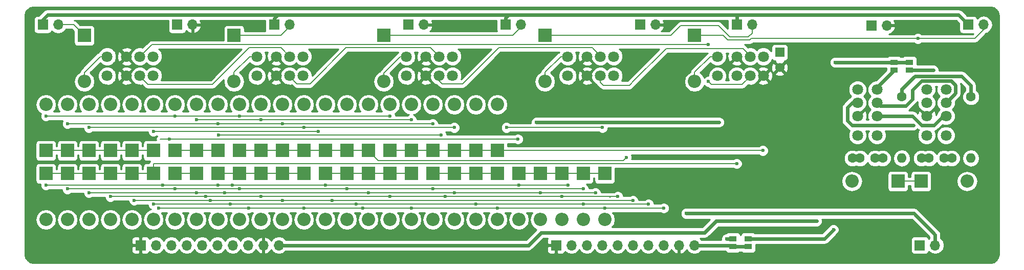
<source format=gtl>
G04 #@! TF.FileFunction,Copper,L1,Top,Signal*
%FSLAX46Y46*%
G04 Gerber Fmt 4.6, Leading zero omitted, Abs format (unit mm)*
G04 Created by KiCad (PCBNEW 4.0.4+e1-6308~48~ubuntu16.04.1-stable) date Mon Jan 22 21:19:12 2018*
%MOMM*%
%LPD*%
G01*
G04 APERTURE LIST*
%ADD10C,0.100000*%
%ADD11R,1.270000X0.970000*%
%ADD12C,1.600000*%
%ADD13O,1.600000X1.600000*%
%ADD14R,2.200000X2.200000*%
%ADD15O,2.200000X2.200000*%
%ADD16R,1.700000X1.700000*%
%ADD17O,1.700000X1.700000*%
%ADD18R,1.524000X1.524000*%
%ADD19C,1.524000*%
%ADD20C,1.800000*%
%ADD21C,0.600000*%
%ADD22C,0.200000*%
%ADD23C,0.600000*%
%ADD24C,0.254000*%
G04 APERTURE END LIST*
D10*
D11*
X244475000Y-111130000D03*
X244475000Y-109850000D03*
X247015000Y-111130000D03*
X247015000Y-109850000D03*
X217805000Y-139060000D03*
X217805000Y-140340000D03*
X220345000Y-139060000D03*
X220345000Y-140340000D03*
D12*
X245745000Y-115570000D03*
D13*
X245745000Y-125730000D03*
D12*
X257175000Y-115570000D03*
D13*
X257175000Y-125730000D03*
D12*
X241320000Y-125730000D03*
X238820000Y-125730000D03*
X242570000Y-125730000D03*
X237570000Y-125730000D03*
X252750000Y-125730000D03*
X250250000Y-125730000D03*
X254000000Y-125730000D03*
X249000000Y-125730000D03*
D14*
X245110000Y-129540000D03*
D15*
X237490000Y-129540000D03*
D14*
X248920000Y-129540000D03*
D15*
X256540000Y-129540000D03*
D14*
X110490000Y-105410000D03*
D15*
X110490000Y-113030000D03*
D14*
X186690000Y-105410000D03*
D15*
X186690000Y-113030000D03*
D14*
X211455000Y-105410000D03*
D15*
X211455000Y-113030000D03*
D14*
X104140000Y-128270000D03*
D15*
X104140000Y-135890000D03*
D14*
X104140000Y-124460000D03*
D15*
X104140000Y-116840000D03*
D14*
X107696000Y-128270000D03*
D15*
X107696000Y-135890000D03*
D14*
X107696000Y-124460000D03*
D15*
X107696000Y-116840000D03*
D14*
X111252000Y-128270000D03*
D15*
X111252000Y-135890000D03*
D14*
X111252000Y-124460000D03*
D15*
X111252000Y-116840000D03*
D14*
X135255000Y-105410000D03*
D15*
X135255000Y-113030000D03*
D14*
X114808000Y-128270000D03*
D15*
X114808000Y-135890000D03*
D14*
X114808000Y-124460000D03*
D15*
X114808000Y-116840000D03*
D14*
X118364000Y-128270000D03*
D15*
X118364000Y-135890000D03*
D14*
X118364000Y-124460000D03*
D15*
X118364000Y-116840000D03*
D14*
X121920000Y-128270000D03*
D15*
X121920000Y-135890000D03*
D14*
X121920000Y-124460000D03*
D15*
X121920000Y-116840000D03*
D14*
X125476000Y-128270000D03*
D15*
X125476000Y-135890000D03*
D14*
X125476000Y-124460000D03*
D15*
X125476000Y-116840000D03*
D14*
X129032000Y-128270000D03*
D15*
X129032000Y-135890000D03*
D14*
X129032000Y-124460000D03*
D15*
X129032000Y-116840000D03*
D14*
X160020000Y-105410000D03*
D15*
X160020000Y-113030000D03*
D14*
X132588000Y-128270000D03*
D15*
X132588000Y-135890000D03*
D14*
X132588000Y-124460000D03*
D15*
X132588000Y-116840000D03*
D14*
X136144000Y-128270000D03*
D15*
X136144000Y-135890000D03*
D14*
X136144000Y-124460000D03*
D15*
X136144000Y-116840000D03*
D14*
X139700000Y-128270000D03*
D15*
X139700000Y-135890000D03*
D14*
X139700000Y-124460000D03*
D15*
X139700000Y-116840000D03*
D14*
X143256000Y-128270000D03*
D15*
X143256000Y-135890000D03*
D14*
X143256000Y-124460000D03*
D15*
X143256000Y-116840000D03*
D14*
X146812000Y-128270000D03*
D15*
X146812000Y-135890000D03*
D14*
X146812000Y-124460000D03*
D15*
X146812000Y-116840000D03*
D14*
X150368000Y-128270000D03*
D15*
X150368000Y-135890000D03*
D14*
X150368000Y-124460000D03*
D15*
X150368000Y-116840000D03*
D14*
X153924000Y-128270000D03*
D15*
X153924000Y-135890000D03*
D14*
X153924000Y-124460000D03*
D15*
X153924000Y-116840000D03*
D14*
X157480000Y-128270000D03*
D15*
X157480000Y-135890000D03*
D14*
X157480000Y-124460000D03*
D15*
X157480000Y-116840000D03*
D14*
X161036000Y-128270000D03*
D15*
X161036000Y-135890000D03*
D14*
X161036000Y-124460000D03*
D15*
X161036000Y-116840000D03*
D14*
X164592000Y-128270000D03*
D15*
X164592000Y-135890000D03*
D14*
X164592000Y-124460000D03*
D15*
X164592000Y-116840000D03*
D14*
X168148000Y-128270000D03*
D15*
X168148000Y-135890000D03*
D14*
X168148000Y-124460000D03*
D15*
X168148000Y-116840000D03*
D14*
X171704000Y-128270000D03*
D15*
X171704000Y-135890000D03*
D14*
X171704000Y-124460000D03*
D15*
X171704000Y-116840000D03*
D14*
X175260000Y-128270000D03*
D15*
X175260000Y-135890000D03*
D14*
X175260000Y-124460000D03*
D15*
X175260000Y-116840000D03*
D14*
X178816000Y-128270000D03*
D15*
X178816000Y-135890000D03*
D14*
X178816000Y-124460000D03*
D15*
X178816000Y-116840000D03*
D14*
X182372000Y-128270000D03*
D15*
X182372000Y-135890000D03*
D14*
X185928000Y-128270000D03*
D15*
X185928000Y-135890000D03*
D14*
X189484000Y-128270000D03*
D15*
X189484000Y-135890000D03*
D14*
X193040000Y-128270000D03*
D15*
X193040000Y-135890000D03*
D14*
X196596000Y-128270000D03*
D15*
X196596000Y-135890000D03*
D16*
X103620000Y-103620000D03*
D17*
X106160000Y-103620000D03*
D16*
X141900000Y-103620000D03*
D17*
X144440000Y-103620000D03*
D16*
X180180000Y-103620000D03*
D17*
X182720000Y-103620000D03*
D16*
X218460000Y-103620000D03*
D17*
X221000000Y-103620000D03*
D16*
X125870000Y-103620000D03*
D17*
X128410000Y-103620000D03*
D16*
X164150000Y-103620000D03*
D17*
X166690000Y-103620000D03*
D16*
X202430000Y-103620000D03*
D17*
X204970000Y-103620000D03*
D16*
X188570000Y-140130000D03*
D17*
X191110000Y-140130000D03*
X193650000Y-140130000D03*
X196190000Y-140130000D03*
X198730000Y-140130000D03*
X201270000Y-140130000D03*
X203810000Y-140130000D03*
X206350000Y-140130000D03*
X208890000Y-140130000D03*
X211430000Y-140130000D03*
D16*
X119820000Y-140130000D03*
D17*
X122360000Y-140130000D03*
X124900000Y-140130000D03*
X127440000Y-140130000D03*
X129980000Y-140130000D03*
X132520000Y-140130000D03*
X135060000Y-140130000D03*
X137600000Y-140130000D03*
X140140000Y-140130000D03*
X142680000Y-140130000D03*
D16*
X256740000Y-103620000D03*
D17*
X259280000Y-103620000D03*
D16*
X248730000Y-140130000D03*
D17*
X251270000Y-140130000D03*
D16*
X240710000Y-103759000D03*
D17*
X243250000Y-103759000D03*
D18*
X225552000Y-108204000D03*
D19*
X225552000Y-110744000D03*
D20*
X163805000Y-112090000D03*
X167005000Y-112090000D03*
X169205000Y-112090000D03*
X171405000Y-112090000D03*
X171405000Y-108890000D03*
X169205000Y-108890000D03*
X167005000Y-108890000D03*
X163805000Y-108890000D03*
X114275000Y-112090000D03*
X117475000Y-112090000D03*
X119675000Y-112090000D03*
X121875000Y-112090000D03*
X121875000Y-108890000D03*
X119675000Y-108890000D03*
X117475000Y-108890000D03*
X114275000Y-108890000D03*
X215240000Y-112090000D03*
X218440000Y-112090000D03*
X220640000Y-112090000D03*
X222840000Y-112090000D03*
X222840000Y-108890000D03*
X220640000Y-108890000D03*
X218440000Y-108890000D03*
X215240000Y-108890000D03*
X190475000Y-112090000D03*
X193675000Y-112090000D03*
X195875000Y-112090000D03*
X198075000Y-112090000D03*
X198075000Y-108890000D03*
X195875000Y-108890000D03*
X193675000Y-108890000D03*
X190475000Y-108890000D03*
X139040000Y-112090000D03*
X142240000Y-112090000D03*
X144440000Y-112090000D03*
X146640000Y-112090000D03*
X146640000Y-108890000D03*
X144440000Y-108890000D03*
X142240000Y-108890000D03*
X139040000Y-108890000D03*
X253060000Y-121945000D03*
X253060000Y-118745000D03*
X253060000Y-116545000D03*
X253060000Y-114345000D03*
X249860000Y-114345000D03*
X249860000Y-116545000D03*
X249860000Y-118745000D03*
X249860000Y-121945000D03*
X241630000Y-121945000D03*
X241630000Y-118745000D03*
X241630000Y-116545000D03*
X241630000Y-114345000D03*
X238430000Y-114345000D03*
X238430000Y-116545000D03*
X238430000Y-118745000D03*
X238430000Y-121945000D03*
D21*
X190500000Y-130175000D03*
X135001000Y-130175000D03*
X182372000Y-130175000D03*
X150368000Y-130175000D03*
X123444000Y-130175000D03*
X132588000Y-130175000D03*
X125476000Y-118745000D03*
X136144000Y-118745000D03*
X161036000Y-118745000D03*
X104140000Y-118745000D03*
X104140000Y-130175000D03*
X218440000Y-126619000D03*
X180340000Y-120650000D03*
X196215000Y-120650000D03*
X193040000Y-130810000D03*
X168148000Y-130810000D03*
X153924000Y-130810000D03*
X125476000Y-130810000D03*
X136144000Y-130810000D03*
X129032000Y-119380000D03*
X139700000Y-119380000D03*
X164592000Y-119380000D03*
X107696000Y-130810000D03*
X195072000Y-131445000D03*
X143256000Y-120015000D03*
X133731000Y-131445000D03*
X185928000Y-131445000D03*
X171704000Y-131445000D03*
X157480000Y-131445000D03*
X129032000Y-131445000D03*
X132588000Y-120015000D03*
X168148000Y-120015000D03*
X107696000Y-120015000D03*
X111252000Y-131445000D03*
X203835000Y-133350000D03*
X155448000Y-133350000D03*
X193040000Y-133350000D03*
X175260000Y-133350000D03*
X134620000Y-133350000D03*
X121920000Y-133350000D03*
X198755000Y-132080000D03*
X170180000Y-132080000D03*
X189484000Y-132080000D03*
X161036000Y-132080000D03*
X130556000Y-132080000D03*
X139700000Y-132080000D03*
X111252000Y-120650000D03*
X146812000Y-120650000D03*
X171704000Y-120650000D03*
X114808000Y-132080000D03*
X196596000Y-133985000D03*
X206375000Y-133985000D03*
X156591000Y-133985000D03*
X122809000Y-133985000D03*
X178816000Y-133985000D03*
X164592000Y-133985000D03*
X137668000Y-133985000D03*
X146812000Y-133985000D03*
X201270000Y-132740000D03*
X151511000Y-132715000D03*
X131318000Y-132715000D03*
X143256000Y-132715000D03*
X118745000Y-132715000D03*
X124587000Y-122555000D03*
X182245000Y-122555000D03*
X162052000Y-101981000D03*
X192024000Y-101981000D03*
X185293000Y-119761000D03*
X215519000Y-119761000D03*
X216789000Y-139065000D03*
X250952000Y-111130000D03*
X247650000Y-120269000D03*
X213741000Y-113030000D03*
X213741000Y-106934000D03*
X210058000Y-134874000D03*
X234696000Y-109855000D03*
X231648000Y-136144000D03*
X248412000Y-105918000D03*
X121920000Y-121285000D03*
X149225000Y-121285000D03*
X169545000Y-121920000D03*
X132715000Y-121920000D03*
X200152000Y-125603000D03*
X222758000Y-124460000D03*
X234442000Y-137541000D03*
D22*
X190500000Y-130175000D02*
X182372000Y-130175000D01*
X104140000Y-118745000D02*
X125476000Y-118745000D01*
X125476000Y-118745000D02*
X136144000Y-118745000D01*
X136144000Y-118745000D02*
X161036000Y-118745000D01*
X104775000Y-130175000D02*
X123444000Y-130175000D01*
X123444000Y-130175000D02*
X132588000Y-130175000D01*
X132588000Y-130175000D02*
X135001000Y-130175000D01*
X135001000Y-130175000D02*
X150368000Y-130175000D01*
X150368000Y-130175000D02*
X182372000Y-130175000D01*
X104140000Y-130175000D02*
X104775000Y-130175000D01*
X106160000Y-103620000D02*
X108700000Y-103620000D01*
X108700000Y-103620000D02*
X110490000Y-105410000D01*
X114275000Y-108890000D02*
X113110000Y-108890000D01*
X110490000Y-111510000D02*
X110490000Y-113030000D01*
X113110000Y-108890000D02*
X110490000Y-111510000D01*
X121920000Y-126619000D02*
X121920000Y-128270000D01*
X212725000Y-126619000D02*
X218440000Y-126619000D01*
X121920000Y-126619000D02*
X212725000Y-126619000D01*
X104140000Y-128270000D02*
X107696000Y-128270000D01*
X107696000Y-128270000D02*
X111252000Y-128270000D01*
X111252000Y-128270000D02*
X114808000Y-128270000D01*
X114808000Y-128270000D02*
X118364000Y-128270000D01*
X118364000Y-128270000D02*
X121920000Y-128270000D01*
X180340000Y-120650000D02*
X196215000Y-120650000D01*
X168148000Y-128270000D02*
X171704000Y-128270000D01*
X171704000Y-128270000D02*
X175260000Y-128270000D01*
X175260000Y-128270000D02*
X178816000Y-128270000D01*
X129032000Y-119380000D02*
X139700000Y-119380000D01*
X139700000Y-119380000D02*
X164592000Y-119380000D01*
X107696000Y-130810000D02*
X125476000Y-130810000D01*
X125476000Y-130810000D02*
X136144000Y-130810000D01*
X136144000Y-130810000D02*
X153924000Y-130810000D01*
X153924000Y-130810000D02*
X168148000Y-130810000D01*
X168148000Y-130810000D02*
X193040000Y-130810000D01*
X194945000Y-131445000D02*
X185928000Y-131445000D01*
X195072000Y-131445000D02*
X194945000Y-131445000D01*
X107696000Y-120015000D02*
X132588000Y-120015000D01*
X132588000Y-120015000D02*
X143256000Y-120015000D01*
X143256000Y-120015000D02*
X168148000Y-120015000D01*
X111252000Y-131445000D02*
X129032000Y-131445000D01*
X129032000Y-131445000D02*
X133731000Y-131445000D01*
X133731000Y-131445000D02*
X157480000Y-131445000D01*
X157480000Y-131445000D02*
X171704000Y-131445000D01*
X171704000Y-131445000D02*
X185928000Y-131445000D01*
X203835000Y-133350000D02*
X193040000Y-133350000D01*
X121920000Y-133350000D02*
X134620000Y-133350000D01*
X134620000Y-133350000D02*
X155448000Y-133350000D01*
X155448000Y-133350000D02*
X175260000Y-133350000D01*
X175260000Y-133350000D02*
X193040000Y-133350000D01*
X198755000Y-132080000D02*
X197485000Y-132080000D01*
X197485000Y-132080000D02*
X197485000Y-132207000D01*
X111252000Y-120650000D02*
X112395000Y-120650000D01*
X112395000Y-120650000D02*
X146812000Y-120650000D01*
X146812000Y-120650000D02*
X171704000Y-120650000D01*
X114808000Y-132080000D02*
X130556000Y-132080000D01*
X130556000Y-132080000D02*
X139700000Y-132080000D01*
X139700000Y-132080000D02*
X161036000Y-132080000D01*
X161036000Y-132080000D02*
X170180000Y-132080000D01*
X170180000Y-132080000D02*
X189484000Y-132080000D01*
X189484000Y-132080000D02*
X197485000Y-132080000D01*
X206375000Y-133985000D02*
X196596000Y-133985000D01*
X196596000Y-133985000D02*
X178816000Y-133985000D01*
X122809000Y-133985000D02*
X137668000Y-133985000D01*
X137668000Y-133985000D02*
X146812000Y-133985000D01*
X146812000Y-133985000D02*
X156591000Y-133985000D01*
X156591000Y-133985000D02*
X164592000Y-133985000D01*
X164592000Y-133985000D02*
X178816000Y-133985000D01*
X144440000Y-103620000D02*
X144440000Y-103972000D01*
X144440000Y-103972000D02*
X143002000Y-105410000D01*
X143002000Y-105410000D02*
X135255000Y-105410000D01*
X139040000Y-108890000D02*
X137871000Y-108890000D01*
X135255000Y-111506000D02*
X135255000Y-113030000D01*
X137871000Y-108890000D02*
X135255000Y-111506000D01*
X201270000Y-132740000D02*
X201295000Y-132715000D01*
X118745000Y-132715000D02*
X131318000Y-132715000D01*
X131318000Y-132715000D02*
X143256000Y-132715000D01*
X143256000Y-132715000D02*
X151511000Y-132715000D01*
X151511000Y-132715000D02*
X201295000Y-132715000D01*
X133350000Y-122555000D02*
X124587000Y-122555000D01*
X124587000Y-122555000D02*
X123063000Y-122555000D01*
X182245000Y-122555000D02*
X133350000Y-122555000D01*
X196596000Y-128270000D02*
X193040000Y-128270000D01*
X193040000Y-128270000D02*
X189484000Y-128270000D01*
X189484000Y-128270000D02*
X185928000Y-128270000D01*
X185928000Y-128270000D02*
X182372000Y-128270000D01*
X129032000Y-128270000D02*
X125476000Y-128270000D01*
X132588000Y-128270000D02*
X136144000Y-128270000D01*
X136144000Y-128270000D02*
X139700000Y-128270000D01*
X139700000Y-128270000D02*
X143256000Y-128270000D01*
X143256000Y-128270000D02*
X146812000Y-128270000D01*
X181356000Y-105410000D02*
X160020000Y-105410000D01*
X182720000Y-103620000D02*
X182720000Y-104046000D01*
X182720000Y-104046000D02*
X181356000Y-105410000D01*
X163805000Y-108890000D02*
X162763000Y-108890000D01*
X160020000Y-111633000D02*
X160020000Y-113030000D01*
X162763000Y-108890000D02*
X160020000Y-111633000D01*
X164592000Y-128270000D02*
X161036000Y-128270000D01*
X150368000Y-128270000D02*
X153924000Y-128270000D01*
X153924000Y-128270000D02*
X157480000Y-128270000D01*
X157480000Y-128270000D02*
X161036000Y-128270000D01*
D23*
X247904000Y-112141000D02*
X255651000Y-112141000D01*
X245745000Y-114300000D02*
X247904000Y-112141000D01*
X245745000Y-115570000D02*
X245745000Y-114300000D01*
X257175000Y-113665000D02*
X257175000Y-115570000D01*
X255651000Y-112141000D02*
X257175000Y-113665000D01*
X141900000Y-103620000D02*
X141900000Y-102575000D01*
X141900000Y-102575000D02*
X142494000Y-101981000D01*
X180180000Y-103620000D02*
X180180000Y-102522000D01*
X180180000Y-102522000D02*
X180721000Y-101981000D01*
X218460000Y-103620000D02*
X218460000Y-101981000D01*
X218460000Y-101981000D02*
X218567000Y-101981000D01*
X256740000Y-103620000D02*
X256740000Y-103578000D01*
X256740000Y-103578000D02*
X255143000Y-101981000D01*
X103620000Y-103620000D02*
X103620000Y-102755000D01*
X104394000Y-101981000D02*
X142494000Y-101981000D01*
X142494000Y-101981000D02*
X162052000Y-101981000D01*
X162052000Y-101981000D02*
X180721000Y-101981000D01*
X180721000Y-101981000D02*
X192024000Y-101981000D01*
X192024000Y-101981000D02*
X218567000Y-101981000D01*
X218567000Y-101981000D02*
X255143000Y-101981000D01*
X103620000Y-102755000D02*
X104394000Y-101981000D01*
X185293000Y-119761000D02*
X186182000Y-119761000D01*
X186182000Y-119761000D02*
X215519000Y-119761000D01*
D22*
X216789000Y-139065000D02*
X216794000Y-139060000D01*
D23*
X216794000Y-139060000D02*
X217805000Y-139060000D01*
X241630000Y-114345000D02*
X241630000Y-113975000D01*
X241630000Y-113975000D02*
X244475000Y-111130000D01*
D22*
X244475000Y-111130000D02*
X244345000Y-111130000D01*
D23*
X247015000Y-111130000D02*
X250952000Y-111130000D01*
D22*
X250952000Y-111130000D02*
X250957000Y-111130000D01*
D23*
X241130000Y-118745000D02*
X247523000Y-118745000D01*
X251036000Y-120269000D02*
X252560000Y-118745000D01*
X249047000Y-120269000D02*
X251036000Y-120269000D01*
X247523000Y-118745000D02*
X249047000Y-120269000D01*
X241130000Y-118745000D02*
X241130000Y-118829000D01*
D22*
X241130000Y-118745000D02*
X241300000Y-118745000D01*
X241130000Y-118745000D02*
X241173000Y-118745000D01*
D23*
X242179000Y-117094000D02*
X246380000Y-117094000D01*
X253911002Y-112941002D02*
X254635000Y-113665000D01*
X254635000Y-113665000D02*
X254635000Y-114970000D01*
X254635000Y-114970000D02*
X253060000Y-116545000D01*
X247479735Y-115994265D02*
X246380000Y-117094000D01*
X247479735Y-114470265D02*
X247479735Y-115994265D01*
X249008998Y-112941002D02*
X247479735Y-114470265D01*
X253149002Y-112941002D02*
X249008998Y-112941002D01*
X253149002Y-112941002D02*
X253911002Y-112941002D01*
X242179000Y-117094000D02*
X241630000Y-116545000D01*
X252560000Y-116545000D02*
X253025000Y-116545000D01*
X247650000Y-120269000D02*
X237490000Y-120269000D01*
X236728000Y-117348000D02*
X237531000Y-116545000D01*
X236728000Y-119507000D02*
X236728000Y-117348000D01*
X237490000Y-120269000D02*
X236728000Y-119507000D01*
X237531000Y-116545000D02*
X238430000Y-116545000D01*
D22*
X137287000Y-107950000D02*
X137795000Y-107442000D01*
X131707000Y-113530000D02*
X137287000Y-107950000D01*
X121030000Y-113530000D02*
X131707000Y-113530000D01*
X119675000Y-112175000D02*
X121030000Y-113530000D01*
X142992000Y-107442000D02*
X144440000Y-108890000D01*
X137795000Y-107442000D02*
X142992000Y-107442000D01*
X119675000Y-112090000D02*
X119675000Y-112175000D01*
X119675000Y-111590000D02*
X119675000Y-112182000D01*
X220640000Y-112090000D02*
X220640000Y-112227000D01*
X220640000Y-112227000D02*
X219329000Y-113538000D01*
X219329000Y-113538000D02*
X214249000Y-113538000D01*
X214249000Y-113538000D02*
X213741000Y-113030000D01*
X121666000Y-106934000D02*
X121250000Y-107315000D01*
X121666000Y-106934000D02*
X213741000Y-106934000D01*
X121250000Y-107315000D02*
X119675000Y-108890000D01*
X220640000Y-112608000D02*
X220640000Y-111590000D01*
X144440000Y-112090000D02*
X144440000Y-112182000D01*
X144440000Y-112182000D02*
X145669000Y-113411000D01*
X145669000Y-113411000D02*
X147828000Y-113411000D01*
X147828000Y-113411000D02*
X148336000Y-112903000D01*
X169205000Y-108890000D02*
X169205000Y-108880000D01*
X169205000Y-108880000D02*
X167767000Y-107442000D01*
X167767000Y-107442000D02*
X153797000Y-107442000D01*
X153797000Y-107442000D02*
X148336000Y-112903000D01*
D23*
X251270000Y-138367000D02*
X251270000Y-140130000D01*
X247777000Y-134874000D02*
X251270000Y-138367000D01*
X239776000Y-134874000D02*
X247777000Y-134874000D01*
X210058000Y-134874000D02*
X239776000Y-134874000D01*
D22*
X212979000Y-138049000D02*
X213106000Y-138049000D01*
D23*
X213106000Y-138049000D02*
X215011000Y-136144000D01*
X215011000Y-136144000D02*
X231648000Y-136144000D01*
X142680000Y-140130000D02*
X183974000Y-140130000D01*
X186055000Y-138049000D02*
X212979000Y-138049000D01*
X183974000Y-140130000D02*
X186055000Y-138049000D01*
X234696000Y-109855000D02*
X244470000Y-109855000D01*
X247015000Y-109850000D02*
X244475000Y-109850000D01*
D22*
X244475000Y-109850000D02*
X244470000Y-109855000D01*
X247015000Y-109474000D02*
X247015000Y-109850000D01*
D23*
X220345000Y-140340000D02*
X217805000Y-140340000D01*
X211430000Y-140130000D02*
X217595000Y-140130000D01*
D22*
X217595000Y-140130000D02*
X217805000Y-140340000D01*
X211455000Y-105410000D02*
X216223312Y-105410000D01*
X216223312Y-105410000D02*
X216985312Y-106172000D01*
X216985312Y-106172000D02*
X220599000Y-106172000D01*
X220599000Y-106172000D02*
X220853000Y-105918000D01*
X220853000Y-105918000D02*
X248412000Y-105918000D01*
X248412000Y-105918000D02*
X250952000Y-105918000D01*
X250952000Y-105918000D02*
X257810000Y-105918000D01*
X257810000Y-105918000D02*
X259280000Y-104448000D01*
X245110000Y-129540000D02*
X248920000Y-129540000D01*
X259280000Y-104448000D02*
X259280000Y-103620000D01*
X209296000Y-103759000D02*
X209169000Y-103759000D01*
X186690000Y-105410000D02*
X207518000Y-105410000D01*
X220345000Y-105664000D02*
X217297000Y-105664000D01*
X217297000Y-105664000D02*
X215392000Y-103759000D01*
X215392000Y-103759000D02*
X209296000Y-103759000D01*
X221000000Y-105009000D02*
X221000000Y-103620000D01*
X221000000Y-105009000D02*
X220345000Y-105664000D01*
X209169000Y-103759000D02*
X207518000Y-105410000D01*
X190475000Y-108890000D02*
X189306000Y-108890000D01*
X186690000Y-111506000D02*
X186690000Y-113030000D01*
X189306000Y-108890000D02*
X186690000Y-111506000D01*
X215240000Y-108890000D02*
X214071000Y-108890000D01*
X211455000Y-111506000D02*
X211455000Y-113030000D01*
X214071000Y-108890000D02*
X211455000Y-111506000D01*
X121920000Y-121285000D02*
X149225000Y-121285000D01*
X104140000Y-124460000D02*
X107696000Y-124460000D01*
X107696000Y-124460000D02*
X111252000Y-124460000D01*
X111252000Y-124460000D02*
X114808000Y-124460000D01*
X114808000Y-124460000D02*
X118364000Y-124460000D01*
X118364000Y-124460000D02*
X121920000Y-124460000D01*
X132715000Y-121920000D02*
X169545000Y-121920000D01*
X132588000Y-122047000D02*
X132715000Y-121920000D01*
X125476000Y-124460000D02*
X129032000Y-124460000D01*
X129032000Y-124460000D02*
X132588000Y-124460000D01*
X159131000Y-126111000D02*
X199644000Y-126111000D01*
X199644000Y-126111000D02*
X200152000Y-125603000D01*
X159131000Y-126111000D02*
X157480000Y-124460000D01*
X136144000Y-124460000D02*
X139700000Y-124460000D01*
X139700000Y-124460000D02*
X143256000Y-124460000D01*
X143256000Y-124460000D02*
X146812000Y-124460000D01*
X146812000Y-124460000D02*
X150368000Y-124460000D01*
X150368000Y-124460000D02*
X153924000Y-124460000D01*
X153924000Y-124460000D02*
X157480000Y-124460000D01*
X178816000Y-124460000D02*
X222758000Y-124460000D01*
X161036000Y-124460000D02*
X164592000Y-124460000D01*
X164592000Y-124460000D02*
X168148000Y-124460000D01*
X168148000Y-124460000D02*
X171704000Y-124460000D01*
X171704000Y-124460000D02*
X175260000Y-124460000D01*
X175260000Y-124460000D02*
X178816000Y-124460000D01*
D23*
X232923000Y-139060000D02*
X234442000Y-137541000D01*
X232923000Y-139060000D02*
X220345000Y-139060000D01*
D22*
X178943000Y-107569000D02*
X179070000Y-107442000D01*
X178435000Y-108077000D02*
X173736000Y-112776000D01*
X173101000Y-113411000D02*
X173736000Y-112776000D01*
X169672000Y-113411000D02*
X173101000Y-113411000D01*
X169205000Y-112944000D02*
X169672000Y-113411000D01*
X178943000Y-107569000D02*
X178435000Y-108077000D01*
X194691000Y-107569000D02*
X195875000Y-108753000D01*
X194564000Y-107442000D02*
X194691000Y-107569000D01*
X179070000Y-107442000D02*
X194564000Y-107442000D01*
X195875000Y-108890000D02*
X195875000Y-108753000D01*
X169205000Y-112090000D02*
X169205000Y-112944000D01*
X195875000Y-109390000D02*
X195875000Y-108880000D01*
X169205000Y-112436000D02*
X169205000Y-111590000D01*
X220640000Y-108753000D02*
X219456000Y-107569000D01*
X220640000Y-108890000D02*
X220640000Y-108753000D01*
X219456000Y-107569000D02*
X206756000Y-107569000D01*
X206756000Y-107569000D02*
X206248000Y-108077000D01*
X195875000Y-112090000D02*
X195875000Y-113198000D01*
X206248000Y-108077000D02*
X201549000Y-112776000D01*
X200660000Y-113665000D02*
X201549000Y-112776000D01*
X196342000Y-113665000D02*
X200660000Y-113665000D01*
X195875000Y-113198000D02*
X196342000Y-113665000D01*
X220640000Y-109390000D02*
X220640000Y-108880000D01*
X220640000Y-109390000D02*
X220640000Y-108753000D01*
D24*
G36*
X260988338Y-100821046D02*
X261402333Y-101097669D01*
X261678953Y-101511660D01*
X261790000Y-102069931D01*
X261790000Y-141680069D01*
X261678953Y-142238340D01*
X261402333Y-142652331D01*
X260988338Y-142928954D01*
X260430069Y-143040000D01*
X102070051Y-143040000D01*
X101511780Y-142928953D01*
X101097789Y-142652333D01*
X100821166Y-142238338D01*
X100710000Y-141679466D01*
X100710000Y-140415750D01*
X118335000Y-140415750D01*
X118335000Y-141106309D01*
X118431673Y-141339698D01*
X118610301Y-141518327D01*
X118843690Y-141615000D01*
X119534250Y-141615000D01*
X119693000Y-141456250D01*
X119693000Y-140257000D01*
X118493750Y-140257000D01*
X118335000Y-140415750D01*
X100710000Y-140415750D01*
X100710000Y-139153691D01*
X118335000Y-139153691D01*
X118335000Y-139844250D01*
X118493750Y-140003000D01*
X119693000Y-140003000D01*
X119693000Y-138803750D01*
X119947000Y-138803750D01*
X119947000Y-140003000D01*
X119967000Y-140003000D01*
X119967000Y-140257000D01*
X119947000Y-140257000D01*
X119947000Y-141456250D01*
X120105750Y-141615000D01*
X120796310Y-141615000D01*
X121029699Y-141518327D01*
X121208327Y-141339698D01*
X121280597Y-141165223D01*
X121309946Y-141209147D01*
X121791715Y-141531054D01*
X122360000Y-141644093D01*
X122928285Y-141531054D01*
X123410054Y-141209147D01*
X123630000Y-140879974D01*
X123849946Y-141209147D01*
X124331715Y-141531054D01*
X124900000Y-141644093D01*
X125468285Y-141531054D01*
X125950054Y-141209147D01*
X126170000Y-140879974D01*
X126389946Y-141209147D01*
X126871715Y-141531054D01*
X127440000Y-141644093D01*
X128008285Y-141531054D01*
X128490054Y-141209147D01*
X128710000Y-140879974D01*
X128929946Y-141209147D01*
X129411715Y-141531054D01*
X129980000Y-141644093D01*
X130548285Y-141531054D01*
X131030054Y-141209147D01*
X131250000Y-140879974D01*
X131469946Y-141209147D01*
X131951715Y-141531054D01*
X132520000Y-141644093D01*
X133088285Y-141531054D01*
X133570054Y-141209147D01*
X133790000Y-140879974D01*
X134009946Y-141209147D01*
X134491715Y-141531054D01*
X135060000Y-141644093D01*
X135628285Y-141531054D01*
X136110054Y-141209147D01*
X136330000Y-140879974D01*
X136549946Y-141209147D01*
X137031715Y-141531054D01*
X137600000Y-141644093D01*
X138168285Y-141531054D01*
X138650054Y-141209147D01*
X138877702Y-140868447D01*
X138944817Y-141011358D01*
X139373076Y-141401645D01*
X139783110Y-141571476D01*
X140013000Y-141450155D01*
X140013000Y-140257000D01*
X139993000Y-140257000D01*
X139993000Y-140003000D01*
X140013000Y-140003000D01*
X140013000Y-138809845D01*
X139783110Y-138688524D01*
X139373076Y-138858355D01*
X138944817Y-139248642D01*
X138877702Y-139391553D01*
X138650054Y-139050853D01*
X138168285Y-138728946D01*
X137600000Y-138615907D01*
X137031715Y-138728946D01*
X136549946Y-139050853D01*
X136330000Y-139380026D01*
X136110054Y-139050853D01*
X135628285Y-138728946D01*
X135060000Y-138615907D01*
X134491715Y-138728946D01*
X134009946Y-139050853D01*
X133790000Y-139380026D01*
X133570054Y-139050853D01*
X133088285Y-138728946D01*
X132520000Y-138615907D01*
X131951715Y-138728946D01*
X131469946Y-139050853D01*
X131250000Y-139380026D01*
X131030054Y-139050853D01*
X130548285Y-138728946D01*
X129980000Y-138615907D01*
X129411715Y-138728946D01*
X128929946Y-139050853D01*
X128710000Y-139380026D01*
X128490054Y-139050853D01*
X128008285Y-138728946D01*
X127440000Y-138615907D01*
X126871715Y-138728946D01*
X126389946Y-139050853D01*
X126170000Y-139380026D01*
X125950054Y-139050853D01*
X125468285Y-138728946D01*
X124900000Y-138615907D01*
X124331715Y-138728946D01*
X123849946Y-139050853D01*
X123630000Y-139380026D01*
X123410054Y-139050853D01*
X122928285Y-138728946D01*
X122360000Y-138615907D01*
X121791715Y-138728946D01*
X121309946Y-139050853D01*
X121280597Y-139094777D01*
X121208327Y-138920302D01*
X121029699Y-138741673D01*
X120796310Y-138645000D01*
X120105750Y-138645000D01*
X119947000Y-138803750D01*
X119693000Y-138803750D01*
X119534250Y-138645000D01*
X118843690Y-138645000D01*
X118610301Y-138741673D01*
X118431673Y-138920302D01*
X118335000Y-139153691D01*
X100710000Y-139153691D01*
X100710000Y-135856009D01*
X102405000Y-135856009D01*
X102405000Y-135923991D01*
X102537069Y-136587947D01*
X102913170Y-137150821D01*
X103476044Y-137526922D01*
X104140000Y-137658991D01*
X104803956Y-137526922D01*
X105366830Y-137150821D01*
X105742931Y-136587947D01*
X105875000Y-135923991D01*
X105875000Y-135856009D01*
X105961000Y-135856009D01*
X105961000Y-135923991D01*
X106093069Y-136587947D01*
X106469170Y-137150821D01*
X107032044Y-137526922D01*
X107696000Y-137658991D01*
X108359956Y-137526922D01*
X108922830Y-137150821D01*
X109298931Y-136587947D01*
X109431000Y-135923991D01*
X109431000Y-135856009D01*
X109517000Y-135856009D01*
X109517000Y-135923991D01*
X109649069Y-136587947D01*
X110025170Y-137150821D01*
X110588044Y-137526922D01*
X111252000Y-137658991D01*
X111915956Y-137526922D01*
X112478830Y-137150821D01*
X112854931Y-136587947D01*
X112987000Y-135923991D01*
X112987000Y-135856009D01*
X113073000Y-135856009D01*
X113073000Y-135923991D01*
X113205069Y-136587947D01*
X113581170Y-137150821D01*
X114144044Y-137526922D01*
X114808000Y-137658991D01*
X115471956Y-137526922D01*
X116034830Y-137150821D01*
X116410931Y-136587947D01*
X116543000Y-135923991D01*
X116543000Y-135856009D01*
X116629000Y-135856009D01*
X116629000Y-135923991D01*
X116761069Y-136587947D01*
X117137170Y-137150821D01*
X117700044Y-137526922D01*
X118364000Y-137658991D01*
X119027956Y-137526922D01*
X119590830Y-137150821D01*
X119966931Y-136587947D01*
X120099000Y-135923991D01*
X120099000Y-135856009D01*
X119966931Y-135192053D01*
X119590830Y-134629179D01*
X119027956Y-134253078D01*
X118364000Y-134121009D01*
X117700044Y-134253078D01*
X117137170Y-134629179D01*
X116761069Y-135192053D01*
X116629000Y-135856009D01*
X116543000Y-135856009D01*
X116410931Y-135192053D01*
X116034830Y-134629179D01*
X115471956Y-134253078D01*
X114808000Y-134121009D01*
X114144044Y-134253078D01*
X113581170Y-134629179D01*
X113205069Y-135192053D01*
X113073000Y-135856009D01*
X112987000Y-135856009D01*
X112854931Y-135192053D01*
X112478830Y-134629179D01*
X111915956Y-134253078D01*
X111252000Y-134121009D01*
X110588044Y-134253078D01*
X110025170Y-134629179D01*
X109649069Y-135192053D01*
X109517000Y-135856009D01*
X109431000Y-135856009D01*
X109298931Y-135192053D01*
X108922830Y-134629179D01*
X108359956Y-134253078D01*
X107696000Y-134121009D01*
X107032044Y-134253078D01*
X106469170Y-134629179D01*
X106093069Y-135192053D01*
X105961000Y-135856009D01*
X105875000Y-135856009D01*
X105742931Y-135192053D01*
X105366830Y-134629179D01*
X104803956Y-134253078D01*
X104140000Y-134121009D01*
X103476044Y-134253078D01*
X102913170Y-134629179D01*
X102537069Y-135192053D01*
X102405000Y-135856009D01*
X100710000Y-135856009D01*
X100710000Y-123360000D01*
X102392560Y-123360000D01*
X102392560Y-125560000D01*
X102436838Y-125795317D01*
X102575910Y-126011441D01*
X102788110Y-126156431D01*
X103040000Y-126207440D01*
X105240000Y-126207440D01*
X105475317Y-126163162D01*
X105691441Y-126024090D01*
X105836431Y-125811890D01*
X105887440Y-125560000D01*
X105887440Y-125195000D01*
X105948560Y-125195000D01*
X105948560Y-125560000D01*
X105992838Y-125795317D01*
X106131910Y-126011441D01*
X106344110Y-126156431D01*
X106596000Y-126207440D01*
X108796000Y-126207440D01*
X109031317Y-126163162D01*
X109247441Y-126024090D01*
X109392431Y-125811890D01*
X109443440Y-125560000D01*
X109443440Y-125195000D01*
X109504560Y-125195000D01*
X109504560Y-125560000D01*
X109548838Y-125795317D01*
X109687910Y-126011441D01*
X109900110Y-126156431D01*
X110152000Y-126207440D01*
X112352000Y-126207440D01*
X112587317Y-126163162D01*
X112803441Y-126024090D01*
X112948431Y-125811890D01*
X112999440Y-125560000D01*
X112999440Y-125195000D01*
X113060560Y-125195000D01*
X113060560Y-125560000D01*
X113104838Y-125795317D01*
X113243910Y-126011441D01*
X113456110Y-126156431D01*
X113708000Y-126207440D01*
X115908000Y-126207440D01*
X116143317Y-126163162D01*
X116359441Y-126024090D01*
X116504431Y-125811890D01*
X116555440Y-125560000D01*
X116555440Y-125195000D01*
X116616560Y-125195000D01*
X116616560Y-125560000D01*
X116660838Y-125795317D01*
X116799910Y-126011441D01*
X117012110Y-126156431D01*
X117264000Y-126207440D01*
X119464000Y-126207440D01*
X119699317Y-126163162D01*
X119915441Y-126024090D01*
X120060431Y-125811890D01*
X120111440Y-125560000D01*
X120111440Y-125195000D01*
X120172560Y-125195000D01*
X120172560Y-125560000D01*
X120216838Y-125795317D01*
X120355910Y-126011441D01*
X120568110Y-126156431D01*
X120820000Y-126207440D01*
X121328005Y-126207440D01*
X121240949Y-126337728D01*
X121204183Y-126522560D01*
X120820000Y-126522560D01*
X120584683Y-126566838D01*
X120368559Y-126705910D01*
X120223569Y-126918110D01*
X120172560Y-127170000D01*
X120172560Y-127535000D01*
X120111440Y-127535000D01*
X120111440Y-127170000D01*
X120067162Y-126934683D01*
X119928090Y-126718559D01*
X119715890Y-126573569D01*
X119464000Y-126522560D01*
X117264000Y-126522560D01*
X117028683Y-126566838D01*
X116812559Y-126705910D01*
X116667569Y-126918110D01*
X116616560Y-127170000D01*
X116616560Y-127535000D01*
X116555440Y-127535000D01*
X116555440Y-127170000D01*
X116511162Y-126934683D01*
X116372090Y-126718559D01*
X116159890Y-126573569D01*
X115908000Y-126522560D01*
X113708000Y-126522560D01*
X113472683Y-126566838D01*
X113256559Y-126705910D01*
X113111569Y-126918110D01*
X113060560Y-127170000D01*
X113060560Y-127535000D01*
X112999440Y-127535000D01*
X112999440Y-127170000D01*
X112955162Y-126934683D01*
X112816090Y-126718559D01*
X112603890Y-126573569D01*
X112352000Y-126522560D01*
X110152000Y-126522560D01*
X109916683Y-126566838D01*
X109700559Y-126705910D01*
X109555569Y-126918110D01*
X109504560Y-127170000D01*
X109504560Y-127535000D01*
X109443440Y-127535000D01*
X109443440Y-127170000D01*
X109399162Y-126934683D01*
X109260090Y-126718559D01*
X109047890Y-126573569D01*
X108796000Y-126522560D01*
X106596000Y-126522560D01*
X106360683Y-126566838D01*
X106144559Y-126705910D01*
X105999569Y-126918110D01*
X105948560Y-127170000D01*
X105948560Y-127535000D01*
X105887440Y-127535000D01*
X105887440Y-127170000D01*
X105843162Y-126934683D01*
X105704090Y-126718559D01*
X105491890Y-126573569D01*
X105240000Y-126522560D01*
X103040000Y-126522560D01*
X102804683Y-126566838D01*
X102588559Y-126705910D01*
X102443569Y-126918110D01*
X102392560Y-127170000D01*
X102392560Y-129370000D01*
X102436838Y-129605317D01*
X102575910Y-129821441D01*
X102788110Y-129966431D01*
X103040000Y-130017440D01*
X103205137Y-130017440D01*
X103204838Y-130360167D01*
X103346883Y-130703943D01*
X103609673Y-130967192D01*
X103953201Y-131109838D01*
X104325167Y-131110162D01*
X104668943Y-130968117D01*
X104727162Y-130910000D01*
X106760912Y-130910000D01*
X106760838Y-130995167D01*
X106902883Y-131338943D01*
X107165673Y-131602192D01*
X107509201Y-131744838D01*
X107881167Y-131745162D01*
X108224943Y-131603117D01*
X108283162Y-131545000D01*
X110316912Y-131545000D01*
X110316838Y-131630167D01*
X110458883Y-131973943D01*
X110721673Y-132237192D01*
X111065201Y-132379838D01*
X111437167Y-132380162D01*
X111780943Y-132238117D01*
X111839162Y-132180000D01*
X113872912Y-132180000D01*
X113872838Y-132265167D01*
X114014883Y-132608943D01*
X114277673Y-132872192D01*
X114621201Y-133014838D01*
X114993167Y-133015162D01*
X115336943Y-132873117D01*
X115395162Y-132815000D01*
X117809912Y-132815000D01*
X117809838Y-132900167D01*
X117951883Y-133243943D01*
X118214673Y-133507192D01*
X118558201Y-133649838D01*
X118930167Y-133650162D01*
X119273943Y-133508117D01*
X119332162Y-133450000D01*
X120984912Y-133450000D01*
X120984838Y-133535167D01*
X121126883Y-133878943D01*
X121389673Y-134142192D01*
X121526945Y-134199193D01*
X121256044Y-134253078D01*
X120693170Y-134629179D01*
X120317069Y-135192053D01*
X120185000Y-135856009D01*
X120185000Y-135923991D01*
X120317069Y-136587947D01*
X120693170Y-137150821D01*
X121256044Y-137526922D01*
X121920000Y-137658991D01*
X122583956Y-137526922D01*
X123146830Y-137150821D01*
X123522931Y-136587947D01*
X123655000Y-135923991D01*
X123655000Y-135856009D01*
X123522931Y-135192053D01*
X123266164Y-134807775D01*
X123337943Y-134778117D01*
X123396162Y-134720000D01*
X124188485Y-134720000D01*
X123873069Y-135192053D01*
X123741000Y-135856009D01*
X123741000Y-135923991D01*
X123873069Y-136587947D01*
X124249170Y-137150821D01*
X124812044Y-137526922D01*
X125476000Y-137658991D01*
X126139956Y-137526922D01*
X126702830Y-137150821D01*
X127078931Y-136587947D01*
X127211000Y-135923991D01*
X127211000Y-135856009D01*
X127078931Y-135192053D01*
X126763515Y-134720000D01*
X127744485Y-134720000D01*
X127429069Y-135192053D01*
X127297000Y-135856009D01*
X127297000Y-135923991D01*
X127429069Y-136587947D01*
X127805170Y-137150821D01*
X128368044Y-137526922D01*
X129032000Y-137658991D01*
X129695956Y-137526922D01*
X130258830Y-137150821D01*
X130634931Y-136587947D01*
X130767000Y-135923991D01*
X130767000Y-135856009D01*
X130634931Y-135192053D01*
X130319515Y-134720000D01*
X131300485Y-134720000D01*
X130985069Y-135192053D01*
X130853000Y-135856009D01*
X130853000Y-135923991D01*
X130985069Y-136587947D01*
X131361170Y-137150821D01*
X131924044Y-137526922D01*
X132588000Y-137658991D01*
X133251956Y-137526922D01*
X133814830Y-137150821D01*
X134190931Y-136587947D01*
X134323000Y-135923991D01*
X134323000Y-135856009D01*
X134190931Y-135192053D01*
X133875515Y-134720000D01*
X134856485Y-134720000D01*
X134541069Y-135192053D01*
X134409000Y-135856009D01*
X134409000Y-135923991D01*
X134541069Y-136587947D01*
X134917170Y-137150821D01*
X135480044Y-137526922D01*
X136144000Y-137658991D01*
X136807956Y-137526922D01*
X137370830Y-137150821D01*
X137746931Y-136587947D01*
X137879000Y-135923991D01*
X137879000Y-135856009D01*
X137746931Y-135192053D01*
X137565091Y-134919911D01*
X137853167Y-134920162D01*
X138196943Y-134778117D01*
X138255162Y-134720000D01*
X138412485Y-134720000D01*
X138097069Y-135192053D01*
X137965000Y-135856009D01*
X137965000Y-135923991D01*
X138097069Y-136587947D01*
X138473170Y-137150821D01*
X139036044Y-137526922D01*
X139700000Y-137658991D01*
X140363956Y-137526922D01*
X140926830Y-137150821D01*
X141302931Y-136587947D01*
X141435000Y-135923991D01*
X141435000Y-135856009D01*
X141302931Y-135192053D01*
X140987515Y-134720000D01*
X141968485Y-134720000D01*
X141653069Y-135192053D01*
X141521000Y-135856009D01*
X141521000Y-135923991D01*
X141653069Y-136587947D01*
X142029170Y-137150821D01*
X142592044Y-137526922D01*
X143256000Y-137658991D01*
X143919956Y-137526922D01*
X144482830Y-137150821D01*
X144858931Y-136587947D01*
X144991000Y-135923991D01*
X144991000Y-135856009D01*
X144858931Y-135192053D01*
X144543515Y-134720000D01*
X145524485Y-134720000D01*
X145209069Y-135192053D01*
X145077000Y-135856009D01*
X145077000Y-135923991D01*
X145209069Y-136587947D01*
X145585170Y-137150821D01*
X146148044Y-137526922D01*
X146812000Y-137658991D01*
X147475956Y-137526922D01*
X148038830Y-137150821D01*
X148414931Y-136587947D01*
X148547000Y-135923991D01*
X148547000Y-135856009D01*
X148414931Y-135192053D01*
X148099515Y-134720000D01*
X149080485Y-134720000D01*
X148765069Y-135192053D01*
X148633000Y-135856009D01*
X148633000Y-135923991D01*
X148765069Y-136587947D01*
X149141170Y-137150821D01*
X149704044Y-137526922D01*
X150368000Y-137658991D01*
X151031956Y-137526922D01*
X151594830Y-137150821D01*
X151970931Y-136587947D01*
X152103000Y-135923991D01*
X152103000Y-135856009D01*
X151970931Y-135192053D01*
X151655515Y-134720000D01*
X152636485Y-134720000D01*
X152321069Y-135192053D01*
X152189000Y-135856009D01*
X152189000Y-135923991D01*
X152321069Y-136587947D01*
X152697170Y-137150821D01*
X153260044Y-137526922D01*
X153924000Y-137658991D01*
X154587956Y-137526922D01*
X155150830Y-137150821D01*
X155526931Y-136587947D01*
X155659000Y-135923991D01*
X155659000Y-135856009D01*
X155526931Y-135192053D01*
X155211515Y-134720000D01*
X156003581Y-134720000D01*
X156060673Y-134777192D01*
X156133942Y-134807616D01*
X155877069Y-135192053D01*
X155745000Y-135856009D01*
X155745000Y-135923991D01*
X155877069Y-136587947D01*
X156253170Y-137150821D01*
X156816044Y-137526922D01*
X157480000Y-137658991D01*
X158143956Y-137526922D01*
X158706830Y-137150821D01*
X159082931Y-136587947D01*
X159215000Y-135923991D01*
X159215000Y-135856009D01*
X159082931Y-135192053D01*
X158767515Y-134720000D01*
X159748485Y-134720000D01*
X159433069Y-135192053D01*
X159301000Y-135856009D01*
X159301000Y-135923991D01*
X159433069Y-136587947D01*
X159809170Y-137150821D01*
X160372044Y-137526922D01*
X161036000Y-137658991D01*
X161699956Y-137526922D01*
X162262830Y-137150821D01*
X162638931Y-136587947D01*
X162771000Y-135923991D01*
X162771000Y-135856009D01*
X162638931Y-135192053D01*
X162323515Y-134720000D01*
X163304485Y-134720000D01*
X162989069Y-135192053D01*
X162857000Y-135856009D01*
X162857000Y-135923991D01*
X162989069Y-136587947D01*
X163365170Y-137150821D01*
X163928044Y-137526922D01*
X164592000Y-137658991D01*
X165255956Y-137526922D01*
X165818830Y-137150821D01*
X166194931Y-136587947D01*
X166327000Y-135923991D01*
X166327000Y-135856009D01*
X166194931Y-135192053D01*
X165879515Y-134720000D01*
X166860485Y-134720000D01*
X166545069Y-135192053D01*
X166413000Y-135856009D01*
X166413000Y-135923991D01*
X166545069Y-136587947D01*
X166921170Y-137150821D01*
X167484044Y-137526922D01*
X168148000Y-137658991D01*
X168811956Y-137526922D01*
X169374830Y-137150821D01*
X169750931Y-136587947D01*
X169883000Y-135923991D01*
X169883000Y-135856009D01*
X169750931Y-135192053D01*
X169435515Y-134720000D01*
X170416485Y-134720000D01*
X170101069Y-135192053D01*
X169969000Y-135856009D01*
X169969000Y-135923991D01*
X170101069Y-136587947D01*
X170477170Y-137150821D01*
X171040044Y-137526922D01*
X171704000Y-137658991D01*
X172367956Y-137526922D01*
X172930830Y-137150821D01*
X173306931Y-136587947D01*
X173439000Y-135923991D01*
X173439000Y-135856009D01*
X173306931Y-135192053D01*
X172991515Y-134720000D01*
X173972485Y-134720000D01*
X173657069Y-135192053D01*
X173525000Y-135856009D01*
X173525000Y-135923991D01*
X173657069Y-136587947D01*
X174033170Y-137150821D01*
X174596044Y-137526922D01*
X175260000Y-137658991D01*
X175923956Y-137526922D01*
X176486830Y-137150821D01*
X176862931Y-136587947D01*
X176995000Y-135923991D01*
X176995000Y-135856009D01*
X176862931Y-135192053D01*
X176547515Y-134720000D01*
X177528485Y-134720000D01*
X177213069Y-135192053D01*
X177081000Y-135856009D01*
X177081000Y-135923991D01*
X177213069Y-136587947D01*
X177589170Y-137150821D01*
X178152044Y-137526922D01*
X178816000Y-137658991D01*
X179479956Y-137526922D01*
X180042830Y-137150821D01*
X180418931Y-136587947D01*
X180551000Y-135923991D01*
X180551000Y-135856009D01*
X180418931Y-135192053D01*
X180103515Y-134720000D01*
X181084485Y-134720000D01*
X180769069Y-135192053D01*
X180637000Y-135856009D01*
X180637000Y-135923991D01*
X180769069Y-136587947D01*
X181145170Y-137150821D01*
X181708044Y-137526922D01*
X182372000Y-137658991D01*
X183035956Y-137526922D01*
X183598830Y-137150821D01*
X183974931Y-136587947D01*
X184107000Y-135923991D01*
X184107000Y-135856009D01*
X183974931Y-135192053D01*
X183659515Y-134720000D01*
X184640485Y-134720000D01*
X184325069Y-135192053D01*
X184193000Y-135856009D01*
X184193000Y-135923991D01*
X184325069Y-136587947D01*
X184701170Y-137150821D01*
X185258495Y-137523215D01*
X183586710Y-139195000D01*
X143826370Y-139195000D01*
X143730054Y-139050853D01*
X143248285Y-138728946D01*
X142680000Y-138615907D01*
X142111715Y-138728946D01*
X141629946Y-139050853D01*
X141402298Y-139391553D01*
X141335183Y-139248642D01*
X140906924Y-138858355D01*
X140496890Y-138688524D01*
X140267000Y-138809845D01*
X140267000Y-140003000D01*
X140287000Y-140003000D01*
X140287000Y-140257000D01*
X140267000Y-140257000D01*
X140267000Y-141450155D01*
X140496890Y-141571476D01*
X140906924Y-141401645D01*
X141335183Y-141011358D01*
X141402298Y-140868447D01*
X141629946Y-141209147D01*
X142111715Y-141531054D01*
X142680000Y-141644093D01*
X143248285Y-141531054D01*
X143730054Y-141209147D01*
X143826370Y-141065000D01*
X183974000Y-141065000D01*
X184331809Y-140993827D01*
X184635145Y-140791145D01*
X185010540Y-140415750D01*
X187085000Y-140415750D01*
X187085000Y-141106309D01*
X187181673Y-141339698D01*
X187360301Y-141518327D01*
X187593690Y-141615000D01*
X188284250Y-141615000D01*
X188443000Y-141456250D01*
X188443000Y-140257000D01*
X187243750Y-140257000D01*
X187085000Y-140415750D01*
X185010540Y-140415750D01*
X186442290Y-138984000D01*
X187155288Y-138984000D01*
X187085000Y-139153691D01*
X187085000Y-139844250D01*
X187243750Y-140003000D01*
X188443000Y-140003000D01*
X188443000Y-139983000D01*
X188697000Y-139983000D01*
X188697000Y-140003000D01*
X188717000Y-140003000D01*
X188717000Y-140257000D01*
X188697000Y-140257000D01*
X188697000Y-141456250D01*
X188855750Y-141615000D01*
X189546310Y-141615000D01*
X189779699Y-141518327D01*
X189958327Y-141339698D01*
X190030597Y-141165223D01*
X190059946Y-141209147D01*
X190541715Y-141531054D01*
X191110000Y-141644093D01*
X191678285Y-141531054D01*
X192160054Y-141209147D01*
X192380000Y-140879974D01*
X192599946Y-141209147D01*
X193081715Y-141531054D01*
X193650000Y-141644093D01*
X194218285Y-141531054D01*
X194700054Y-141209147D01*
X194920000Y-140879974D01*
X195139946Y-141209147D01*
X195621715Y-141531054D01*
X196190000Y-141644093D01*
X196758285Y-141531054D01*
X197240054Y-141209147D01*
X197460000Y-140879974D01*
X197679946Y-141209147D01*
X198161715Y-141531054D01*
X198730000Y-141644093D01*
X199298285Y-141531054D01*
X199780054Y-141209147D01*
X200000000Y-140879974D01*
X200219946Y-141209147D01*
X200701715Y-141531054D01*
X201270000Y-141644093D01*
X201838285Y-141531054D01*
X202320054Y-141209147D01*
X202540000Y-140879974D01*
X202759946Y-141209147D01*
X203241715Y-141531054D01*
X203810000Y-141644093D01*
X204378285Y-141531054D01*
X204860054Y-141209147D01*
X205080000Y-140879974D01*
X205299946Y-141209147D01*
X205781715Y-141531054D01*
X206350000Y-141644093D01*
X206918285Y-141531054D01*
X207400054Y-141209147D01*
X207627702Y-140868447D01*
X207694817Y-141011358D01*
X208123076Y-141401645D01*
X208533110Y-141571476D01*
X208763000Y-141450155D01*
X208763000Y-140257000D01*
X208743000Y-140257000D01*
X208743000Y-140003000D01*
X208763000Y-140003000D01*
X208763000Y-139983000D01*
X209017000Y-139983000D01*
X209017000Y-140003000D01*
X209037000Y-140003000D01*
X209037000Y-140257000D01*
X209017000Y-140257000D01*
X209017000Y-141450155D01*
X209246890Y-141571476D01*
X209656924Y-141401645D01*
X210085183Y-141011358D01*
X210152298Y-140868447D01*
X210379946Y-141209147D01*
X210861715Y-141531054D01*
X211430000Y-141644093D01*
X211998285Y-141531054D01*
X212480054Y-141209147D01*
X212576370Y-141065000D01*
X216569851Y-141065000D01*
X216705910Y-141276441D01*
X216918110Y-141421431D01*
X217170000Y-141472440D01*
X218440000Y-141472440D01*
X218675317Y-141428162D01*
X218891441Y-141289090D01*
X218901068Y-141275000D01*
X219244983Y-141275000D01*
X219245910Y-141276441D01*
X219458110Y-141421431D01*
X219710000Y-141472440D01*
X220980000Y-141472440D01*
X221215317Y-141428162D01*
X221431441Y-141289090D01*
X221576431Y-141076890D01*
X221627440Y-140825000D01*
X221627440Y-139995000D01*
X232923000Y-139995000D01*
X233280809Y-139923827D01*
X233584145Y-139721145D01*
X235102854Y-138202436D01*
X235234192Y-138071327D01*
X235376838Y-137727799D01*
X235377162Y-137355833D01*
X235235117Y-137012057D01*
X234972327Y-136748808D01*
X234628799Y-136606162D01*
X234256833Y-136605838D01*
X233913057Y-136747883D01*
X233649808Y-137010673D01*
X233649645Y-137011065D01*
X232535710Y-138125000D01*
X221445017Y-138125000D01*
X221444090Y-138123559D01*
X221231890Y-137978569D01*
X220980000Y-137927560D01*
X219710000Y-137927560D01*
X219474683Y-137971838D01*
X219258559Y-138110910D01*
X219113569Y-138323110D01*
X219075457Y-138511314D01*
X219043162Y-138339683D01*
X218904090Y-138123559D01*
X218691890Y-137978569D01*
X218440000Y-137927560D01*
X217170000Y-137927560D01*
X216934683Y-137971838D01*
X216718559Y-138110910D01*
X216705566Y-138129927D01*
X216603833Y-138129838D01*
X216449879Y-138193450D01*
X216436191Y-138196173D01*
X216424688Y-138203859D01*
X216260057Y-138271883D01*
X216132880Y-138398838D01*
X216132855Y-138398855D01*
X216132839Y-138398880D01*
X215996808Y-138534673D01*
X215854162Y-138878201D01*
X215853886Y-139195000D01*
X212576370Y-139195000D01*
X212480054Y-139050853D01*
X212380001Y-138984000D01*
X212979000Y-138984000D01*
X213042500Y-138971369D01*
X213106000Y-138984000D01*
X213463809Y-138912827D01*
X213767145Y-138710145D01*
X215398290Y-137079000D01*
X231647184Y-137079000D01*
X231833167Y-137079162D01*
X232176943Y-136937117D01*
X232440192Y-136674327D01*
X232582838Y-136330799D01*
X232583162Y-135958833D01*
X232521252Y-135809000D01*
X247389710Y-135809000D01*
X250335000Y-138754290D01*
X250335000Y-138973977D01*
X250219946Y-139050853D01*
X250192150Y-139092452D01*
X250183162Y-139044683D01*
X250044090Y-138828559D01*
X249831890Y-138683569D01*
X249580000Y-138632560D01*
X247880000Y-138632560D01*
X247644683Y-138676838D01*
X247428559Y-138815910D01*
X247283569Y-139028110D01*
X247232560Y-139280000D01*
X247232560Y-140980000D01*
X247276838Y-141215317D01*
X247415910Y-141431441D01*
X247628110Y-141576431D01*
X247880000Y-141627440D01*
X249580000Y-141627440D01*
X249815317Y-141583162D01*
X250031441Y-141444090D01*
X250176431Y-141231890D01*
X250190086Y-141164459D01*
X250219946Y-141209147D01*
X250701715Y-141531054D01*
X251270000Y-141644093D01*
X251838285Y-141531054D01*
X252320054Y-141209147D01*
X252641961Y-140727378D01*
X252755000Y-140159093D01*
X252755000Y-140100907D01*
X252641961Y-139532622D01*
X252320054Y-139050853D01*
X252205000Y-138973977D01*
X252205000Y-138367000D01*
X252133827Y-138009191D01*
X251931145Y-137705855D01*
X248438145Y-134212855D01*
X248134809Y-134010173D01*
X247777000Y-133939000D01*
X210058816Y-133939000D01*
X209872833Y-133938838D01*
X209529057Y-134080883D01*
X209265808Y-134343673D01*
X209123162Y-134687201D01*
X209122838Y-135059167D01*
X209264883Y-135402943D01*
X209527673Y-135666192D01*
X209871201Y-135808838D01*
X210243167Y-135809162D01*
X210243559Y-135809000D01*
X214023710Y-135809000D01*
X212718710Y-137114000D01*
X197847433Y-137114000D01*
X198198931Y-136587947D01*
X198331000Y-135923991D01*
X198331000Y-135856009D01*
X198198931Y-135192053D01*
X197883515Y-134720000D01*
X205787581Y-134720000D01*
X205844673Y-134777192D01*
X206188201Y-134919838D01*
X206560167Y-134920162D01*
X206903943Y-134778117D01*
X207167192Y-134515327D01*
X207309838Y-134171799D01*
X207310162Y-133799833D01*
X207168117Y-133456057D01*
X206905327Y-133192808D01*
X206561799Y-133050162D01*
X206189833Y-133049838D01*
X205846057Y-133191883D01*
X205787838Y-133250000D01*
X204770088Y-133250000D01*
X204770162Y-133164833D01*
X204628117Y-132821057D01*
X204365327Y-132557808D01*
X204021799Y-132415162D01*
X203649833Y-132414838D01*
X203306057Y-132556883D01*
X203247838Y-132615000D01*
X202205110Y-132615000D01*
X202205162Y-132554833D01*
X202063117Y-132211057D01*
X201800327Y-131947808D01*
X201456799Y-131805162D01*
X201084833Y-131804838D01*
X200741057Y-131946883D01*
X200707882Y-131980000D01*
X199690088Y-131980000D01*
X199690162Y-131894833D01*
X199548117Y-131551057D01*
X199285327Y-131287808D01*
X198941799Y-131145162D01*
X198569833Y-131144838D01*
X198226057Y-131286883D01*
X198167838Y-131345000D01*
X196007088Y-131345000D01*
X196007162Y-131259833D01*
X195865117Y-130916057D01*
X195602327Y-130652808D01*
X195258799Y-130510162D01*
X194886833Y-130509838D01*
X194543057Y-130651883D01*
X194484838Y-130710000D01*
X193975088Y-130710000D01*
X193975162Y-130624833D01*
X193833117Y-130281057D01*
X193570327Y-130017808D01*
X193569441Y-130017440D01*
X194140000Y-130017440D01*
X194375317Y-129973162D01*
X194591441Y-129834090D01*
X194736431Y-129621890D01*
X194787440Y-129370000D01*
X194787440Y-129005000D01*
X194848560Y-129005000D01*
X194848560Y-129370000D01*
X194892838Y-129605317D01*
X195031910Y-129821441D01*
X195244110Y-129966431D01*
X195496000Y-130017440D01*
X197696000Y-130017440D01*
X197931317Y-129973162D01*
X198147441Y-129834090D01*
X198292431Y-129621890D01*
X198309014Y-129540000D01*
X235721009Y-129540000D01*
X235853078Y-130203956D01*
X236229179Y-130766830D01*
X236792053Y-131142931D01*
X237456009Y-131275000D01*
X237523991Y-131275000D01*
X238187947Y-131142931D01*
X238750821Y-130766830D01*
X239126922Y-130203956D01*
X239258991Y-129540000D01*
X239126922Y-128876044D01*
X238835567Y-128440000D01*
X243362560Y-128440000D01*
X243362560Y-130640000D01*
X243406838Y-130875317D01*
X243545910Y-131091441D01*
X243758110Y-131236431D01*
X244010000Y-131287440D01*
X246210000Y-131287440D01*
X246445317Y-131243162D01*
X246661441Y-131104090D01*
X246806431Y-130891890D01*
X246857440Y-130640000D01*
X246857440Y-130275000D01*
X247172560Y-130275000D01*
X247172560Y-130640000D01*
X247216838Y-130875317D01*
X247355910Y-131091441D01*
X247568110Y-131236431D01*
X247820000Y-131287440D01*
X250020000Y-131287440D01*
X250255317Y-131243162D01*
X250471441Y-131104090D01*
X250616431Y-130891890D01*
X250667440Y-130640000D01*
X250667440Y-129540000D01*
X254771009Y-129540000D01*
X254903078Y-130203956D01*
X255279179Y-130766830D01*
X255842053Y-131142931D01*
X256506009Y-131275000D01*
X256573991Y-131275000D01*
X257237947Y-131142931D01*
X257800821Y-130766830D01*
X258176922Y-130203956D01*
X258308991Y-129540000D01*
X258176922Y-128876044D01*
X257800821Y-128313170D01*
X257237947Y-127937069D01*
X256573991Y-127805000D01*
X256506009Y-127805000D01*
X255842053Y-127937069D01*
X255279179Y-128313170D01*
X254903078Y-128876044D01*
X254771009Y-129540000D01*
X250667440Y-129540000D01*
X250667440Y-128440000D01*
X250623162Y-128204683D01*
X250484090Y-127988559D01*
X250271890Y-127843569D01*
X250020000Y-127792560D01*
X247820000Y-127792560D01*
X247584683Y-127836838D01*
X247368559Y-127975910D01*
X247223569Y-128188110D01*
X247172560Y-128440000D01*
X247172560Y-128805000D01*
X246857440Y-128805000D01*
X246857440Y-128440000D01*
X246813162Y-128204683D01*
X246674090Y-127988559D01*
X246461890Y-127843569D01*
X246210000Y-127792560D01*
X244010000Y-127792560D01*
X243774683Y-127836838D01*
X243558559Y-127975910D01*
X243413569Y-128188110D01*
X243362560Y-128440000D01*
X238835567Y-128440000D01*
X238750821Y-128313170D01*
X238187947Y-127937069D01*
X237523991Y-127805000D01*
X237456009Y-127805000D01*
X236792053Y-127937069D01*
X236229179Y-128313170D01*
X235853078Y-128876044D01*
X235721009Y-129540000D01*
X198309014Y-129540000D01*
X198343440Y-129370000D01*
X198343440Y-127354000D01*
X217852581Y-127354000D01*
X217909673Y-127411192D01*
X218253201Y-127553838D01*
X218625167Y-127554162D01*
X218968943Y-127412117D01*
X219232192Y-127149327D01*
X219374838Y-126805799D01*
X219375162Y-126433833D01*
X219233117Y-126090057D01*
X219157380Y-126014187D01*
X236134752Y-126014187D01*
X236352757Y-126541800D01*
X236756077Y-126945824D01*
X237283309Y-127164750D01*
X237854187Y-127165248D01*
X238195188Y-127024350D01*
X238533309Y-127164750D01*
X239104187Y-127165248D01*
X239631800Y-126947243D01*
X240035824Y-126543923D01*
X240069813Y-126462069D01*
X240102757Y-126541800D01*
X240506077Y-126945824D01*
X241033309Y-127164750D01*
X241604187Y-127165248D01*
X241945188Y-127024350D01*
X242283309Y-127164750D01*
X242854187Y-127165248D01*
X243381800Y-126947243D01*
X243785824Y-126543923D01*
X244004750Y-126016691D01*
X244005024Y-125701887D01*
X244310000Y-125701887D01*
X244310000Y-125758113D01*
X244419233Y-126307264D01*
X244730302Y-126772811D01*
X245195849Y-127083880D01*
X245745000Y-127193113D01*
X246294151Y-127083880D01*
X246759698Y-126772811D01*
X247070767Y-126307264D01*
X247129063Y-126014187D01*
X247564752Y-126014187D01*
X247782757Y-126541800D01*
X248186077Y-126945824D01*
X248713309Y-127164750D01*
X249284187Y-127165248D01*
X249625188Y-127024350D01*
X249963309Y-127164750D01*
X250534187Y-127165248D01*
X251061800Y-126947243D01*
X251465824Y-126543923D01*
X251499813Y-126462069D01*
X251532757Y-126541800D01*
X251936077Y-126945824D01*
X252463309Y-127164750D01*
X253034187Y-127165248D01*
X253375188Y-127024350D01*
X253713309Y-127164750D01*
X254284187Y-127165248D01*
X254811800Y-126947243D01*
X255215824Y-126543923D01*
X255434750Y-126016691D01*
X255435024Y-125701887D01*
X255740000Y-125701887D01*
X255740000Y-125758113D01*
X255849233Y-126307264D01*
X256160302Y-126772811D01*
X256625849Y-127083880D01*
X257175000Y-127193113D01*
X257724151Y-127083880D01*
X258189698Y-126772811D01*
X258500767Y-126307264D01*
X258610000Y-125758113D01*
X258610000Y-125701887D01*
X258500767Y-125152736D01*
X258189698Y-124687189D01*
X257724151Y-124376120D01*
X257175000Y-124266887D01*
X256625849Y-124376120D01*
X256160302Y-124687189D01*
X255849233Y-125152736D01*
X255740000Y-125701887D01*
X255435024Y-125701887D01*
X255435248Y-125445813D01*
X255217243Y-124918200D01*
X254813923Y-124514176D01*
X254286691Y-124295250D01*
X253715813Y-124294752D01*
X253374812Y-124435650D01*
X253036691Y-124295250D01*
X252465813Y-124294752D01*
X251938200Y-124512757D01*
X251534176Y-124916077D01*
X251500187Y-124997931D01*
X251467243Y-124918200D01*
X251063923Y-124514176D01*
X250536691Y-124295250D01*
X249965813Y-124294752D01*
X249624812Y-124435650D01*
X249286691Y-124295250D01*
X248715813Y-124294752D01*
X248188200Y-124512757D01*
X247784176Y-124916077D01*
X247565250Y-125443309D01*
X247564752Y-126014187D01*
X247129063Y-126014187D01*
X247180000Y-125758113D01*
X247180000Y-125701887D01*
X247070767Y-125152736D01*
X246759698Y-124687189D01*
X246294151Y-124376120D01*
X245745000Y-124266887D01*
X245195849Y-124376120D01*
X244730302Y-124687189D01*
X244419233Y-125152736D01*
X244310000Y-125701887D01*
X244005024Y-125701887D01*
X244005248Y-125445813D01*
X243787243Y-124918200D01*
X243383923Y-124514176D01*
X242856691Y-124295250D01*
X242285813Y-124294752D01*
X241944812Y-124435650D01*
X241606691Y-124295250D01*
X241035813Y-124294752D01*
X240508200Y-124512757D01*
X240104176Y-124916077D01*
X240070187Y-124997931D01*
X240037243Y-124918200D01*
X239633923Y-124514176D01*
X239106691Y-124295250D01*
X238535813Y-124294752D01*
X238194812Y-124435650D01*
X237856691Y-124295250D01*
X237285813Y-124294752D01*
X236758200Y-124512757D01*
X236354176Y-124916077D01*
X236135250Y-125443309D01*
X236134752Y-126014187D01*
X219157380Y-126014187D01*
X218970327Y-125826808D01*
X218626799Y-125684162D01*
X218254833Y-125683838D01*
X217911057Y-125825883D01*
X217852838Y-125884000D01*
X201047722Y-125884000D01*
X201086838Y-125789799D01*
X201087162Y-125417833D01*
X200995090Y-125195000D01*
X222170581Y-125195000D01*
X222227673Y-125252192D01*
X222571201Y-125394838D01*
X222943167Y-125395162D01*
X223286943Y-125253117D01*
X223550192Y-124990327D01*
X223692838Y-124646799D01*
X223693162Y-124274833D01*
X223551117Y-123931057D01*
X223288327Y-123667808D01*
X222944799Y-123525162D01*
X222572833Y-123524838D01*
X222229057Y-123666883D01*
X222170838Y-123725000D01*
X180563440Y-123725000D01*
X180563440Y-123360000D01*
X180550269Y-123290000D01*
X181657581Y-123290000D01*
X181714673Y-123347192D01*
X182058201Y-123489838D01*
X182430167Y-123490162D01*
X182773943Y-123348117D01*
X183037192Y-123085327D01*
X183179838Y-122741799D01*
X183180162Y-122369833D01*
X183038117Y-122026057D01*
X182775327Y-121762808D01*
X182431799Y-121620162D01*
X182059833Y-121619838D01*
X181716057Y-121761883D01*
X181657838Y-121820000D01*
X170480088Y-121820000D01*
X170480162Y-121734833D01*
X170338117Y-121391057D01*
X170332071Y-121385000D01*
X171116581Y-121385000D01*
X171173673Y-121442192D01*
X171517201Y-121584838D01*
X171889167Y-121585162D01*
X172232943Y-121443117D01*
X172496192Y-121180327D01*
X172638838Y-120836799D01*
X172638839Y-120835167D01*
X179404838Y-120835167D01*
X179546883Y-121178943D01*
X179809673Y-121442192D01*
X180153201Y-121584838D01*
X180525167Y-121585162D01*
X180868943Y-121443117D01*
X180927162Y-121385000D01*
X195627581Y-121385000D01*
X195684673Y-121442192D01*
X196028201Y-121584838D01*
X196400167Y-121585162D01*
X196743943Y-121443117D01*
X197007192Y-121180327D01*
X197149838Y-120836799D01*
X197149961Y-120696000D01*
X215518184Y-120696000D01*
X215704167Y-120696162D01*
X216047943Y-120554117D01*
X216311192Y-120291327D01*
X216453838Y-119947799D01*
X216454162Y-119575833D01*
X216312117Y-119232057D01*
X216049327Y-118968808D01*
X215705799Y-118826162D01*
X215333833Y-118825838D01*
X215333441Y-118826000D01*
X185293816Y-118826000D01*
X185107833Y-118825838D01*
X184764057Y-118967883D01*
X184500808Y-119230673D01*
X184358162Y-119574201D01*
X184357865Y-119915000D01*
X180927419Y-119915000D01*
X180870327Y-119857808D01*
X180526799Y-119715162D01*
X180154833Y-119714838D01*
X179811057Y-119856883D01*
X179547808Y-120119673D01*
X179405162Y-120463201D01*
X179404838Y-120835167D01*
X172638839Y-120835167D01*
X172639162Y-120464833D01*
X172497117Y-120121057D01*
X172234327Y-119857808D01*
X171890799Y-119715162D01*
X171518833Y-119714838D01*
X171175057Y-119856883D01*
X171116838Y-119915000D01*
X169083088Y-119915000D01*
X169083162Y-119829833D01*
X168941117Y-119486057D01*
X168678327Y-119222808D01*
X168334799Y-119080162D01*
X167962833Y-119079838D01*
X167619057Y-119221883D01*
X167560838Y-119280000D01*
X165527088Y-119280000D01*
X165527162Y-119194833D01*
X165385117Y-118851057D01*
X165122327Y-118587808D01*
X164985055Y-118530807D01*
X165255956Y-118476922D01*
X165818830Y-118100821D01*
X166194931Y-117537947D01*
X166327000Y-116873991D01*
X166327000Y-116806009D01*
X166413000Y-116806009D01*
X166413000Y-116873991D01*
X166545069Y-117537947D01*
X166921170Y-118100821D01*
X167484044Y-118476922D01*
X168148000Y-118608991D01*
X168811956Y-118476922D01*
X169374830Y-118100821D01*
X169750931Y-117537947D01*
X169883000Y-116873991D01*
X169883000Y-116806009D01*
X169969000Y-116806009D01*
X169969000Y-116873991D01*
X170101069Y-117537947D01*
X170477170Y-118100821D01*
X171040044Y-118476922D01*
X171704000Y-118608991D01*
X172367956Y-118476922D01*
X172930830Y-118100821D01*
X173306931Y-117537947D01*
X173439000Y-116873991D01*
X173439000Y-116806009D01*
X173525000Y-116806009D01*
X173525000Y-116873991D01*
X173657069Y-117537947D01*
X174033170Y-118100821D01*
X174596044Y-118476922D01*
X175260000Y-118608991D01*
X175923956Y-118476922D01*
X176486830Y-118100821D01*
X176862931Y-117537947D01*
X176995000Y-116873991D01*
X176995000Y-116806009D01*
X177081000Y-116806009D01*
X177081000Y-116873991D01*
X177213069Y-117537947D01*
X177589170Y-118100821D01*
X178152044Y-118476922D01*
X178816000Y-118608991D01*
X179479956Y-118476922D01*
X180042830Y-118100821D01*
X180418931Y-117537947D01*
X180551000Y-116873991D01*
X180551000Y-116806009D01*
X180418931Y-116142053D01*
X180042830Y-115579179D01*
X179479956Y-115203078D01*
X178816000Y-115071009D01*
X178152044Y-115203078D01*
X177589170Y-115579179D01*
X177213069Y-116142053D01*
X177081000Y-116806009D01*
X176995000Y-116806009D01*
X176862931Y-116142053D01*
X176486830Y-115579179D01*
X175923956Y-115203078D01*
X175260000Y-115071009D01*
X174596044Y-115203078D01*
X174033170Y-115579179D01*
X173657069Y-116142053D01*
X173525000Y-116806009D01*
X173439000Y-116806009D01*
X173306931Y-116142053D01*
X172930830Y-115579179D01*
X172367956Y-115203078D01*
X171704000Y-115071009D01*
X171040044Y-115203078D01*
X170477170Y-115579179D01*
X170101069Y-116142053D01*
X169969000Y-116806009D01*
X169883000Y-116806009D01*
X169750931Y-116142053D01*
X169374830Y-115579179D01*
X168811956Y-115203078D01*
X168148000Y-115071009D01*
X167484044Y-115203078D01*
X166921170Y-115579179D01*
X166545069Y-116142053D01*
X166413000Y-116806009D01*
X166327000Y-116806009D01*
X166194931Y-116142053D01*
X165818830Y-115579179D01*
X165255956Y-115203078D01*
X164592000Y-115071009D01*
X163928044Y-115203078D01*
X163365170Y-115579179D01*
X162989069Y-116142053D01*
X162857000Y-116806009D01*
X162857000Y-116873991D01*
X162989069Y-117537947D01*
X163365170Y-118100821D01*
X163928044Y-118476922D01*
X164198827Y-118530784D01*
X164063057Y-118586883D01*
X164004838Y-118645000D01*
X161971088Y-118645000D01*
X161971162Y-118559833D01*
X161885639Y-118352852D01*
X162262830Y-118100821D01*
X162638931Y-117537947D01*
X162771000Y-116873991D01*
X162771000Y-116806009D01*
X162638931Y-116142053D01*
X162262830Y-115579179D01*
X161699956Y-115203078D01*
X161036000Y-115071009D01*
X160372044Y-115203078D01*
X159809170Y-115579179D01*
X159433069Y-116142053D01*
X159301000Y-116806009D01*
X159301000Y-116873991D01*
X159433069Y-117537947D01*
X159748485Y-118010000D01*
X158767515Y-118010000D01*
X159082931Y-117537947D01*
X159215000Y-116873991D01*
X159215000Y-116806009D01*
X159082931Y-116142053D01*
X158706830Y-115579179D01*
X158143956Y-115203078D01*
X157480000Y-115071009D01*
X156816044Y-115203078D01*
X156253170Y-115579179D01*
X155877069Y-116142053D01*
X155745000Y-116806009D01*
X155745000Y-116873991D01*
X155877069Y-117537947D01*
X156192485Y-118010000D01*
X155211515Y-118010000D01*
X155526931Y-117537947D01*
X155659000Y-116873991D01*
X155659000Y-116806009D01*
X155526931Y-116142053D01*
X155150830Y-115579179D01*
X154587956Y-115203078D01*
X153924000Y-115071009D01*
X153260044Y-115203078D01*
X152697170Y-115579179D01*
X152321069Y-116142053D01*
X152189000Y-116806009D01*
X152189000Y-116873991D01*
X152321069Y-117537947D01*
X152636485Y-118010000D01*
X151655515Y-118010000D01*
X151970931Y-117537947D01*
X152103000Y-116873991D01*
X152103000Y-116806009D01*
X151970931Y-116142053D01*
X151594830Y-115579179D01*
X151031956Y-115203078D01*
X150368000Y-115071009D01*
X149704044Y-115203078D01*
X149141170Y-115579179D01*
X148765069Y-116142053D01*
X148633000Y-116806009D01*
X148633000Y-116873991D01*
X148765069Y-117537947D01*
X149080485Y-118010000D01*
X148099515Y-118010000D01*
X148414931Y-117537947D01*
X148547000Y-116873991D01*
X148547000Y-116806009D01*
X148414931Y-116142053D01*
X148038830Y-115579179D01*
X147475956Y-115203078D01*
X146812000Y-115071009D01*
X146148044Y-115203078D01*
X145585170Y-115579179D01*
X145209069Y-116142053D01*
X145077000Y-116806009D01*
X145077000Y-116873991D01*
X145209069Y-117537947D01*
X145524485Y-118010000D01*
X144543515Y-118010000D01*
X144858931Y-117537947D01*
X144991000Y-116873991D01*
X144991000Y-116806009D01*
X144858931Y-116142053D01*
X144482830Y-115579179D01*
X143919956Y-115203078D01*
X143256000Y-115071009D01*
X142592044Y-115203078D01*
X142029170Y-115579179D01*
X141653069Y-116142053D01*
X141521000Y-116806009D01*
X141521000Y-116873991D01*
X141653069Y-117537947D01*
X141968485Y-118010000D01*
X140987515Y-118010000D01*
X141302931Y-117537947D01*
X141435000Y-116873991D01*
X141435000Y-116806009D01*
X141302931Y-116142053D01*
X140926830Y-115579179D01*
X140363956Y-115203078D01*
X139700000Y-115071009D01*
X139036044Y-115203078D01*
X138473170Y-115579179D01*
X138097069Y-116142053D01*
X137965000Y-116806009D01*
X137965000Y-116873991D01*
X138097069Y-117537947D01*
X138412485Y-118010000D01*
X137431515Y-118010000D01*
X137746931Y-117537947D01*
X137879000Y-116873991D01*
X137879000Y-116806009D01*
X137746931Y-116142053D01*
X137370830Y-115579179D01*
X136807956Y-115203078D01*
X136144000Y-115071009D01*
X135480044Y-115203078D01*
X134917170Y-115579179D01*
X134541069Y-116142053D01*
X134409000Y-116806009D01*
X134409000Y-116873991D01*
X134541069Y-117537947D01*
X134856485Y-118010000D01*
X133875515Y-118010000D01*
X134190931Y-117537947D01*
X134323000Y-116873991D01*
X134323000Y-116806009D01*
X134190931Y-116142053D01*
X133814830Y-115579179D01*
X133251956Y-115203078D01*
X132588000Y-115071009D01*
X131924044Y-115203078D01*
X131361170Y-115579179D01*
X130985069Y-116142053D01*
X130853000Y-116806009D01*
X130853000Y-116873991D01*
X130985069Y-117537947D01*
X131300485Y-118010000D01*
X130319515Y-118010000D01*
X130634931Y-117537947D01*
X130767000Y-116873991D01*
X130767000Y-116806009D01*
X130634931Y-116142053D01*
X130258830Y-115579179D01*
X129695956Y-115203078D01*
X129032000Y-115071009D01*
X128368044Y-115203078D01*
X127805170Y-115579179D01*
X127429069Y-116142053D01*
X127297000Y-116806009D01*
X127297000Y-116873991D01*
X127429069Y-117537947D01*
X127744485Y-118010000D01*
X126763515Y-118010000D01*
X127078931Y-117537947D01*
X127211000Y-116873991D01*
X127211000Y-116806009D01*
X127078931Y-116142053D01*
X126702830Y-115579179D01*
X126139956Y-115203078D01*
X125476000Y-115071009D01*
X124812044Y-115203078D01*
X124249170Y-115579179D01*
X123873069Y-116142053D01*
X123741000Y-116806009D01*
X123741000Y-116873991D01*
X123873069Y-117537947D01*
X124188485Y-118010000D01*
X123207515Y-118010000D01*
X123522931Y-117537947D01*
X123655000Y-116873991D01*
X123655000Y-116806009D01*
X123522931Y-116142053D01*
X123146830Y-115579179D01*
X122583956Y-115203078D01*
X121920000Y-115071009D01*
X121256044Y-115203078D01*
X120693170Y-115579179D01*
X120317069Y-116142053D01*
X120185000Y-116806009D01*
X120185000Y-116873991D01*
X120317069Y-117537947D01*
X120632485Y-118010000D01*
X119651515Y-118010000D01*
X119966931Y-117537947D01*
X120099000Y-116873991D01*
X120099000Y-116806009D01*
X119966931Y-116142053D01*
X119590830Y-115579179D01*
X119027956Y-115203078D01*
X118364000Y-115071009D01*
X117700044Y-115203078D01*
X117137170Y-115579179D01*
X116761069Y-116142053D01*
X116629000Y-116806009D01*
X116629000Y-116873991D01*
X116761069Y-117537947D01*
X117076485Y-118010000D01*
X116095515Y-118010000D01*
X116410931Y-117537947D01*
X116543000Y-116873991D01*
X116543000Y-116806009D01*
X116410931Y-116142053D01*
X116034830Y-115579179D01*
X115471956Y-115203078D01*
X114808000Y-115071009D01*
X114144044Y-115203078D01*
X113581170Y-115579179D01*
X113205069Y-116142053D01*
X113073000Y-116806009D01*
X113073000Y-116873991D01*
X113205069Y-117537947D01*
X113520485Y-118010000D01*
X112539515Y-118010000D01*
X112854931Y-117537947D01*
X112987000Y-116873991D01*
X112987000Y-116806009D01*
X112854931Y-116142053D01*
X112478830Y-115579179D01*
X111915956Y-115203078D01*
X111252000Y-115071009D01*
X110588044Y-115203078D01*
X110025170Y-115579179D01*
X109649069Y-116142053D01*
X109517000Y-116806009D01*
X109517000Y-116873991D01*
X109649069Y-117537947D01*
X109964485Y-118010000D01*
X108983515Y-118010000D01*
X109298931Y-117537947D01*
X109431000Y-116873991D01*
X109431000Y-116806009D01*
X109298931Y-116142053D01*
X108922830Y-115579179D01*
X108359956Y-115203078D01*
X107696000Y-115071009D01*
X107032044Y-115203078D01*
X106469170Y-115579179D01*
X106093069Y-116142053D01*
X105961000Y-116806009D01*
X105961000Y-116873991D01*
X106093069Y-117537947D01*
X106408485Y-118010000D01*
X105427515Y-118010000D01*
X105742931Y-117537947D01*
X105875000Y-116873991D01*
X105875000Y-116806009D01*
X105742931Y-116142053D01*
X105366830Y-115579179D01*
X104803956Y-115203078D01*
X104140000Y-115071009D01*
X103476044Y-115203078D01*
X102913170Y-115579179D01*
X102537069Y-116142053D01*
X102405000Y-116806009D01*
X102405000Y-116873991D01*
X102537069Y-117537947D01*
X102913170Y-118100821D01*
X103290416Y-118352889D01*
X103205162Y-118558201D01*
X103204838Y-118930167D01*
X103346883Y-119273943D01*
X103609673Y-119537192D01*
X103953201Y-119679838D01*
X104325167Y-119680162D01*
X104668943Y-119538117D01*
X104727162Y-119480000D01*
X106908489Y-119480000D01*
X106903808Y-119484673D01*
X106761162Y-119828201D01*
X106760838Y-120200167D01*
X106902883Y-120543943D01*
X107165673Y-120807192D01*
X107509201Y-120949838D01*
X107881167Y-120950162D01*
X108224943Y-120808117D01*
X108283162Y-120750000D01*
X110316912Y-120750000D01*
X110316838Y-120835167D01*
X110458883Y-121178943D01*
X110721673Y-121442192D01*
X111065201Y-121584838D01*
X111437167Y-121585162D01*
X111780943Y-121443117D01*
X111839162Y-121385000D01*
X120984912Y-121385000D01*
X120984838Y-121470167D01*
X121126883Y-121813943D01*
X121389673Y-122077192D01*
X121733201Y-122219838D01*
X122105167Y-122220162D01*
X122448943Y-122078117D01*
X122507162Y-122020000D01*
X122566141Y-122020000D01*
X122543277Y-122035277D01*
X122383949Y-122273728D01*
X122328000Y-122555000D01*
X122359341Y-122712560D01*
X120820000Y-122712560D01*
X120584683Y-122756838D01*
X120368559Y-122895910D01*
X120223569Y-123108110D01*
X120172560Y-123360000D01*
X120172560Y-123725000D01*
X120111440Y-123725000D01*
X120111440Y-123360000D01*
X120067162Y-123124683D01*
X119928090Y-122908559D01*
X119715890Y-122763569D01*
X119464000Y-122712560D01*
X117264000Y-122712560D01*
X117028683Y-122756838D01*
X116812559Y-122895910D01*
X116667569Y-123108110D01*
X116616560Y-123360000D01*
X116616560Y-123725000D01*
X116555440Y-123725000D01*
X116555440Y-123360000D01*
X116511162Y-123124683D01*
X116372090Y-122908559D01*
X116159890Y-122763569D01*
X115908000Y-122712560D01*
X113708000Y-122712560D01*
X113472683Y-122756838D01*
X113256559Y-122895910D01*
X113111569Y-123108110D01*
X113060560Y-123360000D01*
X113060560Y-123725000D01*
X112999440Y-123725000D01*
X112999440Y-123360000D01*
X112955162Y-123124683D01*
X112816090Y-122908559D01*
X112603890Y-122763569D01*
X112352000Y-122712560D01*
X110152000Y-122712560D01*
X109916683Y-122756838D01*
X109700559Y-122895910D01*
X109555569Y-123108110D01*
X109504560Y-123360000D01*
X109504560Y-123725000D01*
X109443440Y-123725000D01*
X109443440Y-123360000D01*
X109399162Y-123124683D01*
X109260090Y-122908559D01*
X109047890Y-122763569D01*
X108796000Y-122712560D01*
X106596000Y-122712560D01*
X106360683Y-122756838D01*
X106144559Y-122895910D01*
X105999569Y-123108110D01*
X105948560Y-123360000D01*
X105948560Y-123725000D01*
X105887440Y-123725000D01*
X105887440Y-123360000D01*
X105843162Y-123124683D01*
X105704090Y-122908559D01*
X105491890Y-122763569D01*
X105240000Y-122712560D01*
X103040000Y-122712560D01*
X102804683Y-122756838D01*
X102588559Y-122895910D01*
X102443569Y-123108110D01*
X102392560Y-123360000D01*
X100710000Y-123360000D01*
X100710000Y-112996009D01*
X108755000Y-112996009D01*
X108755000Y-113063991D01*
X108887069Y-113727947D01*
X109263170Y-114290821D01*
X109826044Y-114666922D01*
X110490000Y-114798991D01*
X111153956Y-114666922D01*
X111716830Y-114290821D01*
X112092931Y-113727947D01*
X112225000Y-113063991D01*
X112225000Y-112996009D01*
X112105252Y-112393991D01*
X112739735Y-112393991D01*
X112972932Y-112958371D01*
X113404357Y-113390551D01*
X113968330Y-113624733D01*
X114578991Y-113625265D01*
X115143371Y-113392068D01*
X115365668Y-113170159D01*
X116574446Y-113170159D01*
X116660852Y-113426643D01*
X117234336Y-113636458D01*
X117844460Y-113610839D01*
X118289148Y-113426643D01*
X118375554Y-113170159D01*
X117475000Y-112269605D01*
X116574446Y-113170159D01*
X115365668Y-113170159D01*
X115575551Y-112960643D01*
X115809733Y-112396670D01*
X115810209Y-111849336D01*
X115928542Y-111849336D01*
X115954161Y-112459460D01*
X116138357Y-112904148D01*
X116394841Y-112990554D01*
X117295395Y-112090000D01*
X116394841Y-111189446D01*
X116138357Y-111275852D01*
X115928542Y-111849336D01*
X115810209Y-111849336D01*
X115810265Y-111786009D01*
X115577068Y-111221629D01*
X115365650Y-111009841D01*
X116574446Y-111009841D01*
X117475000Y-111910395D01*
X118375554Y-111009841D01*
X118289148Y-110753357D01*
X117715664Y-110543542D01*
X117105540Y-110569161D01*
X116660852Y-110753357D01*
X116574446Y-111009841D01*
X115365650Y-111009841D01*
X115145643Y-110789449D01*
X114581670Y-110555267D01*
X113971009Y-110554735D01*
X113406629Y-110787932D01*
X112974449Y-111219357D01*
X112740267Y-111783330D01*
X112739735Y-112393991D01*
X112105252Y-112393991D01*
X112092931Y-112332053D01*
X111716830Y-111769179D01*
X111449135Y-111590311D01*
X113126869Y-109912578D01*
X113404357Y-110190551D01*
X113968330Y-110424733D01*
X114578991Y-110425265D01*
X115143371Y-110192068D01*
X115365668Y-109970159D01*
X116574446Y-109970159D01*
X116660852Y-110226643D01*
X117234336Y-110436458D01*
X117844460Y-110410839D01*
X118289148Y-110226643D01*
X118375554Y-109970159D01*
X117475000Y-109069605D01*
X116574446Y-109970159D01*
X115365668Y-109970159D01*
X115575551Y-109760643D01*
X115809733Y-109196670D01*
X115810209Y-108649336D01*
X115928542Y-108649336D01*
X115954161Y-109259460D01*
X116138357Y-109704148D01*
X116394841Y-109790554D01*
X117295395Y-108890000D01*
X116394841Y-107989446D01*
X116138357Y-108075852D01*
X115928542Y-108649336D01*
X115810209Y-108649336D01*
X115810265Y-108586009D01*
X115577068Y-108021629D01*
X115365650Y-107809841D01*
X116574446Y-107809841D01*
X117475000Y-108710395D01*
X118375554Y-107809841D01*
X118289148Y-107553357D01*
X117715664Y-107343542D01*
X117105540Y-107369161D01*
X116660852Y-107553357D01*
X116574446Y-107809841D01*
X115365650Y-107809841D01*
X115145643Y-107589449D01*
X114581670Y-107355267D01*
X113971009Y-107354735D01*
X113406629Y-107587932D01*
X112974449Y-108019357D01*
X112900850Y-108196603D01*
X112828728Y-108210949D01*
X112590277Y-108370276D01*
X109970277Y-110990277D01*
X109810949Y-111228728D01*
X109770933Y-111429902D01*
X109263170Y-111769179D01*
X108887069Y-112332053D01*
X108755000Y-112996009D01*
X100710000Y-112996009D01*
X100710000Y-102770000D01*
X102122560Y-102770000D01*
X102122560Y-104470000D01*
X102166838Y-104705317D01*
X102305910Y-104921441D01*
X102518110Y-105066431D01*
X102770000Y-105117440D01*
X104470000Y-105117440D01*
X104705317Y-105073162D01*
X104921441Y-104934090D01*
X105066431Y-104721890D01*
X105080086Y-104654459D01*
X105109946Y-104699147D01*
X105591715Y-105021054D01*
X106160000Y-105134093D01*
X106728285Y-105021054D01*
X107210054Y-104699147D01*
X107440005Y-104355000D01*
X108395554Y-104355000D01*
X108742560Y-104702006D01*
X108742560Y-106510000D01*
X108786838Y-106745317D01*
X108925910Y-106961441D01*
X109138110Y-107106431D01*
X109390000Y-107157440D01*
X111590000Y-107157440D01*
X111825317Y-107113162D01*
X112041441Y-106974090D01*
X112186431Y-106761890D01*
X112237440Y-106510000D01*
X112237440Y-104310000D01*
X112193162Y-104074683D01*
X112054090Y-103858559D01*
X111841890Y-103713569D01*
X111590000Y-103662560D01*
X109782006Y-103662560D01*
X109219723Y-103100277D01*
X108981272Y-102940949D01*
X108855846Y-102916000D01*
X124372560Y-102916000D01*
X124372560Y-104470000D01*
X124416838Y-104705317D01*
X124555910Y-104921441D01*
X124768110Y-105066431D01*
X125020000Y-105117440D01*
X126720000Y-105117440D01*
X126955317Y-105073162D01*
X127171441Y-104934090D01*
X127316431Y-104721890D01*
X127338301Y-104613893D01*
X127643076Y-104891645D01*
X128053110Y-105061476D01*
X128283000Y-104940155D01*
X128283000Y-103747000D01*
X128537000Y-103747000D01*
X128537000Y-104940155D01*
X128766890Y-105061476D01*
X129176924Y-104891645D01*
X129605183Y-104501358D01*
X129851486Y-103976892D01*
X129730819Y-103747000D01*
X128537000Y-103747000D01*
X128283000Y-103747000D01*
X128263000Y-103747000D01*
X128263000Y-103493000D01*
X128283000Y-103493000D01*
X128283000Y-103473000D01*
X128537000Y-103473000D01*
X128537000Y-103493000D01*
X129730819Y-103493000D01*
X129851486Y-103263108D01*
X129688475Y-102916000D01*
X140402560Y-102916000D01*
X140402560Y-104470000D01*
X140441133Y-104675000D01*
X137002440Y-104675000D01*
X137002440Y-104310000D01*
X136958162Y-104074683D01*
X136819090Y-103858559D01*
X136606890Y-103713569D01*
X136355000Y-103662560D01*
X134155000Y-103662560D01*
X133919683Y-103706838D01*
X133703559Y-103845910D01*
X133558569Y-104058110D01*
X133507560Y-104310000D01*
X133507560Y-106199000D01*
X121666000Y-106199000D01*
X121540865Y-106223891D01*
X121414790Y-106243263D01*
X121400789Y-106251754D01*
X121384728Y-106254949D01*
X121278661Y-106325821D01*
X121169578Y-106391976D01*
X120753578Y-106772975D01*
X120743891Y-106786180D01*
X120730276Y-106795277D01*
X120114946Y-107410608D01*
X119981670Y-107355267D01*
X119371009Y-107354735D01*
X118806629Y-107587932D01*
X118374449Y-108019357D01*
X118267368Y-108277237D01*
X117654605Y-108890000D01*
X118267281Y-109502676D01*
X118372932Y-109758371D01*
X118804357Y-110190551D01*
X119368330Y-110424733D01*
X119978991Y-110425265D01*
X120543371Y-110192068D01*
X120775026Y-109960818D01*
X121004357Y-110190551D01*
X121568330Y-110424733D01*
X122178991Y-110425265D01*
X122743371Y-110192068D01*
X123175551Y-109760643D01*
X123409733Y-109196670D01*
X123410265Y-108586009D01*
X123177068Y-108021629D01*
X122825055Y-107669000D01*
X136528553Y-107669000D01*
X131402554Y-112795000D01*
X123244332Y-112795000D01*
X123409733Y-112396670D01*
X123410265Y-111786009D01*
X123177068Y-111221629D01*
X122745643Y-110789449D01*
X122181670Y-110555267D01*
X121571009Y-110554735D01*
X121006629Y-110787932D01*
X120774974Y-111019182D01*
X120545643Y-110789449D01*
X119981670Y-110555267D01*
X119371009Y-110554735D01*
X118806629Y-110787932D01*
X118374449Y-111219357D01*
X118267368Y-111477237D01*
X117654605Y-112090000D01*
X118267281Y-112702676D01*
X118372932Y-112958371D01*
X118804357Y-113390551D01*
X119368330Y-113624733D01*
X119978991Y-113625265D01*
X120054584Y-113594031D01*
X120510276Y-114049723D01*
X120712320Y-114184724D01*
X120748728Y-114209051D01*
X121030000Y-114265000D01*
X131707000Y-114265000D01*
X131988272Y-114209051D01*
X132226723Y-114049723D01*
X133579484Y-112696962D01*
X133520000Y-112996009D01*
X133520000Y-113063991D01*
X133652069Y-113727947D01*
X134028170Y-114290821D01*
X134591044Y-114666922D01*
X135255000Y-114798991D01*
X135918956Y-114666922D01*
X136481830Y-114290821D01*
X136857931Y-113727947D01*
X136990000Y-113063991D01*
X136990000Y-112996009D01*
X136870252Y-112393991D01*
X137504735Y-112393991D01*
X137737932Y-112958371D01*
X138169357Y-113390551D01*
X138733330Y-113624733D01*
X139343991Y-113625265D01*
X139908371Y-113392068D01*
X140130668Y-113170159D01*
X141339446Y-113170159D01*
X141425852Y-113426643D01*
X141999336Y-113636458D01*
X142609460Y-113610839D01*
X143054148Y-113426643D01*
X143140554Y-113170159D01*
X142240000Y-112269605D01*
X141339446Y-113170159D01*
X140130668Y-113170159D01*
X140340551Y-112960643D01*
X140574733Y-112396670D01*
X140575209Y-111849336D01*
X140693542Y-111849336D01*
X140719161Y-112459460D01*
X140903357Y-112904148D01*
X141159841Y-112990554D01*
X142060395Y-112090000D01*
X141159841Y-111189446D01*
X140903357Y-111275852D01*
X140693542Y-111849336D01*
X140575209Y-111849336D01*
X140575265Y-111786009D01*
X140342068Y-111221629D01*
X140130650Y-111009841D01*
X141339446Y-111009841D01*
X142240000Y-111910395D01*
X143140554Y-111009841D01*
X143054148Y-110753357D01*
X142480664Y-110543542D01*
X141870540Y-110569161D01*
X141425852Y-110753357D01*
X141339446Y-111009841D01*
X140130650Y-111009841D01*
X139910643Y-110789449D01*
X139346670Y-110555267D01*
X138736009Y-110554735D01*
X138171629Y-110787932D01*
X137739449Y-111219357D01*
X137505267Y-111783330D01*
X137504735Y-112393991D01*
X136870252Y-112393991D01*
X136857931Y-112332053D01*
X136481830Y-111769179D01*
X136211738Y-111588709D01*
X137889871Y-109910576D01*
X138169357Y-110190551D01*
X138733330Y-110424733D01*
X139343991Y-110425265D01*
X139908371Y-110192068D01*
X140130668Y-109970159D01*
X141339446Y-109970159D01*
X141425852Y-110226643D01*
X141999336Y-110436458D01*
X142609460Y-110410839D01*
X143054148Y-110226643D01*
X143140554Y-109970159D01*
X142240000Y-109069605D01*
X141339446Y-109970159D01*
X140130668Y-109970159D01*
X140340551Y-109760643D01*
X140574733Y-109196670D01*
X140575265Y-108586009D01*
X140406266Y-108177000D01*
X140866351Y-108177000D01*
X140693542Y-108649336D01*
X140719161Y-109259460D01*
X140903357Y-109704148D01*
X141159841Y-109790554D01*
X142060395Y-108890000D01*
X142046253Y-108875858D01*
X142225858Y-108696253D01*
X142240000Y-108710395D01*
X142254143Y-108696253D01*
X142433748Y-108875858D01*
X142419605Y-108890000D01*
X143032281Y-109502676D01*
X143137932Y-109758371D01*
X143569357Y-110190551D01*
X144133330Y-110424733D01*
X144743991Y-110425265D01*
X145308371Y-110192068D01*
X145540026Y-109960818D01*
X145769357Y-110190551D01*
X146333330Y-110424733D01*
X146943991Y-110425265D01*
X147508371Y-110192068D01*
X147940551Y-109760643D01*
X148174733Y-109196670D01*
X148175265Y-108586009D01*
X147942068Y-108021629D01*
X147590055Y-107669000D01*
X152530553Y-107669000D01*
X148175057Y-112024497D01*
X148175265Y-111786009D01*
X147942068Y-111221629D01*
X147510643Y-110789449D01*
X146946670Y-110555267D01*
X146336009Y-110554735D01*
X145771629Y-110787932D01*
X145539974Y-111019182D01*
X145310643Y-110789449D01*
X144746670Y-110555267D01*
X144136009Y-110554735D01*
X143571629Y-110787932D01*
X143139449Y-111219357D01*
X143032368Y-111477237D01*
X142419605Y-112090000D01*
X143032281Y-112702676D01*
X143137932Y-112958371D01*
X143569357Y-113390551D01*
X144133330Y-113624733D01*
X144743991Y-113625265D01*
X144814631Y-113596077D01*
X145149276Y-113930723D01*
X145387727Y-114090051D01*
X145434394Y-114099333D01*
X145669000Y-114146000D01*
X147828000Y-114146000D01*
X148109272Y-114090051D01*
X148347723Y-113930723D01*
X148855723Y-113422724D01*
X148855725Y-113422721D01*
X154101447Y-108177000D01*
X162438990Y-108177000D01*
X162403069Y-108263507D01*
X162243277Y-108370276D01*
X159500277Y-111113277D01*
X159340949Y-111351728D01*
X159329149Y-111411048D01*
X158793170Y-111769179D01*
X158417069Y-112332053D01*
X158285000Y-112996009D01*
X158285000Y-113063991D01*
X158417069Y-113727947D01*
X158793170Y-114290821D01*
X159356044Y-114666922D01*
X160020000Y-114798991D01*
X160683956Y-114666922D01*
X161246830Y-114290821D01*
X161622931Y-113727947D01*
X161755000Y-113063991D01*
X161755000Y-112996009D01*
X161635252Y-112393991D01*
X162269735Y-112393991D01*
X162502932Y-112958371D01*
X162934357Y-113390551D01*
X163498330Y-113624733D01*
X164108991Y-113625265D01*
X164673371Y-113392068D01*
X164895668Y-113170159D01*
X166104446Y-113170159D01*
X166190852Y-113426643D01*
X166764336Y-113636458D01*
X167374460Y-113610839D01*
X167819148Y-113426643D01*
X167905554Y-113170159D01*
X167005000Y-112269605D01*
X166104446Y-113170159D01*
X164895668Y-113170159D01*
X165105551Y-112960643D01*
X165339733Y-112396670D01*
X165340209Y-111849336D01*
X165458542Y-111849336D01*
X165484161Y-112459460D01*
X165668357Y-112904148D01*
X165924841Y-112990554D01*
X166825395Y-112090000D01*
X165924841Y-111189446D01*
X165668357Y-111275852D01*
X165458542Y-111849336D01*
X165340209Y-111849336D01*
X165340265Y-111786009D01*
X165107068Y-111221629D01*
X164895650Y-111009841D01*
X166104446Y-111009841D01*
X167005000Y-111910395D01*
X167905554Y-111009841D01*
X167819148Y-110753357D01*
X167245664Y-110543542D01*
X166635540Y-110569161D01*
X166190852Y-110753357D01*
X166104446Y-111009841D01*
X164895650Y-111009841D01*
X164675643Y-110789449D01*
X164111670Y-110555267D01*
X163501009Y-110554735D01*
X162936629Y-110787932D01*
X162504449Y-111219357D01*
X162270267Y-111783330D01*
X162269735Y-112393991D01*
X161635252Y-112393991D01*
X161622931Y-112332053D01*
X161246830Y-111769179D01*
X161052868Y-111639578D01*
X162718315Y-109974131D01*
X162934357Y-110190551D01*
X163498330Y-110424733D01*
X164108991Y-110425265D01*
X164673371Y-110192068D01*
X164895668Y-109970159D01*
X166104446Y-109970159D01*
X166190852Y-110226643D01*
X166764336Y-110436458D01*
X167374460Y-110410839D01*
X167819148Y-110226643D01*
X167905554Y-109970159D01*
X167005000Y-109069605D01*
X166104446Y-109970159D01*
X164895668Y-109970159D01*
X165105551Y-109760643D01*
X165339733Y-109196670D01*
X165340265Y-108586009D01*
X165171266Y-108177000D01*
X165631351Y-108177000D01*
X165458542Y-108649336D01*
X165484161Y-109259460D01*
X165668357Y-109704148D01*
X165924841Y-109790554D01*
X166825395Y-108890000D01*
X166811253Y-108875858D01*
X166990858Y-108696253D01*
X167005000Y-108710395D01*
X167019143Y-108696253D01*
X167198748Y-108875858D01*
X167184605Y-108890000D01*
X167797281Y-109502676D01*
X167902932Y-109758371D01*
X168334357Y-110190551D01*
X168898330Y-110424733D01*
X169508991Y-110425265D01*
X170073371Y-110192068D01*
X170305026Y-109960818D01*
X170534357Y-110190551D01*
X171098330Y-110424733D01*
X171708991Y-110425265D01*
X172273371Y-110192068D01*
X172705551Y-109760643D01*
X172939733Y-109196670D01*
X172940265Y-108586009D01*
X172707068Y-108021629D01*
X172355055Y-107669000D01*
X177803553Y-107669000D01*
X173216280Y-112256274D01*
X173216277Y-112256276D01*
X172843054Y-112629500D01*
X172939733Y-112396670D01*
X172940265Y-111786009D01*
X172707068Y-111221629D01*
X172275643Y-110789449D01*
X171711670Y-110555267D01*
X171101009Y-110554735D01*
X170536629Y-110787932D01*
X170304974Y-111019182D01*
X170075643Y-110789449D01*
X169511670Y-110555267D01*
X168901009Y-110554735D01*
X168336629Y-110787932D01*
X167904449Y-111219357D01*
X167797368Y-111477237D01*
X167184605Y-112090000D01*
X167797281Y-112702676D01*
X167902932Y-112958371D01*
X168334357Y-113390551D01*
X168809331Y-113587777D01*
X169152277Y-113930724D01*
X169390728Y-114090051D01*
X169672000Y-114146000D01*
X173101000Y-114146000D01*
X173382272Y-114090051D01*
X173620723Y-113930723D01*
X174255724Y-113295723D01*
X174255726Y-113295720D01*
X178954724Y-108596723D01*
X178954726Y-108596720D01*
X179374447Y-108177000D01*
X189108990Y-108177000D01*
X189101210Y-108195736D01*
X189024728Y-108210949D01*
X188786277Y-108370276D01*
X186170277Y-110986277D01*
X186010949Y-111224728D01*
X185970015Y-111430515D01*
X185463170Y-111769179D01*
X185087069Y-112332053D01*
X184955000Y-112996009D01*
X184955000Y-113063991D01*
X185087069Y-113727947D01*
X185463170Y-114290821D01*
X186026044Y-114666922D01*
X186690000Y-114798991D01*
X187353956Y-114666922D01*
X187916830Y-114290821D01*
X188292931Y-113727947D01*
X188425000Y-113063991D01*
X188425000Y-112996009D01*
X188305252Y-112393991D01*
X188939735Y-112393991D01*
X189172932Y-112958371D01*
X189604357Y-113390551D01*
X190168330Y-113624733D01*
X190778991Y-113625265D01*
X191343371Y-113392068D01*
X191565668Y-113170159D01*
X192774446Y-113170159D01*
X192860852Y-113426643D01*
X193434336Y-113636458D01*
X194044460Y-113610839D01*
X194489148Y-113426643D01*
X194575554Y-113170159D01*
X193675000Y-112269605D01*
X192774446Y-113170159D01*
X191565668Y-113170159D01*
X191775551Y-112960643D01*
X192009733Y-112396670D01*
X192010209Y-111849336D01*
X192128542Y-111849336D01*
X192154161Y-112459460D01*
X192338357Y-112904148D01*
X192594841Y-112990554D01*
X193495395Y-112090000D01*
X192594841Y-111189446D01*
X192338357Y-111275852D01*
X192128542Y-111849336D01*
X192010209Y-111849336D01*
X192010265Y-111786009D01*
X191777068Y-111221629D01*
X191565650Y-111009841D01*
X192774446Y-111009841D01*
X193675000Y-111910395D01*
X194575554Y-111009841D01*
X194489148Y-110753357D01*
X193915664Y-110543542D01*
X193305540Y-110569161D01*
X192860852Y-110753357D01*
X192774446Y-111009841D01*
X191565650Y-111009841D01*
X191345643Y-110789449D01*
X190781670Y-110555267D01*
X190171009Y-110554735D01*
X189606629Y-110787932D01*
X189174449Y-111219357D01*
X188940267Y-111783330D01*
X188939735Y-112393991D01*
X188305252Y-112393991D01*
X188292931Y-112332053D01*
X187916830Y-111769179D01*
X187646738Y-111588709D01*
X189324871Y-109910576D01*
X189604357Y-110190551D01*
X190168330Y-110424733D01*
X190778991Y-110425265D01*
X191343371Y-110192068D01*
X191565668Y-109970159D01*
X192774446Y-109970159D01*
X192860852Y-110226643D01*
X193434336Y-110436458D01*
X194044460Y-110410839D01*
X194489148Y-110226643D01*
X194575554Y-109970159D01*
X193675000Y-109069605D01*
X192774446Y-109970159D01*
X191565668Y-109970159D01*
X191775551Y-109760643D01*
X192009733Y-109196670D01*
X192010265Y-108586009D01*
X191841266Y-108177000D01*
X192301351Y-108177000D01*
X192128542Y-108649336D01*
X192154161Y-109259460D01*
X192338357Y-109704148D01*
X192594841Y-109790554D01*
X193495395Y-108890000D01*
X193481253Y-108875858D01*
X193660858Y-108696253D01*
X193675000Y-108710395D01*
X193689143Y-108696253D01*
X193868748Y-108875858D01*
X193854605Y-108890000D01*
X194467281Y-109502676D01*
X194572932Y-109758371D01*
X195004357Y-110190551D01*
X195568330Y-110424733D01*
X196178991Y-110425265D01*
X196743371Y-110192068D01*
X196975026Y-109960818D01*
X197204357Y-110190551D01*
X197768330Y-110424733D01*
X198378991Y-110425265D01*
X198943371Y-110192068D01*
X199375551Y-109760643D01*
X199609733Y-109196670D01*
X199610265Y-108586009D01*
X199377068Y-108021629D01*
X199025055Y-107669000D01*
X205616553Y-107669000D01*
X201029280Y-112256274D01*
X201029277Y-112256276D01*
X200355554Y-112930000D01*
X199388275Y-112930000D01*
X199609733Y-112396670D01*
X199610265Y-111786009D01*
X199377068Y-111221629D01*
X198945643Y-110789449D01*
X198381670Y-110555267D01*
X197771009Y-110554735D01*
X197206629Y-110787932D01*
X196974974Y-111019182D01*
X196745643Y-110789449D01*
X196181670Y-110555267D01*
X195571009Y-110554735D01*
X195006629Y-110787932D01*
X194574449Y-111219357D01*
X194467368Y-111477237D01*
X193854605Y-112090000D01*
X194467281Y-112702676D01*
X194572932Y-112958371D01*
X195004357Y-113390551D01*
X195193962Y-113469282D01*
X195195949Y-113479272D01*
X195355277Y-113717723D01*
X195822277Y-114184724D01*
X196033930Y-114326145D01*
X196060728Y-114344051D01*
X196342000Y-114400000D01*
X200660000Y-114400000D01*
X200941272Y-114344051D01*
X201179723Y-114184723D01*
X202068724Y-113295723D01*
X202068726Y-113295720D01*
X206767724Y-108596723D01*
X206767726Y-108596720D01*
X207060447Y-108304000D01*
X213650467Y-108304000D01*
X213551277Y-108370276D01*
X210935277Y-110986277D01*
X210775949Y-111224728D01*
X210735015Y-111430515D01*
X210228170Y-111769179D01*
X209852069Y-112332053D01*
X209720000Y-112996009D01*
X209720000Y-113063991D01*
X209852069Y-113727947D01*
X210228170Y-114290821D01*
X210791044Y-114666922D01*
X211455000Y-114798991D01*
X212118956Y-114666922D01*
X212681830Y-114290821D01*
X213057931Y-113727947D01*
X213067678Y-113678947D01*
X213210673Y-113822192D01*
X213554201Y-113964838D01*
X213636463Y-113964910D01*
X213729276Y-114057723D01*
X213967727Y-114217051D01*
X214014394Y-114226333D01*
X214249000Y-114273000D01*
X219329000Y-114273000D01*
X219610272Y-114217051D01*
X219848723Y-114057723D01*
X220296858Y-113609588D01*
X220333330Y-113624733D01*
X220943991Y-113625265D01*
X221508371Y-113392068D01*
X221730668Y-113170159D01*
X221939446Y-113170159D01*
X222025852Y-113426643D01*
X222599336Y-113636458D01*
X223209460Y-113610839D01*
X223654148Y-113426643D01*
X223740554Y-113170159D01*
X222840000Y-112269605D01*
X221939446Y-113170159D01*
X221730668Y-113170159D01*
X221940551Y-112960643D01*
X222047632Y-112702763D01*
X222660395Y-112090000D01*
X223019605Y-112090000D01*
X223920159Y-112990554D01*
X224176643Y-112904148D01*
X224386458Y-112330664D01*
X224360994Y-111724213D01*
X224751392Y-111724213D01*
X224820857Y-111966397D01*
X225344302Y-112153144D01*
X225899368Y-112125362D01*
X226283143Y-111966397D01*
X226352608Y-111724213D01*
X225552000Y-110923605D01*
X224751392Y-111724213D01*
X224360994Y-111724213D01*
X224360839Y-111720540D01*
X224176643Y-111275852D01*
X223920159Y-111189446D01*
X223019605Y-112090000D01*
X222660395Y-112090000D01*
X222047719Y-111477324D01*
X221942068Y-111221629D01*
X221730650Y-111009841D01*
X221939446Y-111009841D01*
X222840000Y-111910395D01*
X223740554Y-111009841D01*
X223654148Y-110753357D01*
X223080664Y-110543542D01*
X222470540Y-110569161D01*
X222025852Y-110753357D01*
X221939446Y-111009841D01*
X221730650Y-111009841D01*
X221510643Y-110789449D01*
X220946670Y-110555267D01*
X220336009Y-110554735D01*
X219771629Y-110787932D01*
X219539974Y-111019182D01*
X219310643Y-110789449D01*
X218746670Y-110555267D01*
X218136009Y-110554735D01*
X217571629Y-110787932D01*
X217139449Y-111219357D01*
X216905267Y-111783330D01*
X216904735Y-112393991D01*
X217073734Y-112803000D01*
X216606010Y-112803000D01*
X216774733Y-112396670D01*
X216775265Y-111786009D01*
X216542068Y-111221629D01*
X216110643Y-110789449D01*
X215546670Y-110555267D01*
X214936009Y-110554735D01*
X214371629Y-110787932D01*
X213939449Y-111219357D01*
X213705267Y-111783330D01*
X213704996Y-112094968D01*
X213555833Y-112094838D01*
X213212057Y-112236883D01*
X213067671Y-112381018D01*
X213057931Y-112332053D01*
X212681830Y-111769179D01*
X212411738Y-111588709D01*
X213464145Y-110536302D01*
X224142856Y-110536302D01*
X224170638Y-111091368D01*
X224329603Y-111475143D01*
X224571787Y-111544608D01*
X225372395Y-110744000D01*
X225731605Y-110744000D01*
X226532213Y-111544608D01*
X226774397Y-111475143D01*
X226961144Y-110951698D01*
X226933362Y-110396632D01*
X226785710Y-110040167D01*
X233760838Y-110040167D01*
X233902883Y-110383943D01*
X234165673Y-110647192D01*
X234509201Y-110789838D01*
X234881167Y-110790162D01*
X234881559Y-110790000D01*
X243192560Y-110790000D01*
X243192560Y-111090150D01*
X241472847Y-112809863D01*
X241326009Y-112809735D01*
X240761629Y-113042932D01*
X240329449Y-113474357D01*
X240095267Y-114038330D01*
X240094735Y-114648991D01*
X240327932Y-115213371D01*
X240559182Y-115445026D01*
X240329449Y-115674357D01*
X240095267Y-116238330D01*
X240094735Y-116848991D01*
X240327932Y-117413371D01*
X240559182Y-117645026D01*
X240329449Y-117874357D01*
X240095267Y-118438330D01*
X240094735Y-119048991D01*
X240212498Y-119334000D01*
X239849016Y-119334000D01*
X239976458Y-118985664D01*
X239950839Y-118375540D01*
X239766643Y-117930852D01*
X239510159Y-117844446D01*
X238609605Y-118745000D01*
X238623748Y-118759143D01*
X238444143Y-118938748D01*
X238430000Y-118924605D01*
X238415858Y-118938748D01*
X238236253Y-118759143D01*
X238250395Y-118745000D01*
X238236253Y-118730858D01*
X238415858Y-118551253D01*
X238430000Y-118565395D01*
X239042676Y-117952719D01*
X239298371Y-117847068D01*
X239730551Y-117415643D01*
X239964733Y-116851670D01*
X239965265Y-116241009D01*
X239732068Y-115676629D01*
X239500818Y-115444974D01*
X239730551Y-115215643D01*
X239964733Y-114651670D01*
X239965265Y-114041009D01*
X239732068Y-113476629D01*
X239300643Y-113044449D01*
X238736670Y-112810267D01*
X238126009Y-112809735D01*
X237561629Y-113042932D01*
X237129449Y-113474357D01*
X236895267Y-114038330D01*
X236894735Y-114648991D01*
X237127932Y-115213371D01*
X237359182Y-115445026D01*
X237129449Y-115674357D01*
X237108736Y-115724241D01*
X236869855Y-115883855D01*
X236869853Y-115883858D01*
X236066855Y-116686855D01*
X235864173Y-116990191D01*
X235793000Y-117348000D01*
X235793000Y-119507000D01*
X235864173Y-119864809D01*
X236066855Y-120168145D01*
X236828855Y-120930145D01*
X237111039Y-121118694D01*
X236895267Y-121638330D01*
X236894735Y-122248991D01*
X237127932Y-122813371D01*
X237559357Y-123245551D01*
X238123330Y-123479733D01*
X238733991Y-123480265D01*
X239298371Y-123247068D01*
X239730551Y-122815643D01*
X239964733Y-122251670D01*
X239965265Y-121641009D01*
X239784697Y-121204000D01*
X240275617Y-121204000D01*
X240095267Y-121638330D01*
X240094735Y-122248991D01*
X240327932Y-122813371D01*
X240759357Y-123245551D01*
X241323330Y-123479733D01*
X241933991Y-123480265D01*
X242498371Y-123247068D01*
X242930551Y-122815643D01*
X243164733Y-122251670D01*
X243165265Y-121641009D01*
X242984697Y-121204000D01*
X247649184Y-121204000D01*
X247835167Y-121204162D01*
X248178943Y-121062117D01*
X248348533Y-120892823D01*
X248385855Y-120930145D01*
X248576384Y-121057452D01*
X248559449Y-121074357D01*
X248325267Y-121638330D01*
X248324735Y-122248991D01*
X248557932Y-122813371D01*
X248989357Y-123245551D01*
X249553330Y-123479733D01*
X250163991Y-123480265D01*
X250728371Y-123247068D01*
X251160551Y-122815643D01*
X251394733Y-122251670D01*
X251394735Y-122248991D01*
X251524735Y-122248991D01*
X251757932Y-122813371D01*
X252189357Y-123245551D01*
X252753330Y-123479733D01*
X253363991Y-123480265D01*
X253928371Y-123247068D01*
X254360551Y-122815643D01*
X254594733Y-122251670D01*
X254595265Y-121641009D01*
X254362068Y-121076629D01*
X253930643Y-120644449D01*
X253366670Y-120410267D01*
X252756009Y-120409735D01*
X252191629Y-120642932D01*
X251759449Y-121074357D01*
X251525267Y-121638330D01*
X251524735Y-122248991D01*
X251394735Y-122248991D01*
X251395265Y-121641009D01*
X251201125Y-121171154D01*
X251393809Y-121132827D01*
X251697145Y-120930145D01*
X252466612Y-120160678D01*
X252753330Y-120279733D01*
X253363991Y-120280265D01*
X253928371Y-120047068D01*
X254360551Y-119615643D01*
X254594733Y-119051670D01*
X254595265Y-118441009D01*
X254362068Y-117876629D01*
X254130818Y-117644974D01*
X254360551Y-117415643D01*
X254594733Y-116851670D01*
X254595186Y-116332104D01*
X255296145Y-115631145D01*
X255498827Y-115327809D01*
X255570000Y-114970000D01*
X255570000Y-113665000D01*
X255499802Y-113312092D01*
X256240000Y-114052290D01*
X256240000Y-114475742D01*
X255959176Y-114756077D01*
X255740250Y-115283309D01*
X255739752Y-115854187D01*
X255957757Y-116381800D01*
X256361077Y-116785824D01*
X256888309Y-117004750D01*
X257459187Y-117005248D01*
X257986800Y-116787243D01*
X258390824Y-116383923D01*
X258609750Y-115856691D01*
X258610248Y-115285813D01*
X258392243Y-114758200D01*
X258110000Y-114475464D01*
X258110000Y-113665000D01*
X258038827Y-113307191D01*
X257836145Y-113003855D01*
X256312145Y-111479855D01*
X256008809Y-111277173D01*
X255651000Y-111206000D01*
X251886935Y-111206000D01*
X251887162Y-110944833D01*
X251745117Y-110601057D01*
X251482327Y-110337808D01*
X251138799Y-110195162D01*
X250766833Y-110194838D01*
X250766441Y-110195000D01*
X248297440Y-110195000D01*
X248297440Y-109365000D01*
X248253162Y-109129683D01*
X248114090Y-108913559D01*
X247901890Y-108768569D01*
X247650000Y-108717560D01*
X246380000Y-108717560D01*
X246144683Y-108761838D01*
X245928559Y-108900910D01*
X245918932Y-108915000D01*
X245575017Y-108915000D01*
X245574090Y-108913559D01*
X245361890Y-108768569D01*
X245110000Y-108717560D01*
X243840000Y-108717560D01*
X243604683Y-108761838D01*
X243388559Y-108900910D01*
X243375515Y-108920000D01*
X234696816Y-108920000D01*
X234510833Y-108919838D01*
X234167057Y-109061883D01*
X233903808Y-109324673D01*
X233761162Y-109668201D01*
X233760838Y-110040167D01*
X226785710Y-110040167D01*
X226774397Y-110012857D01*
X226532213Y-109943392D01*
X225731605Y-110744000D01*
X225372395Y-110744000D01*
X224571787Y-109943392D01*
X224329603Y-110012857D01*
X224142856Y-110536302D01*
X213464145Y-110536302D01*
X214089871Y-109910576D01*
X214369357Y-110190551D01*
X214933330Y-110424733D01*
X215543991Y-110425265D01*
X216108371Y-110192068D01*
X216330668Y-109970159D01*
X217539446Y-109970159D01*
X217625852Y-110226643D01*
X218199336Y-110436458D01*
X218809460Y-110410839D01*
X219254148Y-110226643D01*
X219340554Y-109970159D01*
X218440000Y-109069605D01*
X217539446Y-109970159D01*
X216330668Y-109970159D01*
X216540551Y-109760643D01*
X216774733Y-109196670D01*
X216775265Y-108586009D01*
X216658741Y-108304000D01*
X217019887Y-108304000D01*
X216893542Y-108649336D01*
X216919161Y-109259460D01*
X217103357Y-109704148D01*
X217359841Y-109790554D01*
X218260395Y-108890000D01*
X218246253Y-108875858D01*
X218425858Y-108696253D01*
X218440000Y-108710395D01*
X218454143Y-108696253D01*
X218633748Y-108875858D01*
X218619605Y-108890000D01*
X219232281Y-109502676D01*
X219337932Y-109758371D01*
X219769357Y-110190551D01*
X220333330Y-110424733D01*
X220943991Y-110425265D01*
X221508371Y-110192068D01*
X221740026Y-109960818D01*
X221969357Y-110190551D01*
X222533330Y-110424733D01*
X223143991Y-110425265D01*
X223708371Y-110192068D01*
X224140551Y-109760643D01*
X224299867Y-109376968D01*
X224325910Y-109417441D01*
X224538110Y-109562431D01*
X224790000Y-109613440D01*
X224794516Y-109613440D01*
X224751392Y-109763787D01*
X225552000Y-110564395D01*
X226352608Y-109763787D01*
X226309484Y-109613440D01*
X226314000Y-109613440D01*
X226549317Y-109569162D01*
X226765441Y-109430090D01*
X226910431Y-109217890D01*
X226961440Y-108966000D01*
X226961440Y-107442000D01*
X226917162Y-107206683D01*
X226778090Y-106990559D01*
X226565890Y-106845569D01*
X226314000Y-106794560D01*
X224790000Y-106794560D01*
X224554683Y-106838838D01*
X224338559Y-106977910D01*
X224193569Y-107190110D01*
X224142560Y-107442000D01*
X224142560Y-108022820D01*
X224142068Y-108021629D01*
X223710643Y-107589449D01*
X223146670Y-107355267D01*
X222536009Y-107354735D01*
X221971629Y-107587932D01*
X221739974Y-107819182D01*
X221510643Y-107589449D01*
X220946670Y-107355267D01*
X220336009Y-107354735D01*
X220297212Y-107370766D01*
X219975723Y-107049277D01*
X219762791Y-106907000D01*
X220599000Y-106907000D01*
X220880272Y-106851051D01*
X221118723Y-106691723D01*
X221157446Y-106653000D01*
X247824581Y-106653000D01*
X247881673Y-106710192D01*
X248225201Y-106852838D01*
X248597167Y-106853162D01*
X248940943Y-106711117D01*
X248999162Y-106653000D01*
X257810000Y-106653000D01*
X258091272Y-106597051D01*
X258329723Y-106437723D01*
X259721093Y-105046354D01*
X259848285Y-105021054D01*
X260330054Y-104699147D01*
X260651961Y-104217378D01*
X260765000Y-103649093D01*
X260765000Y-103590907D01*
X260651961Y-103022622D01*
X260330054Y-102540853D01*
X259848285Y-102218946D01*
X259280000Y-102105907D01*
X258711715Y-102218946D01*
X258229946Y-102540853D01*
X258202150Y-102582452D01*
X258193162Y-102534683D01*
X258054090Y-102318559D01*
X257841890Y-102173569D01*
X257590000Y-102122560D01*
X256606850Y-102122560D01*
X255804145Y-101319855D01*
X255500809Y-101117173D01*
X255143000Y-101046000D01*
X192024816Y-101046000D01*
X191838833Y-101045838D01*
X191838441Y-101046000D01*
X180721005Y-101046000D01*
X180721000Y-101045999D01*
X180720995Y-101046000D01*
X162052816Y-101046000D01*
X161866833Y-101045838D01*
X161866441Y-101046000D01*
X104394000Y-101046000D01*
X104036191Y-101117173D01*
X103732855Y-101319855D01*
X102958855Y-102093855D01*
X102939675Y-102122560D01*
X102770000Y-102122560D01*
X102534683Y-102166838D01*
X102318559Y-102305910D01*
X102173569Y-102518110D01*
X102122560Y-102770000D01*
X100710000Y-102770000D01*
X100710000Y-102073274D01*
X100821166Y-101514402D01*
X101097789Y-101100407D01*
X101511780Y-100823787D01*
X102083826Y-100710000D01*
X260430069Y-100710000D01*
X260988338Y-100821046D01*
X260988338Y-100821046D01*
G37*
X260988338Y-100821046D02*
X261402333Y-101097669D01*
X261678953Y-101511660D01*
X261790000Y-102069931D01*
X261790000Y-141680069D01*
X261678953Y-142238340D01*
X261402333Y-142652331D01*
X260988338Y-142928954D01*
X260430069Y-143040000D01*
X102070051Y-143040000D01*
X101511780Y-142928953D01*
X101097789Y-142652333D01*
X100821166Y-142238338D01*
X100710000Y-141679466D01*
X100710000Y-140415750D01*
X118335000Y-140415750D01*
X118335000Y-141106309D01*
X118431673Y-141339698D01*
X118610301Y-141518327D01*
X118843690Y-141615000D01*
X119534250Y-141615000D01*
X119693000Y-141456250D01*
X119693000Y-140257000D01*
X118493750Y-140257000D01*
X118335000Y-140415750D01*
X100710000Y-140415750D01*
X100710000Y-139153691D01*
X118335000Y-139153691D01*
X118335000Y-139844250D01*
X118493750Y-140003000D01*
X119693000Y-140003000D01*
X119693000Y-138803750D01*
X119947000Y-138803750D01*
X119947000Y-140003000D01*
X119967000Y-140003000D01*
X119967000Y-140257000D01*
X119947000Y-140257000D01*
X119947000Y-141456250D01*
X120105750Y-141615000D01*
X120796310Y-141615000D01*
X121029699Y-141518327D01*
X121208327Y-141339698D01*
X121280597Y-141165223D01*
X121309946Y-141209147D01*
X121791715Y-141531054D01*
X122360000Y-141644093D01*
X122928285Y-141531054D01*
X123410054Y-141209147D01*
X123630000Y-140879974D01*
X123849946Y-141209147D01*
X124331715Y-141531054D01*
X124900000Y-141644093D01*
X125468285Y-141531054D01*
X125950054Y-141209147D01*
X126170000Y-140879974D01*
X126389946Y-141209147D01*
X126871715Y-141531054D01*
X127440000Y-141644093D01*
X128008285Y-141531054D01*
X128490054Y-141209147D01*
X128710000Y-140879974D01*
X128929946Y-141209147D01*
X129411715Y-141531054D01*
X129980000Y-141644093D01*
X130548285Y-141531054D01*
X131030054Y-141209147D01*
X131250000Y-140879974D01*
X131469946Y-141209147D01*
X131951715Y-141531054D01*
X132520000Y-141644093D01*
X133088285Y-141531054D01*
X133570054Y-141209147D01*
X133790000Y-140879974D01*
X134009946Y-141209147D01*
X134491715Y-141531054D01*
X135060000Y-141644093D01*
X135628285Y-141531054D01*
X136110054Y-141209147D01*
X136330000Y-140879974D01*
X136549946Y-141209147D01*
X137031715Y-141531054D01*
X137600000Y-141644093D01*
X138168285Y-141531054D01*
X138650054Y-141209147D01*
X138877702Y-140868447D01*
X138944817Y-141011358D01*
X139373076Y-141401645D01*
X139783110Y-141571476D01*
X140013000Y-141450155D01*
X140013000Y-140257000D01*
X139993000Y-140257000D01*
X139993000Y-140003000D01*
X140013000Y-140003000D01*
X140013000Y-138809845D01*
X139783110Y-138688524D01*
X139373076Y-138858355D01*
X138944817Y-139248642D01*
X138877702Y-139391553D01*
X138650054Y-139050853D01*
X138168285Y-138728946D01*
X137600000Y-138615907D01*
X137031715Y-138728946D01*
X136549946Y-139050853D01*
X136330000Y-139380026D01*
X136110054Y-139050853D01*
X135628285Y-138728946D01*
X135060000Y-138615907D01*
X134491715Y-138728946D01*
X134009946Y-139050853D01*
X133790000Y-139380026D01*
X133570054Y-139050853D01*
X133088285Y-138728946D01*
X132520000Y-138615907D01*
X131951715Y-138728946D01*
X131469946Y-139050853D01*
X131250000Y-139380026D01*
X131030054Y-139050853D01*
X130548285Y-138728946D01*
X129980000Y-138615907D01*
X129411715Y-138728946D01*
X128929946Y-139050853D01*
X128710000Y-139380026D01*
X128490054Y-139050853D01*
X128008285Y-138728946D01*
X127440000Y-138615907D01*
X126871715Y-138728946D01*
X126389946Y-139050853D01*
X126170000Y-139380026D01*
X125950054Y-139050853D01*
X125468285Y-138728946D01*
X124900000Y-138615907D01*
X124331715Y-138728946D01*
X123849946Y-139050853D01*
X123630000Y-139380026D01*
X123410054Y-139050853D01*
X122928285Y-138728946D01*
X122360000Y-138615907D01*
X121791715Y-138728946D01*
X121309946Y-139050853D01*
X121280597Y-139094777D01*
X121208327Y-138920302D01*
X121029699Y-138741673D01*
X120796310Y-138645000D01*
X120105750Y-138645000D01*
X119947000Y-138803750D01*
X119693000Y-138803750D01*
X119534250Y-138645000D01*
X118843690Y-138645000D01*
X118610301Y-138741673D01*
X118431673Y-138920302D01*
X118335000Y-139153691D01*
X100710000Y-139153691D01*
X100710000Y-135856009D01*
X102405000Y-135856009D01*
X102405000Y-135923991D01*
X102537069Y-136587947D01*
X102913170Y-137150821D01*
X103476044Y-137526922D01*
X104140000Y-137658991D01*
X104803956Y-137526922D01*
X105366830Y-137150821D01*
X105742931Y-136587947D01*
X105875000Y-135923991D01*
X105875000Y-135856009D01*
X105961000Y-135856009D01*
X105961000Y-135923991D01*
X106093069Y-136587947D01*
X106469170Y-137150821D01*
X107032044Y-137526922D01*
X107696000Y-137658991D01*
X108359956Y-137526922D01*
X108922830Y-137150821D01*
X109298931Y-136587947D01*
X109431000Y-135923991D01*
X109431000Y-135856009D01*
X109517000Y-135856009D01*
X109517000Y-135923991D01*
X109649069Y-136587947D01*
X110025170Y-137150821D01*
X110588044Y-137526922D01*
X111252000Y-137658991D01*
X111915956Y-137526922D01*
X112478830Y-137150821D01*
X112854931Y-136587947D01*
X112987000Y-135923991D01*
X112987000Y-135856009D01*
X113073000Y-135856009D01*
X113073000Y-135923991D01*
X113205069Y-136587947D01*
X113581170Y-137150821D01*
X114144044Y-137526922D01*
X114808000Y-137658991D01*
X115471956Y-137526922D01*
X116034830Y-137150821D01*
X116410931Y-136587947D01*
X116543000Y-135923991D01*
X116543000Y-135856009D01*
X116629000Y-135856009D01*
X116629000Y-135923991D01*
X116761069Y-136587947D01*
X117137170Y-137150821D01*
X117700044Y-137526922D01*
X118364000Y-137658991D01*
X119027956Y-137526922D01*
X119590830Y-137150821D01*
X119966931Y-136587947D01*
X120099000Y-135923991D01*
X120099000Y-135856009D01*
X119966931Y-135192053D01*
X119590830Y-134629179D01*
X119027956Y-134253078D01*
X118364000Y-134121009D01*
X117700044Y-134253078D01*
X117137170Y-134629179D01*
X116761069Y-135192053D01*
X116629000Y-135856009D01*
X116543000Y-135856009D01*
X116410931Y-135192053D01*
X116034830Y-134629179D01*
X115471956Y-134253078D01*
X114808000Y-134121009D01*
X114144044Y-134253078D01*
X113581170Y-134629179D01*
X113205069Y-135192053D01*
X113073000Y-135856009D01*
X112987000Y-135856009D01*
X112854931Y-135192053D01*
X112478830Y-134629179D01*
X111915956Y-134253078D01*
X111252000Y-134121009D01*
X110588044Y-134253078D01*
X110025170Y-134629179D01*
X109649069Y-135192053D01*
X109517000Y-135856009D01*
X109431000Y-135856009D01*
X109298931Y-135192053D01*
X108922830Y-134629179D01*
X108359956Y-134253078D01*
X107696000Y-134121009D01*
X107032044Y-134253078D01*
X106469170Y-134629179D01*
X106093069Y-135192053D01*
X105961000Y-135856009D01*
X105875000Y-135856009D01*
X105742931Y-135192053D01*
X105366830Y-134629179D01*
X104803956Y-134253078D01*
X104140000Y-134121009D01*
X103476044Y-134253078D01*
X102913170Y-134629179D01*
X102537069Y-135192053D01*
X102405000Y-135856009D01*
X100710000Y-135856009D01*
X100710000Y-123360000D01*
X102392560Y-123360000D01*
X102392560Y-125560000D01*
X102436838Y-125795317D01*
X102575910Y-126011441D01*
X102788110Y-126156431D01*
X103040000Y-126207440D01*
X105240000Y-126207440D01*
X105475317Y-126163162D01*
X105691441Y-126024090D01*
X105836431Y-125811890D01*
X105887440Y-125560000D01*
X105887440Y-125195000D01*
X105948560Y-125195000D01*
X105948560Y-125560000D01*
X105992838Y-125795317D01*
X106131910Y-126011441D01*
X106344110Y-126156431D01*
X106596000Y-126207440D01*
X108796000Y-126207440D01*
X109031317Y-126163162D01*
X109247441Y-126024090D01*
X109392431Y-125811890D01*
X109443440Y-125560000D01*
X109443440Y-125195000D01*
X109504560Y-125195000D01*
X109504560Y-125560000D01*
X109548838Y-125795317D01*
X109687910Y-126011441D01*
X109900110Y-126156431D01*
X110152000Y-126207440D01*
X112352000Y-126207440D01*
X112587317Y-126163162D01*
X112803441Y-126024090D01*
X112948431Y-125811890D01*
X112999440Y-125560000D01*
X112999440Y-125195000D01*
X113060560Y-125195000D01*
X113060560Y-125560000D01*
X113104838Y-125795317D01*
X113243910Y-126011441D01*
X113456110Y-126156431D01*
X113708000Y-126207440D01*
X115908000Y-126207440D01*
X116143317Y-126163162D01*
X116359441Y-126024090D01*
X116504431Y-125811890D01*
X116555440Y-125560000D01*
X116555440Y-125195000D01*
X116616560Y-125195000D01*
X116616560Y-125560000D01*
X116660838Y-125795317D01*
X116799910Y-126011441D01*
X117012110Y-126156431D01*
X117264000Y-126207440D01*
X119464000Y-126207440D01*
X119699317Y-126163162D01*
X119915441Y-126024090D01*
X120060431Y-125811890D01*
X120111440Y-125560000D01*
X120111440Y-125195000D01*
X120172560Y-125195000D01*
X120172560Y-125560000D01*
X120216838Y-125795317D01*
X120355910Y-126011441D01*
X120568110Y-126156431D01*
X120820000Y-126207440D01*
X121328005Y-126207440D01*
X121240949Y-126337728D01*
X121204183Y-126522560D01*
X120820000Y-126522560D01*
X120584683Y-126566838D01*
X120368559Y-126705910D01*
X120223569Y-126918110D01*
X120172560Y-127170000D01*
X120172560Y-127535000D01*
X120111440Y-127535000D01*
X120111440Y-127170000D01*
X120067162Y-126934683D01*
X119928090Y-126718559D01*
X119715890Y-126573569D01*
X119464000Y-126522560D01*
X117264000Y-126522560D01*
X117028683Y-126566838D01*
X116812559Y-126705910D01*
X116667569Y-126918110D01*
X116616560Y-127170000D01*
X116616560Y-127535000D01*
X116555440Y-127535000D01*
X116555440Y-127170000D01*
X116511162Y-126934683D01*
X116372090Y-126718559D01*
X116159890Y-126573569D01*
X115908000Y-126522560D01*
X113708000Y-126522560D01*
X113472683Y-126566838D01*
X113256559Y-126705910D01*
X113111569Y-126918110D01*
X113060560Y-127170000D01*
X113060560Y-127535000D01*
X112999440Y-127535000D01*
X112999440Y-127170000D01*
X112955162Y-126934683D01*
X112816090Y-126718559D01*
X112603890Y-126573569D01*
X112352000Y-126522560D01*
X110152000Y-126522560D01*
X109916683Y-126566838D01*
X109700559Y-126705910D01*
X109555569Y-126918110D01*
X109504560Y-127170000D01*
X109504560Y-127535000D01*
X109443440Y-127535000D01*
X109443440Y-127170000D01*
X109399162Y-126934683D01*
X109260090Y-126718559D01*
X109047890Y-126573569D01*
X108796000Y-126522560D01*
X106596000Y-126522560D01*
X106360683Y-126566838D01*
X106144559Y-126705910D01*
X105999569Y-126918110D01*
X105948560Y-127170000D01*
X105948560Y-127535000D01*
X105887440Y-127535000D01*
X105887440Y-127170000D01*
X105843162Y-126934683D01*
X105704090Y-126718559D01*
X105491890Y-126573569D01*
X105240000Y-126522560D01*
X103040000Y-126522560D01*
X102804683Y-126566838D01*
X102588559Y-126705910D01*
X102443569Y-126918110D01*
X102392560Y-127170000D01*
X102392560Y-129370000D01*
X102436838Y-129605317D01*
X102575910Y-129821441D01*
X102788110Y-129966431D01*
X103040000Y-130017440D01*
X103205137Y-130017440D01*
X103204838Y-130360167D01*
X103346883Y-130703943D01*
X103609673Y-130967192D01*
X103953201Y-131109838D01*
X104325167Y-131110162D01*
X104668943Y-130968117D01*
X104727162Y-130910000D01*
X106760912Y-130910000D01*
X106760838Y-130995167D01*
X106902883Y-131338943D01*
X107165673Y-131602192D01*
X107509201Y-131744838D01*
X107881167Y-131745162D01*
X108224943Y-131603117D01*
X108283162Y-131545000D01*
X110316912Y-131545000D01*
X110316838Y-131630167D01*
X110458883Y-131973943D01*
X110721673Y-132237192D01*
X111065201Y-132379838D01*
X111437167Y-132380162D01*
X111780943Y-132238117D01*
X111839162Y-132180000D01*
X113872912Y-132180000D01*
X113872838Y-132265167D01*
X114014883Y-132608943D01*
X114277673Y-132872192D01*
X114621201Y-133014838D01*
X114993167Y-133015162D01*
X115336943Y-132873117D01*
X115395162Y-132815000D01*
X117809912Y-132815000D01*
X117809838Y-132900167D01*
X117951883Y-133243943D01*
X118214673Y-133507192D01*
X118558201Y-133649838D01*
X118930167Y-133650162D01*
X119273943Y-133508117D01*
X119332162Y-133450000D01*
X120984912Y-133450000D01*
X120984838Y-133535167D01*
X121126883Y-133878943D01*
X121389673Y-134142192D01*
X121526945Y-134199193D01*
X121256044Y-134253078D01*
X120693170Y-134629179D01*
X120317069Y-135192053D01*
X120185000Y-135856009D01*
X120185000Y-135923991D01*
X120317069Y-136587947D01*
X120693170Y-137150821D01*
X121256044Y-137526922D01*
X121920000Y-137658991D01*
X122583956Y-137526922D01*
X123146830Y-137150821D01*
X123522931Y-136587947D01*
X123655000Y-135923991D01*
X123655000Y-135856009D01*
X123522931Y-135192053D01*
X123266164Y-134807775D01*
X123337943Y-134778117D01*
X123396162Y-134720000D01*
X124188485Y-134720000D01*
X123873069Y-135192053D01*
X123741000Y-135856009D01*
X123741000Y-135923991D01*
X123873069Y-136587947D01*
X124249170Y-137150821D01*
X124812044Y-137526922D01*
X125476000Y-137658991D01*
X126139956Y-137526922D01*
X126702830Y-137150821D01*
X127078931Y-136587947D01*
X127211000Y-135923991D01*
X127211000Y-135856009D01*
X127078931Y-135192053D01*
X126763515Y-134720000D01*
X127744485Y-134720000D01*
X127429069Y-135192053D01*
X127297000Y-135856009D01*
X127297000Y-135923991D01*
X127429069Y-136587947D01*
X127805170Y-137150821D01*
X128368044Y-137526922D01*
X129032000Y-137658991D01*
X129695956Y-137526922D01*
X130258830Y-137150821D01*
X130634931Y-136587947D01*
X130767000Y-135923991D01*
X130767000Y-135856009D01*
X130634931Y-135192053D01*
X130319515Y-134720000D01*
X131300485Y-134720000D01*
X130985069Y-135192053D01*
X130853000Y-135856009D01*
X130853000Y-135923991D01*
X130985069Y-136587947D01*
X131361170Y-137150821D01*
X131924044Y-137526922D01*
X132588000Y-137658991D01*
X133251956Y-137526922D01*
X133814830Y-137150821D01*
X134190931Y-136587947D01*
X134323000Y-135923991D01*
X134323000Y-135856009D01*
X134190931Y-135192053D01*
X133875515Y-134720000D01*
X134856485Y-134720000D01*
X134541069Y-135192053D01*
X134409000Y-135856009D01*
X134409000Y-135923991D01*
X134541069Y-136587947D01*
X134917170Y-137150821D01*
X135480044Y-137526922D01*
X136144000Y-137658991D01*
X136807956Y-137526922D01*
X137370830Y-137150821D01*
X137746931Y-136587947D01*
X137879000Y-135923991D01*
X137879000Y-135856009D01*
X137746931Y-135192053D01*
X137565091Y-134919911D01*
X137853167Y-134920162D01*
X138196943Y-134778117D01*
X138255162Y-134720000D01*
X138412485Y-134720000D01*
X138097069Y-135192053D01*
X137965000Y-135856009D01*
X137965000Y-135923991D01*
X138097069Y-136587947D01*
X138473170Y-137150821D01*
X139036044Y-137526922D01*
X139700000Y-137658991D01*
X140363956Y-137526922D01*
X140926830Y-137150821D01*
X141302931Y-136587947D01*
X141435000Y-135923991D01*
X141435000Y-135856009D01*
X141302931Y-135192053D01*
X140987515Y-134720000D01*
X141968485Y-134720000D01*
X141653069Y-135192053D01*
X141521000Y-135856009D01*
X141521000Y-135923991D01*
X141653069Y-136587947D01*
X142029170Y-137150821D01*
X142592044Y-137526922D01*
X143256000Y-137658991D01*
X143919956Y-137526922D01*
X144482830Y-137150821D01*
X144858931Y-136587947D01*
X144991000Y-135923991D01*
X144991000Y-135856009D01*
X144858931Y-135192053D01*
X144543515Y-134720000D01*
X145524485Y-134720000D01*
X145209069Y-135192053D01*
X145077000Y-135856009D01*
X145077000Y-135923991D01*
X145209069Y-136587947D01*
X145585170Y-137150821D01*
X146148044Y-137526922D01*
X146812000Y-137658991D01*
X147475956Y-137526922D01*
X148038830Y-137150821D01*
X148414931Y-136587947D01*
X148547000Y-135923991D01*
X148547000Y-135856009D01*
X148414931Y-135192053D01*
X148099515Y-134720000D01*
X149080485Y-134720000D01*
X148765069Y-135192053D01*
X148633000Y-135856009D01*
X148633000Y-135923991D01*
X148765069Y-136587947D01*
X149141170Y-137150821D01*
X149704044Y-137526922D01*
X150368000Y-137658991D01*
X151031956Y-137526922D01*
X151594830Y-137150821D01*
X151970931Y-136587947D01*
X152103000Y-135923991D01*
X152103000Y-135856009D01*
X151970931Y-135192053D01*
X151655515Y-134720000D01*
X152636485Y-134720000D01*
X152321069Y-135192053D01*
X152189000Y-135856009D01*
X152189000Y-135923991D01*
X152321069Y-136587947D01*
X152697170Y-137150821D01*
X153260044Y-137526922D01*
X153924000Y-137658991D01*
X154587956Y-137526922D01*
X155150830Y-137150821D01*
X155526931Y-136587947D01*
X155659000Y-135923991D01*
X155659000Y-135856009D01*
X155526931Y-135192053D01*
X155211515Y-134720000D01*
X156003581Y-134720000D01*
X156060673Y-134777192D01*
X156133942Y-134807616D01*
X155877069Y-135192053D01*
X155745000Y-135856009D01*
X155745000Y-135923991D01*
X155877069Y-136587947D01*
X156253170Y-137150821D01*
X156816044Y-137526922D01*
X157480000Y-137658991D01*
X158143956Y-137526922D01*
X158706830Y-137150821D01*
X159082931Y-136587947D01*
X159215000Y-135923991D01*
X159215000Y-135856009D01*
X159082931Y-135192053D01*
X158767515Y-134720000D01*
X159748485Y-134720000D01*
X159433069Y-135192053D01*
X159301000Y-135856009D01*
X159301000Y-135923991D01*
X159433069Y-136587947D01*
X159809170Y-137150821D01*
X160372044Y-137526922D01*
X161036000Y-137658991D01*
X161699956Y-137526922D01*
X162262830Y-137150821D01*
X162638931Y-136587947D01*
X162771000Y-135923991D01*
X162771000Y-135856009D01*
X162638931Y-135192053D01*
X162323515Y-134720000D01*
X163304485Y-134720000D01*
X162989069Y-135192053D01*
X162857000Y-135856009D01*
X162857000Y-135923991D01*
X162989069Y-136587947D01*
X163365170Y-137150821D01*
X163928044Y-137526922D01*
X164592000Y-137658991D01*
X165255956Y-137526922D01*
X165818830Y-137150821D01*
X166194931Y-136587947D01*
X166327000Y-135923991D01*
X166327000Y-135856009D01*
X166194931Y-135192053D01*
X165879515Y-134720000D01*
X166860485Y-134720000D01*
X166545069Y-135192053D01*
X166413000Y-135856009D01*
X166413000Y-135923991D01*
X166545069Y-136587947D01*
X166921170Y-137150821D01*
X167484044Y-137526922D01*
X168148000Y-137658991D01*
X168811956Y-137526922D01*
X169374830Y-137150821D01*
X169750931Y-136587947D01*
X169883000Y-135923991D01*
X169883000Y-135856009D01*
X169750931Y-135192053D01*
X169435515Y-134720000D01*
X170416485Y-134720000D01*
X170101069Y-135192053D01*
X169969000Y-135856009D01*
X169969000Y-135923991D01*
X170101069Y-136587947D01*
X170477170Y-137150821D01*
X171040044Y-137526922D01*
X171704000Y-137658991D01*
X172367956Y-137526922D01*
X172930830Y-137150821D01*
X173306931Y-136587947D01*
X173439000Y-135923991D01*
X173439000Y-135856009D01*
X173306931Y-135192053D01*
X172991515Y-134720000D01*
X173972485Y-134720000D01*
X173657069Y-135192053D01*
X173525000Y-135856009D01*
X173525000Y-135923991D01*
X173657069Y-136587947D01*
X174033170Y-137150821D01*
X174596044Y-137526922D01*
X175260000Y-137658991D01*
X175923956Y-137526922D01*
X176486830Y-137150821D01*
X176862931Y-136587947D01*
X176995000Y-135923991D01*
X176995000Y-135856009D01*
X176862931Y-135192053D01*
X176547515Y-134720000D01*
X177528485Y-134720000D01*
X177213069Y-135192053D01*
X177081000Y-135856009D01*
X177081000Y-135923991D01*
X177213069Y-136587947D01*
X177589170Y-137150821D01*
X178152044Y-137526922D01*
X178816000Y-137658991D01*
X179479956Y-137526922D01*
X180042830Y-137150821D01*
X180418931Y-136587947D01*
X180551000Y-135923991D01*
X180551000Y-135856009D01*
X180418931Y-135192053D01*
X180103515Y-134720000D01*
X181084485Y-134720000D01*
X180769069Y-135192053D01*
X180637000Y-135856009D01*
X180637000Y-135923991D01*
X180769069Y-136587947D01*
X181145170Y-137150821D01*
X181708044Y-137526922D01*
X182372000Y-137658991D01*
X183035956Y-137526922D01*
X183598830Y-137150821D01*
X183974931Y-136587947D01*
X184107000Y-135923991D01*
X184107000Y-135856009D01*
X183974931Y-135192053D01*
X183659515Y-134720000D01*
X184640485Y-134720000D01*
X184325069Y-135192053D01*
X184193000Y-135856009D01*
X184193000Y-135923991D01*
X184325069Y-136587947D01*
X184701170Y-137150821D01*
X185258495Y-137523215D01*
X183586710Y-139195000D01*
X143826370Y-139195000D01*
X143730054Y-139050853D01*
X143248285Y-138728946D01*
X142680000Y-138615907D01*
X142111715Y-138728946D01*
X141629946Y-139050853D01*
X141402298Y-139391553D01*
X141335183Y-139248642D01*
X140906924Y-138858355D01*
X140496890Y-138688524D01*
X140267000Y-138809845D01*
X140267000Y-140003000D01*
X140287000Y-140003000D01*
X140287000Y-140257000D01*
X140267000Y-140257000D01*
X140267000Y-141450155D01*
X140496890Y-141571476D01*
X140906924Y-141401645D01*
X141335183Y-141011358D01*
X141402298Y-140868447D01*
X141629946Y-141209147D01*
X142111715Y-141531054D01*
X142680000Y-141644093D01*
X143248285Y-141531054D01*
X143730054Y-141209147D01*
X143826370Y-141065000D01*
X183974000Y-141065000D01*
X184331809Y-140993827D01*
X184635145Y-140791145D01*
X185010540Y-140415750D01*
X187085000Y-140415750D01*
X187085000Y-141106309D01*
X187181673Y-141339698D01*
X187360301Y-141518327D01*
X187593690Y-141615000D01*
X188284250Y-141615000D01*
X188443000Y-141456250D01*
X188443000Y-140257000D01*
X187243750Y-140257000D01*
X187085000Y-140415750D01*
X185010540Y-140415750D01*
X186442290Y-138984000D01*
X187155288Y-138984000D01*
X187085000Y-139153691D01*
X187085000Y-139844250D01*
X187243750Y-140003000D01*
X188443000Y-140003000D01*
X188443000Y-139983000D01*
X188697000Y-139983000D01*
X188697000Y-140003000D01*
X188717000Y-140003000D01*
X188717000Y-140257000D01*
X188697000Y-140257000D01*
X188697000Y-141456250D01*
X188855750Y-141615000D01*
X189546310Y-141615000D01*
X189779699Y-141518327D01*
X189958327Y-141339698D01*
X190030597Y-141165223D01*
X190059946Y-141209147D01*
X190541715Y-141531054D01*
X191110000Y-141644093D01*
X191678285Y-141531054D01*
X192160054Y-141209147D01*
X192380000Y-140879974D01*
X192599946Y-141209147D01*
X193081715Y-141531054D01*
X193650000Y-141644093D01*
X194218285Y-141531054D01*
X194700054Y-141209147D01*
X194920000Y-140879974D01*
X195139946Y-141209147D01*
X195621715Y-141531054D01*
X196190000Y-141644093D01*
X196758285Y-141531054D01*
X197240054Y-141209147D01*
X197460000Y-140879974D01*
X197679946Y-141209147D01*
X198161715Y-141531054D01*
X198730000Y-141644093D01*
X199298285Y-141531054D01*
X199780054Y-141209147D01*
X200000000Y-140879974D01*
X200219946Y-141209147D01*
X200701715Y-141531054D01*
X201270000Y-141644093D01*
X201838285Y-141531054D01*
X202320054Y-141209147D01*
X202540000Y-140879974D01*
X202759946Y-141209147D01*
X203241715Y-141531054D01*
X203810000Y-141644093D01*
X204378285Y-141531054D01*
X204860054Y-141209147D01*
X205080000Y-140879974D01*
X205299946Y-141209147D01*
X205781715Y-141531054D01*
X206350000Y-141644093D01*
X206918285Y-141531054D01*
X207400054Y-141209147D01*
X207627702Y-140868447D01*
X207694817Y-141011358D01*
X208123076Y-141401645D01*
X208533110Y-141571476D01*
X208763000Y-141450155D01*
X208763000Y-140257000D01*
X208743000Y-140257000D01*
X208743000Y-140003000D01*
X208763000Y-140003000D01*
X208763000Y-139983000D01*
X209017000Y-139983000D01*
X209017000Y-140003000D01*
X209037000Y-140003000D01*
X209037000Y-140257000D01*
X209017000Y-140257000D01*
X209017000Y-141450155D01*
X209246890Y-141571476D01*
X209656924Y-141401645D01*
X210085183Y-141011358D01*
X210152298Y-140868447D01*
X210379946Y-141209147D01*
X210861715Y-141531054D01*
X211430000Y-141644093D01*
X211998285Y-141531054D01*
X212480054Y-141209147D01*
X212576370Y-141065000D01*
X216569851Y-141065000D01*
X216705910Y-141276441D01*
X216918110Y-141421431D01*
X217170000Y-141472440D01*
X218440000Y-141472440D01*
X218675317Y-141428162D01*
X218891441Y-141289090D01*
X218901068Y-141275000D01*
X219244983Y-141275000D01*
X219245910Y-141276441D01*
X219458110Y-141421431D01*
X219710000Y-141472440D01*
X220980000Y-141472440D01*
X221215317Y-141428162D01*
X221431441Y-141289090D01*
X221576431Y-141076890D01*
X221627440Y-140825000D01*
X221627440Y-139995000D01*
X232923000Y-139995000D01*
X233280809Y-139923827D01*
X233584145Y-139721145D01*
X235102854Y-138202436D01*
X235234192Y-138071327D01*
X235376838Y-137727799D01*
X235377162Y-137355833D01*
X235235117Y-137012057D01*
X234972327Y-136748808D01*
X234628799Y-136606162D01*
X234256833Y-136605838D01*
X233913057Y-136747883D01*
X233649808Y-137010673D01*
X233649645Y-137011065D01*
X232535710Y-138125000D01*
X221445017Y-138125000D01*
X221444090Y-138123559D01*
X221231890Y-137978569D01*
X220980000Y-137927560D01*
X219710000Y-137927560D01*
X219474683Y-137971838D01*
X219258559Y-138110910D01*
X219113569Y-138323110D01*
X219075457Y-138511314D01*
X219043162Y-138339683D01*
X218904090Y-138123559D01*
X218691890Y-137978569D01*
X218440000Y-137927560D01*
X217170000Y-137927560D01*
X216934683Y-137971838D01*
X216718559Y-138110910D01*
X216705566Y-138129927D01*
X216603833Y-138129838D01*
X216449879Y-138193450D01*
X216436191Y-138196173D01*
X216424688Y-138203859D01*
X216260057Y-138271883D01*
X216132880Y-138398838D01*
X216132855Y-138398855D01*
X216132839Y-138398880D01*
X215996808Y-138534673D01*
X215854162Y-138878201D01*
X215853886Y-139195000D01*
X212576370Y-139195000D01*
X212480054Y-139050853D01*
X212380001Y-138984000D01*
X212979000Y-138984000D01*
X213042500Y-138971369D01*
X213106000Y-138984000D01*
X213463809Y-138912827D01*
X213767145Y-138710145D01*
X215398290Y-137079000D01*
X231647184Y-137079000D01*
X231833167Y-137079162D01*
X232176943Y-136937117D01*
X232440192Y-136674327D01*
X232582838Y-136330799D01*
X232583162Y-135958833D01*
X232521252Y-135809000D01*
X247389710Y-135809000D01*
X250335000Y-138754290D01*
X250335000Y-138973977D01*
X250219946Y-139050853D01*
X250192150Y-139092452D01*
X250183162Y-139044683D01*
X250044090Y-138828559D01*
X249831890Y-138683569D01*
X249580000Y-138632560D01*
X247880000Y-138632560D01*
X247644683Y-138676838D01*
X247428559Y-138815910D01*
X247283569Y-139028110D01*
X247232560Y-139280000D01*
X247232560Y-140980000D01*
X247276838Y-141215317D01*
X247415910Y-141431441D01*
X247628110Y-141576431D01*
X247880000Y-141627440D01*
X249580000Y-141627440D01*
X249815317Y-141583162D01*
X250031441Y-141444090D01*
X250176431Y-141231890D01*
X250190086Y-141164459D01*
X250219946Y-141209147D01*
X250701715Y-141531054D01*
X251270000Y-141644093D01*
X251838285Y-141531054D01*
X252320054Y-141209147D01*
X252641961Y-140727378D01*
X252755000Y-140159093D01*
X252755000Y-140100907D01*
X252641961Y-139532622D01*
X252320054Y-139050853D01*
X252205000Y-138973977D01*
X252205000Y-138367000D01*
X252133827Y-138009191D01*
X251931145Y-137705855D01*
X248438145Y-134212855D01*
X248134809Y-134010173D01*
X247777000Y-133939000D01*
X210058816Y-133939000D01*
X209872833Y-133938838D01*
X209529057Y-134080883D01*
X209265808Y-134343673D01*
X209123162Y-134687201D01*
X209122838Y-135059167D01*
X209264883Y-135402943D01*
X209527673Y-135666192D01*
X209871201Y-135808838D01*
X210243167Y-135809162D01*
X210243559Y-135809000D01*
X214023710Y-135809000D01*
X212718710Y-137114000D01*
X197847433Y-137114000D01*
X198198931Y-136587947D01*
X198331000Y-135923991D01*
X198331000Y-135856009D01*
X198198931Y-135192053D01*
X197883515Y-134720000D01*
X205787581Y-134720000D01*
X205844673Y-134777192D01*
X206188201Y-134919838D01*
X206560167Y-134920162D01*
X206903943Y-134778117D01*
X207167192Y-134515327D01*
X207309838Y-134171799D01*
X207310162Y-133799833D01*
X207168117Y-133456057D01*
X206905327Y-133192808D01*
X206561799Y-133050162D01*
X206189833Y-133049838D01*
X205846057Y-133191883D01*
X205787838Y-133250000D01*
X204770088Y-133250000D01*
X204770162Y-133164833D01*
X204628117Y-132821057D01*
X204365327Y-132557808D01*
X204021799Y-132415162D01*
X203649833Y-132414838D01*
X203306057Y-132556883D01*
X203247838Y-132615000D01*
X202205110Y-132615000D01*
X202205162Y-132554833D01*
X202063117Y-132211057D01*
X201800327Y-131947808D01*
X201456799Y-131805162D01*
X201084833Y-131804838D01*
X200741057Y-131946883D01*
X200707882Y-131980000D01*
X199690088Y-131980000D01*
X199690162Y-131894833D01*
X199548117Y-131551057D01*
X199285327Y-131287808D01*
X198941799Y-131145162D01*
X198569833Y-131144838D01*
X198226057Y-131286883D01*
X198167838Y-131345000D01*
X196007088Y-131345000D01*
X196007162Y-131259833D01*
X195865117Y-130916057D01*
X195602327Y-130652808D01*
X195258799Y-130510162D01*
X194886833Y-130509838D01*
X194543057Y-130651883D01*
X194484838Y-130710000D01*
X193975088Y-130710000D01*
X193975162Y-130624833D01*
X193833117Y-130281057D01*
X193570327Y-130017808D01*
X193569441Y-130017440D01*
X194140000Y-130017440D01*
X194375317Y-129973162D01*
X194591441Y-129834090D01*
X194736431Y-129621890D01*
X194787440Y-129370000D01*
X194787440Y-129005000D01*
X194848560Y-129005000D01*
X194848560Y-129370000D01*
X194892838Y-129605317D01*
X195031910Y-129821441D01*
X195244110Y-129966431D01*
X195496000Y-130017440D01*
X197696000Y-130017440D01*
X197931317Y-129973162D01*
X198147441Y-129834090D01*
X198292431Y-129621890D01*
X198309014Y-129540000D01*
X235721009Y-129540000D01*
X235853078Y-130203956D01*
X236229179Y-130766830D01*
X236792053Y-131142931D01*
X237456009Y-131275000D01*
X237523991Y-131275000D01*
X238187947Y-131142931D01*
X238750821Y-130766830D01*
X239126922Y-130203956D01*
X239258991Y-129540000D01*
X239126922Y-128876044D01*
X238835567Y-128440000D01*
X243362560Y-128440000D01*
X243362560Y-130640000D01*
X243406838Y-130875317D01*
X243545910Y-131091441D01*
X243758110Y-131236431D01*
X244010000Y-131287440D01*
X246210000Y-131287440D01*
X246445317Y-131243162D01*
X246661441Y-131104090D01*
X246806431Y-130891890D01*
X246857440Y-130640000D01*
X246857440Y-130275000D01*
X247172560Y-130275000D01*
X247172560Y-130640000D01*
X247216838Y-130875317D01*
X247355910Y-131091441D01*
X247568110Y-131236431D01*
X247820000Y-131287440D01*
X250020000Y-131287440D01*
X250255317Y-131243162D01*
X250471441Y-131104090D01*
X250616431Y-130891890D01*
X250667440Y-130640000D01*
X250667440Y-129540000D01*
X254771009Y-129540000D01*
X254903078Y-130203956D01*
X255279179Y-130766830D01*
X255842053Y-131142931D01*
X256506009Y-131275000D01*
X256573991Y-131275000D01*
X257237947Y-131142931D01*
X257800821Y-130766830D01*
X258176922Y-130203956D01*
X258308991Y-129540000D01*
X258176922Y-128876044D01*
X257800821Y-128313170D01*
X257237947Y-127937069D01*
X256573991Y-127805000D01*
X256506009Y-127805000D01*
X255842053Y-127937069D01*
X255279179Y-128313170D01*
X254903078Y-128876044D01*
X254771009Y-129540000D01*
X250667440Y-129540000D01*
X250667440Y-128440000D01*
X250623162Y-128204683D01*
X250484090Y-127988559D01*
X250271890Y-127843569D01*
X250020000Y-127792560D01*
X247820000Y-127792560D01*
X247584683Y-127836838D01*
X247368559Y-127975910D01*
X247223569Y-128188110D01*
X247172560Y-128440000D01*
X247172560Y-128805000D01*
X246857440Y-128805000D01*
X246857440Y-128440000D01*
X246813162Y-128204683D01*
X246674090Y-127988559D01*
X246461890Y-127843569D01*
X246210000Y-127792560D01*
X244010000Y-127792560D01*
X243774683Y-127836838D01*
X243558559Y-127975910D01*
X243413569Y-128188110D01*
X243362560Y-128440000D01*
X238835567Y-128440000D01*
X238750821Y-128313170D01*
X238187947Y-127937069D01*
X237523991Y-127805000D01*
X237456009Y-127805000D01*
X236792053Y-127937069D01*
X236229179Y-128313170D01*
X235853078Y-128876044D01*
X235721009Y-129540000D01*
X198309014Y-129540000D01*
X198343440Y-129370000D01*
X198343440Y-127354000D01*
X217852581Y-127354000D01*
X217909673Y-127411192D01*
X218253201Y-127553838D01*
X218625167Y-127554162D01*
X218968943Y-127412117D01*
X219232192Y-127149327D01*
X219374838Y-126805799D01*
X219375162Y-126433833D01*
X219233117Y-126090057D01*
X219157380Y-126014187D01*
X236134752Y-126014187D01*
X236352757Y-126541800D01*
X236756077Y-126945824D01*
X237283309Y-127164750D01*
X237854187Y-127165248D01*
X238195188Y-127024350D01*
X238533309Y-127164750D01*
X239104187Y-127165248D01*
X239631800Y-126947243D01*
X240035824Y-126543923D01*
X240069813Y-126462069D01*
X240102757Y-126541800D01*
X240506077Y-126945824D01*
X241033309Y-127164750D01*
X241604187Y-127165248D01*
X241945188Y-127024350D01*
X242283309Y-127164750D01*
X242854187Y-127165248D01*
X243381800Y-126947243D01*
X243785824Y-126543923D01*
X244004750Y-126016691D01*
X244005024Y-125701887D01*
X244310000Y-125701887D01*
X244310000Y-125758113D01*
X244419233Y-126307264D01*
X244730302Y-126772811D01*
X245195849Y-127083880D01*
X245745000Y-127193113D01*
X246294151Y-127083880D01*
X246759698Y-126772811D01*
X247070767Y-126307264D01*
X247129063Y-126014187D01*
X247564752Y-126014187D01*
X247782757Y-126541800D01*
X248186077Y-126945824D01*
X248713309Y-127164750D01*
X249284187Y-127165248D01*
X249625188Y-127024350D01*
X249963309Y-127164750D01*
X250534187Y-127165248D01*
X251061800Y-126947243D01*
X251465824Y-126543923D01*
X251499813Y-126462069D01*
X251532757Y-126541800D01*
X251936077Y-126945824D01*
X252463309Y-127164750D01*
X253034187Y-127165248D01*
X253375188Y-127024350D01*
X253713309Y-127164750D01*
X254284187Y-127165248D01*
X254811800Y-126947243D01*
X255215824Y-126543923D01*
X255434750Y-126016691D01*
X255435024Y-125701887D01*
X255740000Y-125701887D01*
X255740000Y-125758113D01*
X255849233Y-126307264D01*
X256160302Y-126772811D01*
X256625849Y-127083880D01*
X257175000Y-127193113D01*
X257724151Y-127083880D01*
X258189698Y-126772811D01*
X258500767Y-126307264D01*
X258610000Y-125758113D01*
X258610000Y-125701887D01*
X258500767Y-125152736D01*
X258189698Y-124687189D01*
X257724151Y-124376120D01*
X257175000Y-124266887D01*
X256625849Y-124376120D01*
X256160302Y-124687189D01*
X255849233Y-125152736D01*
X255740000Y-125701887D01*
X255435024Y-125701887D01*
X255435248Y-125445813D01*
X255217243Y-124918200D01*
X254813923Y-124514176D01*
X254286691Y-124295250D01*
X253715813Y-124294752D01*
X253374812Y-124435650D01*
X253036691Y-124295250D01*
X252465813Y-124294752D01*
X251938200Y-124512757D01*
X251534176Y-124916077D01*
X251500187Y-124997931D01*
X251467243Y-124918200D01*
X251063923Y-124514176D01*
X250536691Y-124295250D01*
X249965813Y-124294752D01*
X249624812Y-124435650D01*
X249286691Y-124295250D01*
X248715813Y-124294752D01*
X248188200Y-124512757D01*
X247784176Y-124916077D01*
X247565250Y-125443309D01*
X247564752Y-126014187D01*
X247129063Y-126014187D01*
X247180000Y-125758113D01*
X247180000Y-125701887D01*
X247070767Y-125152736D01*
X246759698Y-124687189D01*
X246294151Y-124376120D01*
X245745000Y-124266887D01*
X245195849Y-124376120D01*
X244730302Y-124687189D01*
X244419233Y-125152736D01*
X244310000Y-125701887D01*
X244005024Y-125701887D01*
X244005248Y-125445813D01*
X243787243Y-124918200D01*
X243383923Y-124514176D01*
X242856691Y-124295250D01*
X242285813Y-124294752D01*
X241944812Y-124435650D01*
X241606691Y-124295250D01*
X241035813Y-124294752D01*
X240508200Y-124512757D01*
X240104176Y-124916077D01*
X240070187Y-124997931D01*
X240037243Y-124918200D01*
X239633923Y-124514176D01*
X239106691Y-124295250D01*
X238535813Y-124294752D01*
X238194812Y-124435650D01*
X237856691Y-124295250D01*
X237285813Y-124294752D01*
X236758200Y-124512757D01*
X236354176Y-124916077D01*
X236135250Y-125443309D01*
X236134752Y-126014187D01*
X219157380Y-126014187D01*
X218970327Y-125826808D01*
X218626799Y-125684162D01*
X218254833Y-125683838D01*
X217911057Y-125825883D01*
X217852838Y-125884000D01*
X201047722Y-125884000D01*
X201086838Y-125789799D01*
X201087162Y-125417833D01*
X200995090Y-125195000D01*
X222170581Y-125195000D01*
X222227673Y-125252192D01*
X222571201Y-125394838D01*
X222943167Y-125395162D01*
X223286943Y-125253117D01*
X223550192Y-124990327D01*
X223692838Y-124646799D01*
X223693162Y-124274833D01*
X223551117Y-123931057D01*
X223288327Y-123667808D01*
X222944799Y-123525162D01*
X222572833Y-123524838D01*
X222229057Y-123666883D01*
X222170838Y-123725000D01*
X180563440Y-123725000D01*
X180563440Y-123360000D01*
X180550269Y-123290000D01*
X181657581Y-123290000D01*
X181714673Y-123347192D01*
X182058201Y-123489838D01*
X182430167Y-123490162D01*
X182773943Y-123348117D01*
X183037192Y-123085327D01*
X183179838Y-122741799D01*
X183180162Y-122369833D01*
X183038117Y-122026057D01*
X182775327Y-121762808D01*
X182431799Y-121620162D01*
X182059833Y-121619838D01*
X181716057Y-121761883D01*
X181657838Y-121820000D01*
X170480088Y-121820000D01*
X170480162Y-121734833D01*
X170338117Y-121391057D01*
X170332071Y-121385000D01*
X171116581Y-121385000D01*
X171173673Y-121442192D01*
X171517201Y-121584838D01*
X171889167Y-121585162D01*
X172232943Y-121443117D01*
X172496192Y-121180327D01*
X172638838Y-120836799D01*
X172638839Y-120835167D01*
X179404838Y-120835167D01*
X179546883Y-121178943D01*
X179809673Y-121442192D01*
X180153201Y-121584838D01*
X180525167Y-121585162D01*
X180868943Y-121443117D01*
X180927162Y-121385000D01*
X195627581Y-121385000D01*
X195684673Y-121442192D01*
X196028201Y-121584838D01*
X196400167Y-121585162D01*
X196743943Y-121443117D01*
X197007192Y-121180327D01*
X197149838Y-120836799D01*
X197149961Y-120696000D01*
X215518184Y-120696000D01*
X215704167Y-120696162D01*
X216047943Y-120554117D01*
X216311192Y-120291327D01*
X216453838Y-119947799D01*
X216454162Y-119575833D01*
X216312117Y-119232057D01*
X216049327Y-118968808D01*
X215705799Y-118826162D01*
X215333833Y-118825838D01*
X215333441Y-118826000D01*
X185293816Y-118826000D01*
X185107833Y-118825838D01*
X184764057Y-118967883D01*
X184500808Y-119230673D01*
X184358162Y-119574201D01*
X184357865Y-119915000D01*
X180927419Y-119915000D01*
X180870327Y-119857808D01*
X180526799Y-119715162D01*
X180154833Y-119714838D01*
X179811057Y-119856883D01*
X179547808Y-120119673D01*
X179405162Y-120463201D01*
X179404838Y-120835167D01*
X172638839Y-120835167D01*
X172639162Y-120464833D01*
X172497117Y-120121057D01*
X172234327Y-119857808D01*
X171890799Y-119715162D01*
X171518833Y-119714838D01*
X171175057Y-119856883D01*
X171116838Y-119915000D01*
X169083088Y-119915000D01*
X169083162Y-119829833D01*
X168941117Y-119486057D01*
X168678327Y-119222808D01*
X168334799Y-119080162D01*
X167962833Y-119079838D01*
X167619057Y-119221883D01*
X167560838Y-119280000D01*
X165527088Y-119280000D01*
X165527162Y-119194833D01*
X165385117Y-118851057D01*
X165122327Y-118587808D01*
X164985055Y-118530807D01*
X165255956Y-118476922D01*
X165818830Y-118100821D01*
X166194931Y-117537947D01*
X166327000Y-116873991D01*
X166327000Y-116806009D01*
X166413000Y-116806009D01*
X166413000Y-116873991D01*
X166545069Y-117537947D01*
X166921170Y-118100821D01*
X167484044Y-118476922D01*
X168148000Y-118608991D01*
X168811956Y-118476922D01*
X169374830Y-118100821D01*
X169750931Y-117537947D01*
X169883000Y-116873991D01*
X169883000Y-116806009D01*
X169969000Y-116806009D01*
X169969000Y-116873991D01*
X170101069Y-117537947D01*
X170477170Y-118100821D01*
X171040044Y-118476922D01*
X171704000Y-118608991D01*
X172367956Y-118476922D01*
X172930830Y-118100821D01*
X173306931Y-117537947D01*
X173439000Y-116873991D01*
X173439000Y-116806009D01*
X173525000Y-116806009D01*
X173525000Y-116873991D01*
X173657069Y-117537947D01*
X174033170Y-118100821D01*
X174596044Y-118476922D01*
X175260000Y-118608991D01*
X175923956Y-118476922D01*
X176486830Y-118100821D01*
X176862931Y-117537947D01*
X176995000Y-116873991D01*
X176995000Y-116806009D01*
X177081000Y-116806009D01*
X177081000Y-116873991D01*
X177213069Y-117537947D01*
X177589170Y-118100821D01*
X178152044Y-118476922D01*
X178816000Y-118608991D01*
X179479956Y-118476922D01*
X180042830Y-118100821D01*
X180418931Y-117537947D01*
X180551000Y-116873991D01*
X180551000Y-116806009D01*
X180418931Y-116142053D01*
X180042830Y-115579179D01*
X179479956Y-115203078D01*
X178816000Y-115071009D01*
X178152044Y-115203078D01*
X177589170Y-115579179D01*
X177213069Y-116142053D01*
X177081000Y-116806009D01*
X176995000Y-116806009D01*
X176862931Y-116142053D01*
X176486830Y-115579179D01*
X175923956Y-115203078D01*
X175260000Y-115071009D01*
X174596044Y-115203078D01*
X174033170Y-115579179D01*
X173657069Y-116142053D01*
X173525000Y-116806009D01*
X173439000Y-116806009D01*
X173306931Y-116142053D01*
X172930830Y-115579179D01*
X172367956Y-115203078D01*
X171704000Y-115071009D01*
X171040044Y-115203078D01*
X170477170Y-115579179D01*
X170101069Y-116142053D01*
X169969000Y-116806009D01*
X169883000Y-116806009D01*
X169750931Y-116142053D01*
X169374830Y-115579179D01*
X168811956Y-115203078D01*
X168148000Y-115071009D01*
X167484044Y-115203078D01*
X166921170Y-115579179D01*
X166545069Y-116142053D01*
X166413000Y-116806009D01*
X166327000Y-116806009D01*
X166194931Y-116142053D01*
X165818830Y-115579179D01*
X165255956Y-115203078D01*
X164592000Y-115071009D01*
X163928044Y-115203078D01*
X163365170Y-115579179D01*
X162989069Y-116142053D01*
X162857000Y-116806009D01*
X162857000Y-116873991D01*
X162989069Y-117537947D01*
X163365170Y-118100821D01*
X163928044Y-118476922D01*
X164198827Y-118530784D01*
X164063057Y-118586883D01*
X164004838Y-118645000D01*
X161971088Y-118645000D01*
X161971162Y-118559833D01*
X161885639Y-118352852D01*
X162262830Y-118100821D01*
X162638931Y-117537947D01*
X162771000Y-116873991D01*
X162771000Y-116806009D01*
X162638931Y-116142053D01*
X162262830Y-115579179D01*
X161699956Y-115203078D01*
X161036000Y-115071009D01*
X160372044Y-115203078D01*
X159809170Y-115579179D01*
X159433069Y-116142053D01*
X159301000Y-116806009D01*
X159301000Y-116873991D01*
X159433069Y-117537947D01*
X159748485Y-118010000D01*
X158767515Y-118010000D01*
X159082931Y-117537947D01*
X159215000Y-116873991D01*
X159215000Y-116806009D01*
X159082931Y-116142053D01*
X158706830Y-115579179D01*
X158143956Y-115203078D01*
X157480000Y-115071009D01*
X156816044Y-115203078D01*
X156253170Y-115579179D01*
X155877069Y-116142053D01*
X155745000Y-116806009D01*
X155745000Y-116873991D01*
X155877069Y-117537947D01*
X156192485Y-118010000D01*
X155211515Y-118010000D01*
X155526931Y-117537947D01*
X155659000Y-116873991D01*
X155659000Y-116806009D01*
X155526931Y-116142053D01*
X155150830Y-115579179D01*
X154587956Y-115203078D01*
X153924000Y-115071009D01*
X153260044Y-115203078D01*
X152697170Y-115579179D01*
X152321069Y-116142053D01*
X152189000Y-116806009D01*
X152189000Y-116873991D01*
X152321069Y-117537947D01*
X152636485Y-118010000D01*
X151655515Y-118010000D01*
X151970931Y-117537947D01*
X152103000Y-116873991D01*
X152103000Y-116806009D01*
X151970931Y-116142053D01*
X151594830Y-115579179D01*
X151031956Y-115203078D01*
X150368000Y-115071009D01*
X149704044Y-115203078D01*
X149141170Y-115579179D01*
X148765069Y-116142053D01*
X148633000Y-116806009D01*
X148633000Y-116873991D01*
X148765069Y-117537947D01*
X149080485Y-118010000D01*
X148099515Y-118010000D01*
X148414931Y-117537947D01*
X148547000Y-116873991D01*
X148547000Y-116806009D01*
X148414931Y-116142053D01*
X148038830Y-115579179D01*
X147475956Y-115203078D01*
X146812000Y-115071009D01*
X146148044Y-115203078D01*
X145585170Y-115579179D01*
X145209069Y-116142053D01*
X145077000Y-116806009D01*
X145077000Y-116873991D01*
X145209069Y-117537947D01*
X145524485Y-118010000D01*
X144543515Y-118010000D01*
X144858931Y-117537947D01*
X144991000Y-116873991D01*
X144991000Y-116806009D01*
X144858931Y-116142053D01*
X144482830Y-115579179D01*
X143919956Y-115203078D01*
X143256000Y-115071009D01*
X142592044Y-115203078D01*
X142029170Y-115579179D01*
X141653069Y-116142053D01*
X141521000Y-116806009D01*
X141521000Y-116873991D01*
X141653069Y-117537947D01*
X141968485Y-118010000D01*
X140987515Y-118010000D01*
X141302931Y-117537947D01*
X141435000Y-116873991D01*
X141435000Y-116806009D01*
X141302931Y-116142053D01*
X140926830Y-115579179D01*
X140363956Y-115203078D01*
X139700000Y-115071009D01*
X139036044Y-115203078D01*
X138473170Y-115579179D01*
X138097069Y-116142053D01*
X137965000Y-116806009D01*
X137965000Y-116873991D01*
X138097069Y-117537947D01*
X138412485Y-118010000D01*
X137431515Y-118010000D01*
X137746931Y-117537947D01*
X137879000Y-116873991D01*
X137879000Y-116806009D01*
X137746931Y-116142053D01*
X137370830Y-115579179D01*
X136807956Y-115203078D01*
X136144000Y-115071009D01*
X135480044Y-115203078D01*
X134917170Y-115579179D01*
X134541069Y-116142053D01*
X134409000Y-116806009D01*
X134409000Y-116873991D01*
X134541069Y-117537947D01*
X134856485Y-118010000D01*
X133875515Y-118010000D01*
X134190931Y-117537947D01*
X134323000Y-116873991D01*
X134323000Y-116806009D01*
X134190931Y-116142053D01*
X133814830Y-115579179D01*
X133251956Y-115203078D01*
X132588000Y-115071009D01*
X131924044Y-115203078D01*
X131361170Y-115579179D01*
X130985069Y-116142053D01*
X130853000Y-116806009D01*
X130853000Y-116873991D01*
X130985069Y-117537947D01*
X131300485Y-118010000D01*
X130319515Y-118010000D01*
X130634931Y-117537947D01*
X130767000Y-116873991D01*
X130767000Y-116806009D01*
X130634931Y-116142053D01*
X130258830Y-115579179D01*
X129695956Y-115203078D01*
X129032000Y-115071009D01*
X128368044Y-115203078D01*
X127805170Y-115579179D01*
X127429069Y-116142053D01*
X127297000Y-116806009D01*
X127297000Y-116873991D01*
X127429069Y-117537947D01*
X127744485Y-118010000D01*
X126763515Y-118010000D01*
X127078931Y-117537947D01*
X127211000Y-116873991D01*
X127211000Y-116806009D01*
X127078931Y-116142053D01*
X126702830Y-115579179D01*
X126139956Y-115203078D01*
X125476000Y-115071009D01*
X124812044Y-115203078D01*
X124249170Y-115579179D01*
X123873069Y-116142053D01*
X123741000Y-116806009D01*
X123741000Y-116873991D01*
X123873069Y-117537947D01*
X124188485Y-118010000D01*
X123207515Y-118010000D01*
X123522931Y-117537947D01*
X123655000Y-116873991D01*
X123655000Y-116806009D01*
X123522931Y-116142053D01*
X123146830Y-115579179D01*
X122583956Y-115203078D01*
X121920000Y-115071009D01*
X121256044Y-115203078D01*
X120693170Y-115579179D01*
X120317069Y-116142053D01*
X120185000Y-116806009D01*
X120185000Y-116873991D01*
X120317069Y-117537947D01*
X120632485Y-118010000D01*
X119651515Y-118010000D01*
X119966931Y-117537947D01*
X120099000Y-116873991D01*
X120099000Y-116806009D01*
X119966931Y-116142053D01*
X119590830Y-115579179D01*
X119027956Y-115203078D01*
X118364000Y-115071009D01*
X117700044Y-115203078D01*
X117137170Y-115579179D01*
X116761069Y-116142053D01*
X116629000Y-116806009D01*
X116629000Y-116873991D01*
X116761069Y-117537947D01*
X117076485Y-118010000D01*
X116095515Y-118010000D01*
X116410931Y-117537947D01*
X116543000Y-116873991D01*
X116543000Y-116806009D01*
X116410931Y-116142053D01*
X116034830Y-115579179D01*
X115471956Y-115203078D01*
X114808000Y-115071009D01*
X114144044Y-115203078D01*
X113581170Y-115579179D01*
X113205069Y-116142053D01*
X113073000Y-116806009D01*
X113073000Y-116873991D01*
X113205069Y-117537947D01*
X113520485Y-118010000D01*
X112539515Y-118010000D01*
X112854931Y-117537947D01*
X112987000Y-116873991D01*
X112987000Y-116806009D01*
X112854931Y-116142053D01*
X112478830Y-115579179D01*
X111915956Y-115203078D01*
X111252000Y-115071009D01*
X110588044Y-115203078D01*
X110025170Y-115579179D01*
X109649069Y-116142053D01*
X109517000Y-116806009D01*
X109517000Y-116873991D01*
X109649069Y-117537947D01*
X109964485Y-118010000D01*
X108983515Y-118010000D01*
X109298931Y-117537947D01*
X109431000Y-116873991D01*
X109431000Y-116806009D01*
X109298931Y-116142053D01*
X108922830Y-115579179D01*
X108359956Y-115203078D01*
X107696000Y-115071009D01*
X107032044Y-115203078D01*
X106469170Y-115579179D01*
X106093069Y-116142053D01*
X105961000Y-116806009D01*
X105961000Y-116873991D01*
X106093069Y-117537947D01*
X106408485Y-118010000D01*
X105427515Y-118010000D01*
X105742931Y-117537947D01*
X105875000Y-116873991D01*
X105875000Y-116806009D01*
X105742931Y-116142053D01*
X105366830Y-115579179D01*
X104803956Y-115203078D01*
X104140000Y-115071009D01*
X103476044Y-115203078D01*
X102913170Y-115579179D01*
X102537069Y-116142053D01*
X102405000Y-116806009D01*
X102405000Y-116873991D01*
X102537069Y-117537947D01*
X102913170Y-118100821D01*
X103290416Y-118352889D01*
X103205162Y-118558201D01*
X103204838Y-118930167D01*
X103346883Y-119273943D01*
X103609673Y-119537192D01*
X103953201Y-119679838D01*
X104325167Y-119680162D01*
X104668943Y-119538117D01*
X104727162Y-119480000D01*
X106908489Y-119480000D01*
X106903808Y-119484673D01*
X106761162Y-119828201D01*
X106760838Y-120200167D01*
X106902883Y-120543943D01*
X107165673Y-120807192D01*
X107509201Y-120949838D01*
X107881167Y-120950162D01*
X108224943Y-120808117D01*
X108283162Y-120750000D01*
X110316912Y-120750000D01*
X110316838Y-120835167D01*
X110458883Y-121178943D01*
X110721673Y-121442192D01*
X111065201Y-121584838D01*
X111437167Y-121585162D01*
X111780943Y-121443117D01*
X111839162Y-121385000D01*
X120984912Y-121385000D01*
X120984838Y-121470167D01*
X121126883Y-121813943D01*
X121389673Y-122077192D01*
X121733201Y-122219838D01*
X122105167Y-122220162D01*
X122448943Y-122078117D01*
X122507162Y-122020000D01*
X122566141Y-122020000D01*
X122543277Y-122035277D01*
X122383949Y-122273728D01*
X122328000Y-122555000D01*
X122359341Y-122712560D01*
X120820000Y-122712560D01*
X120584683Y-122756838D01*
X120368559Y-122895910D01*
X120223569Y-123108110D01*
X120172560Y-123360000D01*
X120172560Y-123725000D01*
X120111440Y-123725000D01*
X120111440Y-123360000D01*
X120067162Y-123124683D01*
X119928090Y-122908559D01*
X119715890Y-122763569D01*
X119464000Y-122712560D01*
X117264000Y-122712560D01*
X117028683Y-122756838D01*
X116812559Y-122895910D01*
X116667569Y-123108110D01*
X116616560Y-123360000D01*
X116616560Y-123725000D01*
X116555440Y-123725000D01*
X116555440Y-123360000D01*
X116511162Y-123124683D01*
X116372090Y-122908559D01*
X116159890Y-122763569D01*
X115908000Y-122712560D01*
X113708000Y-122712560D01*
X113472683Y-122756838D01*
X113256559Y-122895910D01*
X113111569Y-123108110D01*
X113060560Y-123360000D01*
X113060560Y-123725000D01*
X112999440Y-123725000D01*
X112999440Y-123360000D01*
X112955162Y-123124683D01*
X112816090Y-122908559D01*
X112603890Y-122763569D01*
X112352000Y-122712560D01*
X110152000Y-122712560D01*
X109916683Y-122756838D01*
X109700559Y-122895910D01*
X109555569Y-123108110D01*
X109504560Y-123360000D01*
X109504560Y-123725000D01*
X109443440Y-123725000D01*
X109443440Y-123360000D01*
X109399162Y-123124683D01*
X109260090Y-122908559D01*
X109047890Y-122763569D01*
X108796000Y-122712560D01*
X106596000Y-122712560D01*
X106360683Y-122756838D01*
X106144559Y-122895910D01*
X105999569Y-123108110D01*
X105948560Y-123360000D01*
X105948560Y-123725000D01*
X105887440Y-123725000D01*
X105887440Y-123360000D01*
X105843162Y-123124683D01*
X105704090Y-122908559D01*
X105491890Y-122763569D01*
X105240000Y-122712560D01*
X103040000Y-122712560D01*
X102804683Y-122756838D01*
X102588559Y-122895910D01*
X102443569Y-123108110D01*
X102392560Y-123360000D01*
X100710000Y-123360000D01*
X100710000Y-112996009D01*
X108755000Y-112996009D01*
X108755000Y-113063991D01*
X108887069Y-113727947D01*
X109263170Y-114290821D01*
X109826044Y-114666922D01*
X110490000Y-114798991D01*
X111153956Y-114666922D01*
X111716830Y-114290821D01*
X112092931Y-113727947D01*
X112225000Y-113063991D01*
X112225000Y-112996009D01*
X112105252Y-112393991D01*
X112739735Y-112393991D01*
X112972932Y-112958371D01*
X113404357Y-113390551D01*
X113968330Y-113624733D01*
X114578991Y-113625265D01*
X115143371Y-113392068D01*
X115365668Y-113170159D01*
X116574446Y-113170159D01*
X116660852Y-113426643D01*
X117234336Y-113636458D01*
X117844460Y-113610839D01*
X118289148Y-113426643D01*
X118375554Y-113170159D01*
X117475000Y-112269605D01*
X116574446Y-113170159D01*
X115365668Y-113170159D01*
X115575551Y-112960643D01*
X115809733Y-112396670D01*
X115810209Y-111849336D01*
X115928542Y-111849336D01*
X115954161Y-112459460D01*
X116138357Y-112904148D01*
X116394841Y-112990554D01*
X117295395Y-112090000D01*
X116394841Y-111189446D01*
X116138357Y-111275852D01*
X115928542Y-111849336D01*
X115810209Y-111849336D01*
X115810265Y-111786009D01*
X115577068Y-111221629D01*
X115365650Y-111009841D01*
X116574446Y-111009841D01*
X117475000Y-111910395D01*
X118375554Y-111009841D01*
X118289148Y-110753357D01*
X117715664Y-110543542D01*
X117105540Y-110569161D01*
X116660852Y-110753357D01*
X116574446Y-111009841D01*
X115365650Y-111009841D01*
X115145643Y-110789449D01*
X114581670Y-110555267D01*
X113971009Y-110554735D01*
X113406629Y-110787932D01*
X112974449Y-111219357D01*
X112740267Y-111783330D01*
X112739735Y-112393991D01*
X112105252Y-112393991D01*
X112092931Y-112332053D01*
X111716830Y-111769179D01*
X111449135Y-111590311D01*
X113126869Y-109912578D01*
X113404357Y-110190551D01*
X113968330Y-110424733D01*
X114578991Y-110425265D01*
X115143371Y-110192068D01*
X115365668Y-109970159D01*
X116574446Y-109970159D01*
X116660852Y-110226643D01*
X117234336Y-110436458D01*
X117844460Y-110410839D01*
X118289148Y-110226643D01*
X118375554Y-109970159D01*
X117475000Y-109069605D01*
X116574446Y-109970159D01*
X115365668Y-109970159D01*
X115575551Y-109760643D01*
X115809733Y-109196670D01*
X115810209Y-108649336D01*
X115928542Y-108649336D01*
X115954161Y-109259460D01*
X116138357Y-109704148D01*
X116394841Y-109790554D01*
X117295395Y-108890000D01*
X116394841Y-107989446D01*
X116138357Y-108075852D01*
X115928542Y-108649336D01*
X115810209Y-108649336D01*
X115810265Y-108586009D01*
X115577068Y-108021629D01*
X115365650Y-107809841D01*
X116574446Y-107809841D01*
X117475000Y-108710395D01*
X118375554Y-107809841D01*
X118289148Y-107553357D01*
X117715664Y-107343542D01*
X117105540Y-107369161D01*
X116660852Y-107553357D01*
X116574446Y-107809841D01*
X115365650Y-107809841D01*
X115145643Y-107589449D01*
X114581670Y-107355267D01*
X113971009Y-107354735D01*
X113406629Y-107587932D01*
X112974449Y-108019357D01*
X112900850Y-108196603D01*
X112828728Y-108210949D01*
X112590277Y-108370276D01*
X109970277Y-110990277D01*
X109810949Y-111228728D01*
X109770933Y-111429902D01*
X109263170Y-111769179D01*
X108887069Y-112332053D01*
X108755000Y-112996009D01*
X100710000Y-112996009D01*
X100710000Y-102770000D01*
X102122560Y-102770000D01*
X102122560Y-104470000D01*
X102166838Y-104705317D01*
X102305910Y-104921441D01*
X102518110Y-105066431D01*
X102770000Y-105117440D01*
X104470000Y-105117440D01*
X104705317Y-105073162D01*
X104921441Y-104934090D01*
X105066431Y-104721890D01*
X105080086Y-104654459D01*
X105109946Y-104699147D01*
X105591715Y-105021054D01*
X106160000Y-105134093D01*
X106728285Y-105021054D01*
X107210054Y-104699147D01*
X107440005Y-104355000D01*
X108395554Y-104355000D01*
X108742560Y-104702006D01*
X108742560Y-106510000D01*
X108786838Y-106745317D01*
X108925910Y-106961441D01*
X109138110Y-107106431D01*
X109390000Y-107157440D01*
X111590000Y-107157440D01*
X111825317Y-107113162D01*
X112041441Y-106974090D01*
X112186431Y-106761890D01*
X112237440Y-106510000D01*
X112237440Y-104310000D01*
X112193162Y-104074683D01*
X112054090Y-103858559D01*
X111841890Y-103713569D01*
X111590000Y-103662560D01*
X109782006Y-103662560D01*
X109219723Y-103100277D01*
X108981272Y-102940949D01*
X108855846Y-102916000D01*
X124372560Y-102916000D01*
X124372560Y-104470000D01*
X124416838Y-104705317D01*
X124555910Y-104921441D01*
X124768110Y-105066431D01*
X125020000Y-105117440D01*
X126720000Y-105117440D01*
X126955317Y-105073162D01*
X127171441Y-104934090D01*
X127316431Y-104721890D01*
X127338301Y-104613893D01*
X127643076Y-104891645D01*
X128053110Y-105061476D01*
X128283000Y-104940155D01*
X128283000Y-103747000D01*
X128537000Y-103747000D01*
X128537000Y-104940155D01*
X128766890Y-105061476D01*
X129176924Y-104891645D01*
X129605183Y-104501358D01*
X129851486Y-103976892D01*
X129730819Y-103747000D01*
X128537000Y-103747000D01*
X128283000Y-103747000D01*
X128263000Y-103747000D01*
X128263000Y-103493000D01*
X128283000Y-103493000D01*
X128283000Y-103473000D01*
X128537000Y-103473000D01*
X128537000Y-103493000D01*
X129730819Y-103493000D01*
X129851486Y-103263108D01*
X129688475Y-102916000D01*
X140402560Y-102916000D01*
X140402560Y-104470000D01*
X140441133Y-104675000D01*
X137002440Y-104675000D01*
X137002440Y-104310000D01*
X136958162Y-104074683D01*
X136819090Y-103858559D01*
X136606890Y-103713569D01*
X136355000Y-103662560D01*
X134155000Y-103662560D01*
X133919683Y-103706838D01*
X133703559Y-103845910D01*
X133558569Y-104058110D01*
X133507560Y-104310000D01*
X133507560Y-106199000D01*
X121666000Y-106199000D01*
X121540865Y-106223891D01*
X121414790Y-106243263D01*
X121400789Y-106251754D01*
X121384728Y-106254949D01*
X121278661Y-106325821D01*
X121169578Y-106391976D01*
X120753578Y-106772975D01*
X120743891Y-106786180D01*
X120730276Y-106795277D01*
X120114946Y-107410608D01*
X119981670Y-107355267D01*
X119371009Y-107354735D01*
X118806629Y-107587932D01*
X118374449Y-108019357D01*
X118267368Y-108277237D01*
X117654605Y-108890000D01*
X118267281Y-109502676D01*
X118372932Y-109758371D01*
X118804357Y-110190551D01*
X119368330Y-110424733D01*
X119978991Y-110425265D01*
X120543371Y-110192068D01*
X120775026Y-109960818D01*
X121004357Y-110190551D01*
X121568330Y-110424733D01*
X122178991Y-110425265D01*
X122743371Y-110192068D01*
X123175551Y-109760643D01*
X123409733Y-109196670D01*
X123410265Y-108586009D01*
X123177068Y-108021629D01*
X122825055Y-107669000D01*
X136528553Y-107669000D01*
X131402554Y-112795000D01*
X123244332Y-112795000D01*
X123409733Y-112396670D01*
X123410265Y-111786009D01*
X123177068Y-111221629D01*
X122745643Y-110789449D01*
X122181670Y-110555267D01*
X121571009Y-110554735D01*
X121006629Y-110787932D01*
X120774974Y-111019182D01*
X120545643Y-110789449D01*
X119981670Y-110555267D01*
X119371009Y-110554735D01*
X118806629Y-110787932D01*
X118374449Y-111219357D01*
X118267368Y-111477237D01*
X117654605Y-112090000D01*
X118267281Y-112702676D01*
X118372932Y-112958371D01*
X118804357Y-113390551D01*
X119368330Y-113624733D01*
X119978991Y-113625265D01*
X120054584Y-113594031D01*
X120510276Y-114049723D01*
X120712320Y-114184724D01*
X120748728Y-114209051D01*
X121030000Y-114265000D01*
X131707000Y-114265000D01*
X131988272Y-114209051D01*
X132226723Y-114049723D01*
X133579484Y-112696962D01*
X133520000Y-112996009D01*
X133520000Y-113063991D01*
X133652069Y-113727947D01*
X134028170Y-114290821D01*
X134591044Y-114666922D01*
X135255000Y-114798991D01*
X135918956Y-114666922D01*
X136481830Y-114290821D01*
X136857931Y-113727947D01*
X136990000Y-113063991D01*
X136990000Y-112996009D01*
X136870252Y-112393991D01*
X137504735Y-112393991D01*
X137737932Y-112958371D01*
X138169357Y-113390551D01*
X138733330Y-113624733D01*
X139343991Y-113625265D01*
X139908371Y-113392068D01*
X140130668Y-113170159D01*
X141339446Y-113170159D01*
X141425852Y-113426643D01*
X141999336Y-113636458D01*
X142609460Y-113610839D01*
X143054148Y-113426643D01*
X143140554Y-113170159D01*
X142240000Y-112269605D01*
X141339446Y-113170159D01*
X140130668Y-113170159D01*
X140340551Y-112960643D01*
X140574733Y-112396670D01*
X140575209Y-111849336D01*
X140693542Y-111849336D01*
X140719161Y-112459460D01*
X140903357Y-112904148D01*
X141159841Y-112990554D01*
X142060395Y-112090000D01*
X141159841Y-111189446D01*
X140903357Y-111275852D01*
X140693542Y-111849336D01*
X140575209Y-111849336D01*
X140575265Y-111786009D01*
X140342068Y-111221629D01*
X140130650Y-111009841D01*
X141339446Y-111009841D01*
X142240000Y-111910395D01*
X143140554Y-111009841D01*
X143054148Y-110753357D01*
X142480664Y-110543542D01*
X141870540Y-110569161D01*
X141425852Y-110753357D01*
X141339446Y-111009841D01*
X140130650Y-111009841D01*
X139910643Y-110789449D01*
X139346670Y-110555267D01*
X138736009Y-110554735D01*
X138171629Y-110787932D01*
X137739449Y-111219357D01*
X137505267Y-111783330D01*
X137504735Y-112393991D01*
X136870252Y-112393991D01*
X136857931Y-112332053D01*
X136481830Y-111769179D01*
X136211738Y-111588709D01*
X137889871Y-109910576D01*
X138169357Y-110190551D01*
X138733330Y-110424733D01*
X139343991Y-110425265D01*
X139908371Y-110192068D01*
X140130668Y-109970159D01*
X141339446Y-109970159D01*
X141425852Y-110226643D01*
X141999336Y-110436458D01*
X142609460Y-110410839D01*
X143054148Y-110226643D01*
X143140554Y-109970159D01*
X142240000Y-109069605D01*
X141339446Y-109970159D01*
X140130668Y-109970159D01*
X140340551Y-109760643D01*
X140574733Y-109196670D01*
X140575265Y-108586009D01*
X140406266Y-108177000D01*
X140866351Y-108177000D01*
X140693542Y-108649336D01*
X140719161Y-109259460D01*
X140903357Y-109704148D01*
X141159841Y-109790554D01*
X142060395Y-108890000D01*
X142046253Y-108875858D01*
X142225858Y-108696253D01*
X142240000Y-108710395D01*
X142254143Y-108696253D01*
X142433748Y-108875858D01*
X142419605Y-108890000D01*
X143032281Y-109502676D01*
X143137932Y-109758371D01*
X143569357Y-110190551D01*
X144133330Y-110424733D01*
X144743991Y-110425265D01*
X145308371Y-110192068D01*
X145540026Y-109960818D01*
X145769357Y-110190551D01*
X146333330Y-110424733D01*
X146943991Y-110425265D01*
X147508371Y-110192068D01*
X147940551Y-109760643D01*
X148174733Y-109196670D01*
X148175265Y-108586009D01*
X147942068Y-108021629D01*
X147590055Y-107669000D01*
X152530553Y-107669000D01*
X148175057Y-112024497D01*
X148175265Y-111786009D01*
X147942068Y-111221629D01*
X147510643Y-110789449D01*
X146946670Y-110555267D01*
X146336009Y-110554735D01*
X145771629Y-110787932D01*
X145539974Y-111019182D01*
X145310643Y-110789449D01*
X144746670Y-110555267D01*
X144136009Y-110554735D01*
X143571629Y-110787932D01*
X143139449Y-111219357D01*
X143032368Y-111477237D01*
X142419605Y-112090000D01*
X143032281Y-112702676D01*
X143137932Y-112958371D01*
X143569357Y-113390551D01*
X144133330Y-113624733D01*
X144743991Y-113625265D01*
X144814631Y-113596077D01*
X145149276Y-113930723D01*
X145387727Y-114090051D01*
X145434394Y-114099333D01*
X145669000Y-114146000D01*
X147828000Y-114146000D01*
X148109272Y-114090051D01*
X148347723Y-113930723D01*
X148855723Y-113422724D01*
X148855725Y-113422721D01*
X154101447Y-108177000D01*
X162438990Y-108177000D01*
X162403069Y-108263507D01*
X162243277Y-108370276D01*
X159500277Y-111113277D01*
X159340949Y-111351728D01*
X159329149Y-111411048D01*
X158793170Y-111769179D01*
X158417069Y-112332053D01*
X158285000Y-112996009D01*
X158285000Y-113063991D01*
X158417069Y-113727947D01*
X158793170Y-114290821D01*
X159356044Y-114666922D01*
X160020000Y-114798991D01*
X160683956Y-114666922D01*
X161246830Y-114290821D01*
X161622931Y-113727947D01*
X161755000Y-113063991D01*
X161755000Y-112996009D01*
X161635252Y-112393991D01*
X162269735Y-112393991D01*
X162502932Y-112958371D01*
X162934357Y-113390551D01*
X163498330Y-113624733D01*
X164108991Y-113625265D01*
X164673371Y-113392068D01*
X164895668Y-113170159D01*
X166104446Y-113170159D01*
X166190852Y-113426643D01*
X166764336Y-113636458D01*
X167374460Y-113610839D01*
X167819148Y-113426643D01*
X167905554Y-113170159D01*
X167005000Y-112269605D01*
X166104446Y-113170159D01*
X164895668Y-113170159D01*
X165105551Y-112960643D01*
X165339733Y-112396670D01*
X165340209Y-111849336D01*
X165458542Y-111849336D01*
X165484161Y-112459460D01*
X165668357Y-112904148D01*
X165924841Y-112990554D01*
X166825395Y-112090000D01*
X165924841Y-111189446D01*
X165668357Y-111275852D01*
X165458542Y-111849336D01*
X165340209Y-111849336D01*
X165340265Y-111786009D01*
X165107068Y-111221629D01*
X164895650Y-111009841D01*
X166104446Y-111009841D01*
X167005000Y-111910395D01*
X167905554Y-111009841D01*
X167819148Y-110753357D01*
X167245664Y-110543542D01*
X166635540Y-110569161D01*
X166190852Y-110753357D01*
X166104446Y-111009841D01*
X164895650Y-111009841D01*
X164675643Y-110789449D01*
X164111670Y-110555267D01*
X163501009Y-110554735D01*
X162936629Y-110787932D01*
X162504449Y-111219357D01*
X162270267Y-111783330D01*
X162269735Y-112393991D01*
X161635252Y-112393991D01*
X161622931Y-112332053D01*
X161246830Y-111769179D01*
X161052868Y-111639578D01*
X162718315Y-109974131D01*
X162934357Y-110190551D01*
X163498330Y-110424733D01*
X164108991Y-110425265D01*
X164673371Y-110192068D01*
X164895668Y-109970159D01*
X166104446Y-109970159D01*
X166190852Y-110226643D01*
X166764336Y-110436458D01*
X167374460Y-110410839D01*
X167819148Y-110226643D01*
X167905554Y-109970159D01*
X167005000Y-109069605D01*
X166104446Y-109970159D01*
X164895668Y-109970159D01*
X165105551Y-109760643D01*
X165339733Y-109196670D01*
X165340265Y-108586009D01*
X165171266Y-108177000D01*
X165631351Y-108177000D01*
X165458542Y-108649336D01*
X165484161Y-109259460D01*
X165668357Y-109704148D01*
X165924841Y-109790554D01*
X166825395Y-108890000D01*
X166811253Y-108875858D01*
X166990858Y-108696253D01*
X167005000Y-108710395D01*
X167019143Y-108696253D01*
X167198748Y-108875858D01*
X167184605Y-108890000D01*
X167797281Y-109502676D01*
X167902932Y-109758371D01*
X168334357Y-110190551D01*
X168898330Y-110424733D01*
X169508991Y-110425265D01*
X170073371Y-110192068D01*
X170305026Y-109960818D01*
X170534357Y-110190551D01*
X171098330Y-110424733D01*
X171708991Y-110425265D01*
X172273371Y-110192068D01*
X172705551Y-109760643D01*
X172939733Y-109196670D01*
X172940265Y-108586009D01*
X172707068Y-108021629D01*
X172355055Y-107669000D01*
X177803553Y-107669000D01*
X173216280Y-112256274D01*
X173216277Y-112256276D01*
X172843054Y-112629500D01*
X172939733Y-112396670D01*
X172940265Y-111786009D01*
X172707068Y-111221629D01*
X172275643Y-110789449D01*
X171711670Y-110555267D01*
X171101009Y-110554735D01*
X170536629Y-110787932D01*
X170304974Y-111019182D01*
X170075643Y-110789449D01*
X169511670Y-110555267D01*
X168901009Y-110554735D01*
X168336629Y-110787932D01*
X167904449Y-111219357D01*
X167797368Y-111477237D01*
X167184605Y-112090000D01*
X167797281Y-112702676D01*
X167902932Y-112958371D01*
X168334357Y-113390551D01*
X168809331Y-113587777D01*
X169152277Y-113930724D01*
X169390728Y-114090051D01*
X169672000Y-114146000D01*
X173101000Y-114146000D01*
X173382272Y-114090051D01*
X173620723Y-113930723D01*
X174255724Y-113295723D01*
X174255726Y-113295720D01*
X178954724Y-108596723D01*
X178954726Y-108596720D01*
X179374447Y-108177000D01*
X189108990Y-108177000D01*
X189101210Y-108195736D01*
X189024728Y-108210949D01*
X188786277Y-108370276D01*
X186170277Y-110986277D01*
X186010949Y-111224728D01*
X185970015Y-111430515D01*
X185463170Y-111769179D01*
X185087069Y-112332053D01*
X184955000Y-112996009D01*
X184955000Y-113063991D01*
X185087069Y-113727947D01*
X185463170Y-114290821D01*
X186026044Y-114666922D01*
X186690000Y-114798991D01*
X187353956Y-114666922D01*
X187916830Y-114290821D01*
X188292931Y-113727947D01*
X188425000Y-113063991D01*
X188425000Y-112996009D01*
X188305252Y-112393991D01*
X188939735Y-112393991D01*
X189172932Y-112958371D01*
X189604357Y-113390551D01*
X190168330Y-113624733D01*
X190778991Y-113625265D01*
X191343371Y-113392068D01*
X191565668Y-113170159D01*
X192774446Y-113170159D01*
X192860852Y-113426643D01*
X193434336Y-113636458D01*
X194044460Y-113610839D01*
X194489148Y-113426643D01*
X194575554Y-113170159D01*
X193675000Y-112269605D01*
X192774446Y-113170159D01*
X191565668Y-113170159D01*
X191775551Y-112960643D01*
X192009733Y-112396670D01*
X192010209Y-111849336D01*
X192128542Y-111849336D01*
X192154161Y-112459460D01*
X192338357Y-112904148D01*
X192594841Y-112990554D01*
X193495395Y-112090000D01*
X192594841Y-111189446D01*
X192338357Y-111275852D01*
X192128542Y-111849336D01*
X192010209Y-111849336D01*
X192010265Y-111786009D01*
X191777068Y-111221629D01*
X191565650Y-111009841D01*
X192774446Y-111009841D01*
X193675000Y-111910395D01*
X194575554Y-111009841D01*
X194489148Y-110753357D01*
X193915664Y-110543542D01*
X193305540Y-110569161D01*
X192860852Y-110753357D01*
X192774446Y-111009841D01*
X191565650Y-111009841D01*
X191345643Y-110789449D01*
X190781670Y-110555267D01*
X190171009Y-110554735D01*
X189606629Y-110787932D01*
X189174449Y-111219357D01*
X188940267Y-111783330D01*
X188939735Y-112393991D01*
X188305252Y-112393991D01*
X188292931Y-112332053D01*
X187916830Y-111769179D01*
X187646738Y-111588709D01*
X189324871Y-109910576D01*
X189604357Y-110190551D01*
X190168330Y-110424733D01*
X190778991Y-110425265D01*
X191343371Y-110192068D01*
X191565668Y-109970159D01*
X192774446Y-109970159D01*
X192860852Y-110226643D01*
X193434336Y-110436458D01*
X194044460Y-110410839D01*
X194489148Y-110226643D01*
X194575554Y-109970159D01*
X193675000Y-109069605D01*
X192774446Y-109970159D01*
X191565668Y-109970159D01*
X191775551Y-109760643D01*
X192009733Y-109196670D01*
X192010265Y-108586009D01*
X191841266Y-108177000D01*
X192301351Y-108177000D01*
X192128542Y-108649336D01*
X192154161Y-109259460D01*
X192338357Y-109704148D01*
X192594841Y-109790554D01*
X193495395Y-108890000D01*
X193481253Y-108875858D01*
X193660858Y-108696253D01*
X193675000Y-108710395D01*
X193689143Y-108696253D01*
X193868748Y-108875858D01*
X193854605Y-108890000D01*
X194467281Y-109502676D01*
X194572932Y-109758371D01*
X195004357Y-110190551D01*
X195568330Y-110424733D01*
X196178991Y-110425265D01*
X196743371Y-110192068D01*
X196975026Y-109960818D01*
X197204357Y-110190551D01*
X197768330Y-110424733D01*
X198378991Y-110425265D01*
X198943371Y-110192068D01*
X199375551Y-109760643D01*
X199609733Y-109196670D01*
X199610265Y-108586009D01*
X199377068Y-108021629D01*
X199025055Y-107669000D01*
X205616553Y-107669000D01*
X201029280Y-112256274D01*
X201029277Y-112256276D01*
X200355554Y-112930000D01*
X199388275Y-112930000D01*
X199609733Y-112396670D01*
X199610265Y-111786009D01*
X199377068Y-111221629D01*
X198945643Y-110789449D01*
X198381670Y-110555267D01*
X197771009Y-110554735D01*
X197206629Y-110787932D01*
X196974974Y-111019182D01*
X196745643Y-110789449D01*
X196181670Y-110555267D01*
X195571009Y-110554735D01*
X195006629Y-110787932D01*
X194574449Y-111219357D01*
X194467368Y-111477237D01*
X193854605Y-112090000D01*
X194467281Y-112702676D01*
X194572932Y-112958371D01*
X195004357Y-113390551D01*
X195193962Y-113469282D01*
X195195949Y-113479272D01*
X195355277Y-113717723D01*
X195822277Y-114184724D01*
X196033930Y-114326145D01*
X196060728Y-114344051D01*
X196342000Y-114400000D01*
X200660000Y-114400000D01*
X200941272Y-114344051D01*
X201179723Y-114184723D01*
X202068724Y-113295723D01*
X202068726Y-113295720D01*
X206767724Y-108596723D01*
X206767726Y-108596720D01*
X207060447Y-108304000D01*
X213650467Y-108304000D01*
X213551277Y-108370276D01*
X210935277Y-110986277D01*
X210775949Y-111224728D01*
X210735015Y-111430515D01*
X210228170Y-111769179D01*
X209852069Y-112332053D01*
X209720000Y-112996009D01*
X209720000Y-113063991D01*
X209852069Y-113727947D01*
X210228170Y-114290821D01*
X210791044Y-114666922D01*
X211455000Y-114798991D01*
X212118956Y-114666922D01*
X212681830Y-114290821D01*
X213057931Y-113727947D01*
X213067678Y-113678947D01*
X213210673Y-113822192D01*
X213554201Y-113964838D01*
X213636463Y-113964910D01*
X213729276Y-114057723D01*
X213967727Y-114217051D01*
X214014394Y-114226333D01*
X214249000Y-114273000D01*
X219329000Y-114273000D01*
X219610272Y-114217051D01*
X219848723Y-114057723D01*
X220296858Y-113609588D01*
X220333330Y-113624733D01*
X220943991Y-113625265D01*
X221508371Y-113392068D01*
X221730668Y-113170159D01*
X221939446Y-113170159D01*
X222025852Y-113426643D01*
X222599336Y-113636458D01*
X223209460Y-113610839D01*
X223654148Y-113426643D01*
X223740554Y-113170159D01*
X222840000Y-112269605D01*
X221939446Y-113170159D01*
X221730668Y-113170159D01*
X221940551Y-112960643D01*
X222047632Y-112702763D01*
X222660395Y-112090000D01*
X223019605Y-112090000D01*
X223920159Y-112990554D01*
X224176643Y-112904148D01*
X224386458Y-112330664D01*
X224360994Y-111724213D01*
X224751392Y-111724213D01*
X224820857Y-111966397D01*
X225344302Y-112153144D01*
X225899368Y-112125362D01*
X226283143Y-111966397D01*
X226352608Y-111724213D01*
X225552000Y-110923605D01*
X224751392Y-111724213D01*
X224360994Y-111724213D01*
X224360839Y-111720540D01*
X224176643Y-111275852D01*
X223920159Y-111189446D01*
X223019605Y-112090000D01*
X222660395Y-112090000D01*
X222047719Y-111477324D01*
X221942068Y-111221629D01*
X221730650Y-111009841D01*
X221939446Y-111009841D01*
X222840000Y-111910395D01*
X223740554Y-111009841D01*
X223654148Y-110753357D01*
X223080664Y-110543542D01*
X222470540Y-110569161D01*
X222025852Y-110753357D01*
X221939446Y-111009841D01*
X221730650Y-111009841D01*
X221510643Y-110789449D01*
X220946670Y-110555267D01*
X220336009Y-110554735D01*
X219771629Y-110787932D01*
X219539974Y-111019182D01*
X219310643Y-110789449D01*
X218746670Y-110555267D01*
X218136009Y-110554735D01*
X217571629Y-110787932D01*
X217139449Y-111219357D01*
X216905267Y-111783330D01*
X216904735Y-112393991D01*
X217073734Y-112803000D01*
X216606010Y-112803000D01*
X216774733Y-112396670D01*
X216775265Y-111786009D01*
X216542068Y-111221629D01*
X216110643Y-110789449D01*
X215546670Y-110555267D01*
X214936009Y-110554735D01*
X214371629Y-110787932D01*
X213939449Y-111219357D01*
X213705267Y-111783330D01*
X213704996Y-112094968D01*
X213555833Y-112094838D01*
X213212057Y-112236883D01*
X213067671Y-112381018D01*
X213057931Y-112332053D01*
X212681830Y-111769179D01*
X212411738Y-111588709D01*
X213464145Y-110536302D01*
X224142856Y-110536302D01*
X224170638Y-111091368D01*
X224329603Y-111475143D01*
X224571787Y-111544608D01*
X225372395Y-110744000D01*
X225731605Y-110744000D01*
X226532213Y-111544608D01*
X226774397Y-111475143D01*
X226961144Y-110951698D01*
X226933362Y-110396632D01*
X226785710Y-110040167D01*
X233760838Y-110040167D01*
X233902883Y-110383943D01*
X234165673Y-110647192D01*
X234509201Y-110789838D01*
X234881167Y-110790162D01*
X234881559Y-110790000D01*
X243192560Y-110790000D01*
X243192560Y-111090150D01*
X241472847Y-112809863D01*
X241326009Y-112809735D01*
X240761629Y-113042932D01*
X240329449Y-113474357D01*
X240095267Y-114038330D01*
X240094735Y-114648991D01*
X240327932Y-115213371D01*
X240559182Y-115445026D01*
X240329449Y-115674357D01*
X240095267Y-116238330D01*
X240094735Y-116848991D01*
X240327932Y-117413371D01*
X240559182Y-117645026D01*
X240329449Y-117874357D01*
X240095267Y-118438330D01*
X240094735Y-119048991D01*
X240212498Y-119334000D01*
X239849016Y-119334000D01*
X239976458Y-118985664D01*
X239950839Y-118375540D01*
X239766643Y-117930852D01*
X239510159Y-117844446D01*
X238609605Y-118745000D01*
X238623748Y-118759143D01*
X238444143Y-118938748D01*
X238430000Y-118924605D01*
X238415858Y-118938748D01*
X238236253Y-118759143D01*
X238250395Y-118745000D01*
X238236253Y-118730858D01*
X238415858Y-118551253D01*
X238430000Y-118565395D01*
X239042676Y-117952719D01*
X239298371Y-117847068D01*
X239730551Y-117415643D01*
X239964733Y-116851670D01*
X239965265Y-116241009D01*
X239732068Y-115676629D01*
X239500818Y-115444974D01*
X239730551Y-115215643D01*
X239964733Y-114651670D01*
X239965265Y-114041009D01*
X239732068Y-113476629D01*
X239300643Y-113044449D01*
X238736670Y-112810267D01*
X238126009Y-112809735D01*
X237561629Y-113042932D01*
X237129449Y-113474357D01*
X236895267Y-114038330D01*
X236894735Y-114648991D01*
X237127932Y-115213371D01*
X237359182Y-115445026D01*
X237129449Y-115674357D01*
X237108736Y-115724241D01*
X236869855Y-115883855D01*
X236869853Y-115883858D01*
X236066855Y-116686855D01*
X235864173Y-116990191D01*
X235793000Y-117348000D01*
X235793000Y-119507000D01*
X235864173Y-119864809D01*
X236066855Y-120168145D01*
X236828855Y-120930145D01*
X237111039Y-121118694D01*
X236895267Y-121638330D01*
X236894735Y-122248991D01*
X237127932Y-122813371D01*
X237559357Y-123245551D01*
X238123330Y-123479733D01*
X238733991Y-123480265D01*
X239298371Y-123247068D01*
X239730551Y-122815643D01*
X239964733Y-122251670D01*
X239965265Y-121641009D01*
X239784697Y-121204000D01*
X240275617Y-121204000D01*
X240095267Y-121638330D01*
X240094735Y-122248991D01*
X240327932Y-122813371D01*
X240759357Y-123245551D01*
X241323330Y-123479733D01*
X241933991Y-123480265D01*
X242498371Y-123247068D01*
X242930551Y-122815643D01*
X243164733Y-122251670D01*
X243165265Y-121641009D01*
X242984697Y-121204000D01*
X247649184Y-121204000D01*
X247835167Y-121204162D01*
X248178943Y-121062117D01*
X248348533Y-120892823D01*
X248385855Y-120930145D01*
X248576384Y-121057452D01*
X248559449Y-121074357D01*
X248325267Y-121638330D01*
X248324735Y-122248991D01*
X248557932Y-122813371D01*
X248989357Y-123245551D01*
X249553330Y-123479733D01*
X250163991Y-123480265D01*
X250728371Y-123247068D01*
X251160551Y-122815643D01*
X251394733Y-122251670D01*
X251394735Y-122248991D01*
X251524735Y-122248991D01*
X251757932Y-122813371D01*
X252189357Y-123245551D01*
X252753330Y-123479733D01*
X253363991Y-123480265D01*
X253928371Y-123247068D01*
X254360551Y-122815643D01*
X254594733Y-122251670D01*
X254595265Y-121641009D01*
X254362068Y-121076629D01*
X253930643Y-120644449D01*
X253366670Y-120410267D01*
X252756009Y-120409735D01*
X252191629Y-120642932D01*
X251759449Y-121074357D01*
X251525267Y-121638330D01*
X251524735Y-122248991D01*
X251394735Y-122248991D01*
X251395265Y-121641009D01*
X251201125Y-121171154D01*
X251393809Y-121132827D01*
X251697145Y-120930145D01*
X252466612Y-120160678D01*
X252753330Y-120279733D01*
X253363991Y-120280265D01*
X253928371Y-120047068D01*
X254360551Y-119615643D01*
X254594733Y-119051670D01*
X254595265Y-118441009D01*
X254362068Y-117876629D01*
X254130818Y-117644974D01*
X254360551Y-117415643D01*
X254594733Y-116851670D01*
X254595186Y-116332104D01*
X255296145Y-115631145D01*
X255498827Y-115327809D01*
X255570000Y-114970000D01*
X255570000Y-113665000D01*
X255499802Y-113312092D01*
X256240000Y-114052290D01*
X256240000Y-114475742D01*
X255959176Y-114756077D01*
X255740250Y-115283309D01*
X255739752Y-115854187D01*
X255957757Y-116381800D01*
X256361077Y-116785824D01*
X256888309Y-117004750D01*
X257459187Y-117005248D01*
X257986800Y-116787243D01*
X258390824Y-116383923D01*
X258609750Y-115856691D01*
X258610248Y-115285813D01*
X258392243Y-114758200D01*
X258110000Y-114475464D01*
X258110000Y-113665000D01*
X258038827Y-113307191D01*
X257836145Y-113003855D01*
X256312145Y-111479855D01*
X256008809Y-111277173D01*
X255651000Y-111206000D01*
X251886935Y-111206000D01*
X251887162Y-110944833D01*
X251745117Y-110601057D01*
X251482327Y-110337808D01*
X251138799Y-110195162D01*
X250766833Y-110194838D01*
X250766441Y-110195000D01*
X248297440Y-110195000D01*
X248297440Y-109365000D01*
X248253162Y-109129683D01*
X248114090Y-108913559D01*
X247901890Y-108768569D01*
X247650000Y-108717560D01*
X246380000Y-108717560D01*
X246144683Y-108761838D01*
X245928559Y-108900910D01*
X245918932Y-108915000D01*
X245575017Y-108915000D01*
X245574090Y-108913559D01*
X245361890Y-108768569D01*
X245110000Y-108717560D01*
X243840000Y-108717560D01*
X243604683Y-108761838D01*
X243388559Y-108900910D01*
X243375515Y-108920000D01*
X234696816Y-108920000D01*
X234510833Y-108919838D01*
X234167057Y-109061883D01*
X233903808Y-109324673D01*
X233761162Y-109668201D01*
X233760838Y-110040167D01*
X226785710Y-110040167D01*
X226774397Y-110012857D01*
X226532213Y-109943392D01*
X225731605Y-110744000D01*
X225372395Y-110744000D01*
X224571787Y-109943392D01*
X224329603Y-110012857D01*
X224142856Y-110536302D01*
X213464145Y-110536302D01*
X214089871Y-109910576D01*
X214369357Y-110190551D01*
X214933330Y-110424733D01*
X215543991Y-110425265D01*
X216108371Y-110192068D01*
X216330668Y-109970159D01*
X217539446Y-109970159D01*
X217625852Y-110226643D01*
X218199336Y-110436458D01*
X218809460Y-110410839D01*
X219254148Y-110226643D01*
X219340554Y-109970159D01*
X218440000Y-109069605D01*
X217539446Y-109970159D01*
X216330668Y-109970159D01*
X216540551Y-109760643D01*
X216774733Y-109196670D01*
X216775265Y-108586009D01*
X216658741Y-108304000D01*
X217019887Y-108304000D01*
X216893542Y-108649336D01*
X216919161Y-109259460D01*
X217103357Y-109704148D01*
X217359841Y-109790554D01*
X218260395Y-108890000D01*
X218246253Y-108875858D01*
X218425858Y-108696253D01*
X218440000Y-108710395D01*
X218454143Y-108696253D01*
X218633748Y-108875858D01*
X218619605Y-108890000D01*
X219232281Y-109502676D01*
X219337932Y-109758371D01*
X219769357Y-110190551D01*
X220333330Y-110424733D01*
X220943991Y-110425265D01*
X221508371Y-110192068D01*
X221740026Y-109960818D01*
X221969357Y-110190551D01*
X222533330Y-110424733D01*
X223143991Y-110425265D01*
X223708371Y-110192068D01*
X224140551Y-109760643D01*
X224299867Y-109376968D01*
X224325910Y-109417441D01*
X224538110Y-109562431D01*
X224790000Y-109613440D01*
X224794516Y-109613440D01*
X224751392Y-109763787D01*
X225552000Y-110564395D01*
X226352608Y-109763787D01*
X226309484Y-109613440D01*
X226314000Y-109613440D01*
X226549317Y-109569162D01*
X226765441Y-109430090D01*
X226910431Y-109217890D01*
X226961440Y-108966000D01*
X226961440Y-107442000D01*
X226917162Y-107206683D01*
X226778090Y-106990559D01*
X226565890Y-106845569D01*
X226314000Y-106794560D01*
X224790000Y-106794560D01*
X224554683Y-106838838D01*
X224338559Y-106977910D01*
X224193569Y-107190110D01*
X224142560Y-107442000D01*
X224142560Y-108022820D01*
X224142068Y-108021629D01*
X223710643Y-107589449D01*
X223146670Y-107355267D01*
X222536009Y-107354735D01*
X221971629Y-107587932D01*
X221739974Y-107819182D01*
X221510643Y-107589449D01*
X220946670Y-107355267D01*
X220336009Y-107354735D01*
X220297212Y-107370766D01*
X219975723Y-107049277D01*
X219762791Y-106907000D01*
X220599000Y-106907000D01*
X220880272Y-106851051D01*
X221118723Y-106691723D01*
X221157446Y-106653000D01*
X247824581Y-106653000D01*
X247881673Y-106710192D01*
X248225201Y-106852838D01*
X248597167Y-106853162D01*
X248940943Y-106711117D01*
X248999162Y-106653000D01*
X257810000Y-106653000D01*
X258091272Y-106597051D01*
X258329723Y-106437723D01*
X259721093Y-105046354D01*
X259848285Y-105021054D01*
X260330054Y-104699147D01*
X260651961Y-104217378D01*
X260765000Y-103649093D01*
X260765000Y-103590907D01*
X260651961Y-103022622D01*
X260330054Y-102540853D01*
X259848285Y-102218946D01*
X259280000Y-102105907D01*
X258711715Y-102218946D01*
X258229946Y-102540853D01*
X258202150Y-102582452D01*
X258193162Y-102534683D01*
X258054090Y-102318559D01*
X257841890Y-102173569D01*
X257590000Y-102122560D01*
X256606850Y-102122560D01*
X255804145Y-101319855D01*
X255500809Y-101117173D01*
X255143000Y-101046000D01*
X192024816Y-101046000D01*
X191838833Y-101045838D01*
X191838441Y-101046000D01*
X180721005Y-101046000D01*
X180721000Y-101045999D01*
X180720995Y-101046000D01*
X162052816Y-101046000D01*
X161866833Y-101045838D01*
X161866441Y-101046000D01*
X104394000Y-101046000D01*
X104036191Y-101117173D01*
X103732855Y-101319855D01*
X102958855Y-102093855D01*
X102939675Y-102122560D01*
X102770000Y-102122560D01*
X102534683Y-102166838D01*
X102318559Y-102305910D01*
X102173569Y-102518110D01*
X102122560Y-102770000D01*
X100710000Y-102770000D01*
X100710000Y-102073274D01*
X100821166Y-101514402D01*
X101097789Y-101100407D01*
X101511780Y-100823787D01*
X102083826Y-100710000D01*
X260430069Y-100710000D01*
X260988338Y-100821046D01*
G36*
X251525267Y-114038330D02*
X251524735Y-114648991D01*
X251757932Y-115213371D01*
X251989182Y-115445026D01*
X251759449Y-115674357D01*
X251525267Y-116238330D01*
X251524735Y-116848991D01*
X251757932Y-117413371D01*
X251989182Y-117645026D01*
X251759449Y-117874357D01*
X251525267Y-118438330D01*
X251525250Y-118457460D01*
X251389960Y-118592750D01*
X251380839Y-118375540D01*
X251196643Y-117930852D01*
X250940159Y-117844446D01*
X250039605Y-118745000D01*
X250053748Y-118759143D01*
X249874143Y-118938748D01*
X249860000Y-118924605D01*
X249845858Y-118938748D01*
X249666253Y-118759143D01*
X249680395Y-118745000D01*
X248779841Y-117844446D01*
X248523357Y-117930852D01*
X248391512Y-118291222D01*
X248184145Y-118083855D01*
X247880809Y-117881173D01*
X247523000Y-117810000D01*
X246959048Y-117810000D01*
X247041145Y-117755145D01*
X248140880Y-116655410D01*
X248325144Y-116379639D01*
X248324735Y-116848991D01*
X248557932Y-117413371D01*
X248989357Y-117845551D01*
X249247237Y-117952632D01*
X249860000Y-118565395D01*
X250472676Y-117952719D01*
X250728371Y-117847068D01*
X251160551Y-117415643D01*
X251394733Y-116851670D01*
X251395265Y-116241009D01*
X251162068Y-115676629D01*
X250930818Y-115444974D01*
X251160551Y-115215643D01*
X251394733Y-114651670D01*
X251395265Y-114041009D01*
X251327086Y-113876002D01*
X251592671Y-113876002D01*
X251525267Y-114038330D01*
X251525267Y-114038330D01*
G37*
X251525267Y-114038330D02*
X251524735Y-114648991D01*
X251757932Y-115213371D01*
X251989182Y-115445026D01*
X251759449Y-115674357D01*
X251525267Y-116238330D01*
X251524735Y-116848991D01*
X251757932Y-117413371D01*
X251989182Y-117645026D01*
X251759449Y-117874357D01*
X251525267Y-118438330D01*
X251525250Y-118457460D01*
X251389960Y-118592750D01*
X251380839Y-118375540D01*
X251196643Y-117930852D01*
X250940159Y-117844446D01*
X250039605Y-118745000D01*
X250053748Y-118759143D01*
X249874143Y-118938748D01*
X249860000Y-118924605D01*
X249845858Y-118938748D01*
X249666253Y-118759143D01*
X249680395Y-118745000D01*
X248779841Y-117844446D01*
X248523357Y-117930852D01*
X248391512Y-118291222D01*
X248184145Y-118083855D01*
X247880809Y-117881173D01*
X247523000Y-117810000D01*
X246959048Y-117810000D01*
X247041145Y-117755145D01*
X248140880Y-116655410D01*
X248325144Y-116379639D01*
X248324735Y-116848991D01*
X248557932Y-117413371D01*
X248989357Y-117845551D01*
X249247237Y-117952632D01*
X249860000Y-118565395D01*
X250472676Y-117952719D01*
X250728371Y-117847068D01*
X251160551Y-117415643D01*
X251394733Y-116851670D01*
X251395265Y-116241009D01*
X251162068Y-115676629D01*
X250930818Y-115444974D01*
X251160551Y-115215643D01*
X251394733Y-114651670D01*
X251395265Y-114041009D01*
X251327086Y-113876002D01*
X251592671Y-113876002D01*
X251525267Y-114038330D01*
G36*
X255242560Y-103402850D02*
X255242560Y-104470000D01*
X255286838Y-104705317D01*
X255425910Y-104921441D01*
X255638110Y-105066431D01*
X255890000Y-105117440D01*
X257571114Y-105117440D01*
X257505554Y-105183000D01*
X248999419Y-105183000D01*
X248942327Y-105125808D01*
X248598799Y-104983162D01*
X248226833Y-104982838D01*
X247883057Y-105124883D01*
X247824838Y-105183000D01*
X243649083Y-105183000D01*
X244016924Y-105030645D01*
X244445183Y-104640358D01*
X244691486Y-104115892D01*
X244570819Y-103886000D01*
X243377000Y-103886000D01*
X243377000Y-103906000D01*
X243123000Y-103906000D01*
X243123000Y-103886000D01*
X243103000Y-103886000D01*
X243103000Y-103632000D01*
X243123000Y-103632000D01*
X243123000Y-103612000D01*
X243377000Y-103612000D01*
X243377000Y-103632000D01*
X244570819Y-103632000D01*
X244691486Y-103402108D01*
X244463197Y-102916000D01*
X254755710Y-102916000D01*
X255242560Y-103402850D01*
X255242560Y-103402850D01*
G37*
X255242560Y-103402850D02*
X255242560Y-104470000D01*
X255286838Y-104705317D01*
X255425910Y-104921441D01*
X255638110Y-105066431D01*
X255890000Y-105117440D01*
X257571114Y-105117440D01*
X257505554Y-105183000D01*
X248999419Y-105183000D01*
X248942327Y-105125808D01*
X248598799Y-104983162D01*
X248226833Y-104982838D01*
X247883057Y-105124883D01*
X247824838Y-105183000D01*
X243649083Y-105183000D01*
X244016924Y-105030645D01*
X244445183Y-104640358D01*
X244691486Y-104115892D01*
X244570819Y-103886000D01*
X243377000Y-103886000D01*
X243377000Y-103906000D01*
X243123000Y-103906000D01*
X243123000Y-103886000D01*
X243103000Y-103886000D01*
X243103000Y-103632000D01*
X243123000Y-103632000D01*
X243123000Y-103612000D01*
X243377000Y-103612000D01*
X243377000Y-103632000D01*
X244570819Y-103632000D01*
X244691486Y-103402108D01*
X244463197Y-102916000D01*
X254755710Y-102916000D01*
X255242560Y-103402850D01*
G36*
X178682560Y-104470000D02*
X178721133Y-104675000D01*
X167694647Y-104675000D01*
X167885183Y-104501358D01*
X168131486Y-103976892D01*
X168010819Y-103747000D01*
X166817000Y-103747000D01*
X166817000Y-103767000D01*
X166563000Y-103767000D01*
X166563000Y-103747000D01*
X166543000Y-103747000D01*
X166543000Y-103493000D01*
X166563000Y-103493000D01*
X166563000Y-103473000D01*
X166817000Y-103473000D01*
X166817000Y-103493000D01*
X168010819Y-103493000D01*
X168131486Y-103263108D01*
X167968475Y-102916000D01*
X178682560Y-102916000D01*
X178682560Y-104470000D01*
X178682560Y-104470000D01*
G37*
X178682560Y-104470000D02*
X178721133Y-104675000D01*
X167694647Y-104675000D01*
X167885183Y-104501358D01*
X168131486Y-103976892D01*
X168010819Y-103747000D01*
X166817000Y-103747000D01*
X166817000Y-103767000D01*
X166563000Y-103767000D01*
X166563000Y-103747000D01*
X166543000Y-103747000D01*
X166543000Y-103493000D01*
X166563000Y-103493000D01*
X166563000Y-103473000D01*
X166817000Y-103473000D01*
X166817000Y-103493000D01*
X168010819Y-103493000D01*
X168131486Y-103263108D01*
X167968475Y-102916000D01*
X178682560Y-102916000D01*
X178682560Y-104470000D01*
G36*
X216962560Y-104290113D02*
X215911723Y-103239277D01*
X215673272Y-103079949D01*
X215392000Y-103024000D01*
X209169000Y-103024000D01*
X208887728Y-103079949D01*
X208649277Y-103239276D01*
X207213554Y-104675000D01*
X205974647Y-104675000D01*
X206165183Y-104501358D01*
X206411486Y-103976892D01*
X206290819Y-103747000D01*
X205097000Y-103747000D01*
X205097000Y-103767000D01*
X204843000Y-103767000D01*
X204843000Y-103747000D01*
X204823000Y-103747000D01*
X204823000Y-103493000D01*
X204843000Y-103493000D01*
X204843000Y-103473000D01*
X205097000Y-103473000D01*
X205097000Y-103493000D01*
X206290819Y-103493000D01*
X206411486Y-103263108D01*
X206248475Y-102916000D01*
X216962560Y-102916000D01*
X216962560Y-104290113D01*
X216962560Y-104290113D01*
G37*
X216962560Y-104290113D02*
X215911723Y-103239277D01*
X215673272Y-103079949D01*
X215392000Y-103024000D01*
X209169000Y-103024000D01*
X208887728Y-103079949D01*
X208649277Y-103239276D01*
X207213554Y-104675000D01*
X205974647Y-104675000D01*
X206165183Y-104501358D01*
X206411486Y-103976892D01*
X206290819Y-103747000D01*
X205097000Y-103747000D01*
X205097000Y-103767000D01*
X204843000Y-103767000D01*
X204843000Y-103747000D01*
X204823000Y-103747000D01*
X204823000Y-103493000D01*
X204843000Y-103493000D01*
X204843000Y-103473000D01*
X205097000Y-103473000D01*
X205097000Y-103493000D01*
X206290819Y-103493000D01*
X206411486Y-103263108D01*
X206248475Y-102916000D01*
X216962560Y-102916000D01*
X216962560Y-104290113D01*
M02*

</source>
